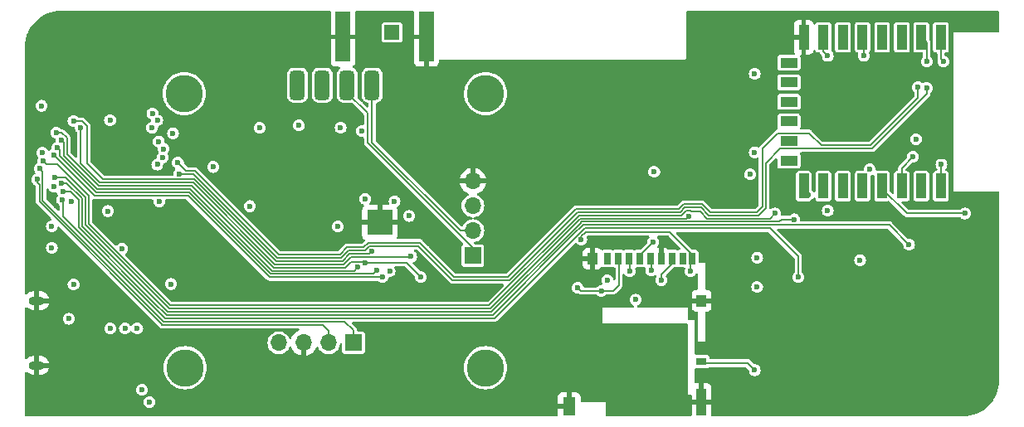
<source format=gbr>
%TF.GenerationSoftware,KiCad,Pcbnew,7.0.10-7.0.10~ubuntu22.04.1*%
%TF.CreationDate,2024-03-26T22:08:59+01:00*%
%TF.ProjectId,hackbat,6861636b-6261-4742-9e6b-696361645f70,rev?*%
%TF.SameCoordinates,Original*%
%TF.FileFunction,Copper,L4,Bot*%
%TF.FilePolarity,Positive*%
%FSLAX46Y46*%
G04 Gerber Fmt 4.6, Leading zero omitted, Abs format (unit mm)*
G04 Created by KiCad (PCBNEW 7.0.10-7.0.10~ubuntu22.04.1) date 2024-03-26 22:08:59*
%MOMM*%
%LPD*%
G01*
G04 APERTURE LIST*
G04 Aperture macros list*
%AMRoundRect*
0 Rectangle with rounded corners*
0 $1 Rounding radius*
0 $2 $3 $4 $5 $6 $7 $8 $9 X,Y pos of 4 corners*
0 Add a 4 corners polygon primitive as box body*
4,1,4,$2,$3,$4,$5,$6,$7,$8,$9,$2,$3,0*
0 Add four circle primitives for the rounded corners*
1,1,$1+$1,$2,$3*
1,1,$1+$1,$4,$5*
1,1,$1+$1,$6,$7*
1,1,$1+$1,$8,$9*
0 Add four rect primitives between the rounded corners*
20,1,$1+$1,$2,$3,$4,$5,0*
20,1,$1+$1,$4,$5,$6,$7,0*
20,1,$1+$1,$6,$7,$8,$9,0*
20,1,$1+$1,$8,$9,$2,$3,0*%
G04 Aperture macros list end*
%TA.AperFunction,ComponentPad*%
%ADD10C,0.600000*%
%TD*%
%TA.AperFunction,SMDPad,CuDef*%
%ADD11R,2.600000X2.600000*%
%TD*%
%TA.AperFunction,ComponentPad*%
%ADD12R,1.700000X1.700000*%
%TD*%
%TA.AperFunction,ComponentPad*%
%ADD13O,1.700000X1.700000*%
%TD*%
%TA.AperFunction,ComponentPad*%
%ADD14R,1.500000X1.500000*%
%TD*%
%TA.AperFunction,SMDPad,CuDef*%
%ADD15R,1.500000X5.080000*%
%TD*%
%TA.AperFunction,ComponentPad*%
%ADD16C,3.800000*%
%TD*%
%TA.AperFunction,ComponentPad*%
%ADD17RoundRect,0.375000X0.375000X-1.125000X0.375000X1.125000X-0.375000X1.125000X-0.375000X-1.125000X0*%
%TD*%
%TA.AperFunction,ComponentPad*%
%ADD18O,1.600000X0.900000*%
%TD*%
%TA.AperFunction,SMDPad,CuDef*%
%ADD19R,0.700000X1.200000*%
%TD*%
%TA.AperFunction,SMDPad,CuDef*%
%ADD20R,1.000000X0.800000*%
%TD*%
%TA.AperFunction,SMDPad,CuDef*%
%ADD21R,1.000000X2.800000*%
%TD*%
%TA.AperFunction,SMDPad,CuDef*%
%ADD22R,1.000000X1.200000*%
%TD*%
%TA.AperFunction,SMDPad,CuDef*%
%ADD23R,1.300000X1.900000*%
%TD*%
%TA.AperFunction,SMDPad,CuDef*%
%ADD24R,1.000000X2.500000*%
%TD*%
%TA.AperFunction,SMDPad,CuDef*%
%ADD25R,1.800000X1.000000*%
%TD*%
%TA.AperFunction,ViaPad*%
%ADD26C,0.600000*%
%TD*%
%TA.AperFunction,Conductor*%
%ADD27C,0.127000*%
%TD*%
%TA.AperFunction,Conductor*%
%ADD28C,0.200000*%
%TD*%
G04 APERTURE END LIST*
D10*
%TO.P,U6,21,GND*%
%TO.N,GND*%
X127400000Y-81025000D03*
X125600000Y-81025000D03*
D11*
X126500000Y-81925000D03*
D10*
X127400000Y-82825000D03*
X125600000Y-82825000D03*
%TD*%
D12*
%TO.P,J5,1,Pin_1*%
%TO.N,uart_tx*%
X123820000Y-94200000D03*
D13*
%TO.P,J5,2,Pin_2*%
%TO.N,uart_rx*%
X121280000Y-94200000D03*
%TO.P,J5,3,Pin_3*%
%TO.N,GND*%
X118740000Y-94200000D03*
%TO.P,J5,4,Pin_4*%
%TO.N,+3V3*%
X116200000Y-94200000D03*
%TD*%
D14*
%TO.P,AE1,1,A*%
%TO.N,Net-(AE1-A)*%
X127750000Y-62500000D03*
%TD*%
D15*
%TO.P,J1,2,Ext*%
%TO.N,GND*%
X122750000Y-62962500D03*
X131250000Y-62962500D03*
%TD*%
D16*
%TO.P,U5,*%
%TO.N,*%
X106550000Y-68750000D03*
X106650000Y-96750000D03*
X137300000Y-68750000D03*
X137300000Y-96750000D03*
D17*
%TO.P,U5,1,VCC_IN*%
%TO.N,Net-(U5-VCC_IN)*%
X118100000Y-67900000D03*
%TO.P,U5,2,GND*%
%TO.N,Net-(U5-GND)*%
X120640000Y-67900000D03*
%TO.P,U5,3,SCL*%
%TO.N,i2c_scl*%
X123180000Y-67900000D03*
%TO.P,U5,4,SDA*%
%TO.N,i2c_sda*%
X125720000Y-67900000D03*
%TD*%
D18*
%TO.P,J2,6,Shield*%
%TO.N,GND*%
X91500000Y-89900000D03*
X91500000Y-96500000D03*
%TD*%
D19*
%TO.P,J4,1,DAT2*%
%TO.N,unconnected-(J4-DAT2-Pad1)*%
X149725000Y-85600000D03*
%TO.P,J4,2,DAT3/CD*%
%TO.N,sdcard_cs*%
X150825000Y-85600000D03*
%TO.P,J4,3,CMD*%
%TO.N,Net-(J4-CMD)*%
X151925000Y-85600000D03*
%TO.P,J4,4,VDD*%
%TO.N,+3V3*%
X153025000Y-85600000D03*
%TO.P,J4,5,CLK*%
%TO.N,sdcard_sclk*%
X154125000Y-85600000D03*
%TO.P,J4,6,VSS*%
%TO.N,GND*%
X155225000Y-85600000D03*
%TO.P,J4,7,DAT0*%
%TO.N,Net-(J4-DAT0)*%
X156325000Y-85600000D03*
%TO.P,J4,8,DAT1*%
%TO.N,unconnected-(J4-DAT1-Pad8)*%
X157425000Y-85600000D03*
%TO.P,J4,9,DET_B*%
%TO.N,sdcard_detection*%
X158375000Y-85600000D03*
D20*
%TO.P,J4,10,DET_A*%
%TO.N,+3V3*%
X159325000Y-96100000D03*
D21*
%TO.P,J4,11,SHIELD*%
%TO.N,GND*%
X159325000Y-100250000D03*
D22*
X159325000Y-89900000D03*
X148175000Y-85600000D03*
D23*
X145825000Y-100700000D03*
%TD*%
D12*
%TO.P,J3,1,Pin_1*%
%TO.N,i2c_scl*%
X136000000Y-85300000D03*
D13*
%TO.P,J3,2,Pin_2*%
%TO.N,i2c_sda*%
X136000000Y-82760000D03*
%TO.P,J3,3,Pin_3*%
%TO.N,+3V3*%
X136000000Y-80220000D03*
%TO.P,J3,4,Pin_4*%
%TO.N,GND*%
X136000000Y-77680000D03*
%TD*%
D24*
%TO.P,U4,1,~{RST}*%
%TO.N,Net-(U4-~{RST})*%
X183750000Y-78200000D03*
%TO.P,U4,2,ADC*%
%TO.N,unconnected-(U4-ADC-Pad2)*%
X181750000Y-78200000D03*
%TO.P,U4,3,EN*%
%TO.N,Net-(U4-EN)*%
X179750000Y-78200000D03*
%TO.P,U4,4,GPIO16*%
%TO.N,Net-(D3-A)*%
X177750000Y-78200000D03*
%TO.P,U4,5,GPIO14*%
%TO.N,unconnected-(U4-GPIO14-Pad5)*%
X175750000Y-78200000D03*
%TO.P,U4,6,GPIO12*%
%TO.N,unconnected-(U4-GPIO12-Pad6)*%
X173750000Y-78200000D03*
%TO.P,U4,7,GPIO13*%
%TO.N,unconnected-(U4-GPIO13-Pad7)*%
X171750000Y-78200000D03*
%TO.P,U4,8,VCC*%
%TO.N,+3V3*%
X169750000Y-78200000D03*
D25*
%TO.P,U4,9,CS0*%
%TO.N,unconnected-(U4-CS0-Pad9)*%
X168250000Y-75600000D03*
%TO.P,U4,10,MISO*%
%TO.N,unconnected-(U4-MISO-Pad10)*%
X168250000Y-73600000D03*
%TO.P,U4,11,GPIO9*%
%TO.N,unconnected-(U4-GPIO9-Pad11)*%
X168250000Y-71600000D03*
%TO.P,U4,12,GPIO10*%
%TO.N,unconnected-(U4-GPIO10-Pad12)*%
X168250000Y-69600000D03*
%TO.P,U4,13,MOSI*%
%TO.N,unconnected-(U4-MOSI-Pad13)*%
X168250000Y-67600000D03*
%TO.P,U4,14,SCLK*%
%TO.N,unconnected-(U4-SCLK-Pad14)*%
X168250000Y-65600000D03*
D24*
%TO.P,U4,15,GND*%
%TO.N,GND*%
X169750000Y-63000000D03*
%TO.P,U4,16,GPIO15*%
%TO.N,Net-(U4-GPIO15)*%
X171750000Y-63000000D03*
%TO.P,U4,17,GPIO2*%
%TO.N,unconnected-(U4-GPIO2-Pad17)*%
X173750000Y-63000000D03*
%TO.P,U4,18,GPIO0*%
%TO.N,Net-(U4-GPIO0)*%
X175750000Y-63000000D03*
%TO.P,U4,19,GPIO4*%
%TO.N,unconnected-(U4-GPIO4-Pad19)*%
X177750000Y-63000000D03*
%TO.P,U4,20,GPIO5*%
%TO.N,unconnected-(U4-GPIO5-Pad20)*%
X179750000Y-63000000D03*
%TO.P,U4,21,GPIO3/RXD*%
%TO.N,Net-(U4-GPIO3{slash}RXD)*%
X181750000Y-63000000D03*
%TO.P,U4,22,GPIO1/TXD*%
%TO.N,Net-(U4-GPIO1{slash}TXD)*%
X183750000Y-63000000D03*
%TD*%
D26*
%TO.N,GND*%
X100300000Y-89700000D03*
X104000000Y-87700000D03*
X106800000Y-88000000D03*
%TO.N,+3V3*%
X105200000Y-88200000D03*
X100200000Y-84600000D03*
%TO.N,GND*%
X155300000Y-85900000D03*
%TO.N,led_0*%
X93037500Y-84500000D03*
X103800000Y-71500000D03*
%TO.N,led_1*%
X93037500Y-82290000D03*
X103300000Y-70800000D03*
%TO.N,GND*%
X93300000Y-85800000D03*
X93500000Y-80200000D03*
X90600000Y-79000000D03*
X128436500Y-86700000D03*
%TO.N,spi_clk*%
X130700000Y-87500000D03*
%TO.N,sdcard_cs*%
X146700000Y-88600000D03*
%TO.N,uart_rx*%
X91536500Y-77525000D03*
%TO.N,uart_tx*%
X91800000Y-76400000D03*
%TO.N,GND*%
X120000000Y-72250000D03*
X116250000Y-72250000D03*
X99100000Y-76600000D03*
X100250000Y-75500000D03*
X102500000Y-82250000D03*
X103500000Y-84500000D03*
X102728219Y-70064612D03*
X105000000Y-84500000D03*
X103750000Y-82250000D03*
X98000000Y-75500000D03*
X115500000Y-82500000D03*
%TO.N,+5V*%
X102250000Y-99000000D03*
X94750000Y-91750000D03*
X103000000Y-100250000D03*
X95250000Y-88250000D03*
%TO.N,+3V3*%
X93250000Y-78250000D03*
X118250000Y-72000000D03*
X101750000Y-92750000D03*
X125000000Y-79500000D03*
X154500000Y-76750000D03*
X95000000Y-79750000D03*
X164750000Y-97000000D03*
X127500000Y-86900000D03*
X165000000Y-88500000D03*
X129500000Y-81250000D03*
X99000000Y-92750000D03*
X176500000Y-76500000D03*
X175500000Y-85750000D03*
X109500000Y-76250000D03*
X124686500Y-72575000D03*
X98750000Y-80750000D03*
X128000000Y-79750000D03*
X92000000Y-70000000D03*
X170200000Y-79100000D03*
X113250000Y-80250000D03*
X164750000Y-66750000D03*
X154400000Y-83900000D03*
X114250000Y-72250000D03*
X165000000Y-85500000D03*
X98976545Y-71476545D03*
X100500000Y-92750000D03*
X164300000Y-77000000D03*
X92100000Y-74800000D03*
X164750000Y-74750000D03*
X172200000Y-80700000D03*
X122233183Y-82320000D03*
X104000000Y-79750000D03*
X103800000Y-76000000D03*
X181200000Y-73400000D03*
X122500000Y-72250000D03*
%TO.N,sdcard_cs*%
X104436500Y-74398455D03*
X149100000Y-88900000D03*
%TO.N,Net-(J4-CMD)*%
X152000000Y-86900000D03*
%TO.N,sdcard_sclk*%
X154200000Y-86800000D03*
X103948455Y-73648455D03*
%TO.N,Net-(J4-DAT0)*%
X155225000Y-87800000D03*
%TO.N,button_up*%
X166800000Y-81000000D03*
X92151545Y-75648455D03*
%TO.N,button_right*%
X180500000Y-84200000D03*
X94151545Y-78751545D03*
%TO.N,button_left*%
X93300000Y-77300000D03*
X158000000Y-81282500D03*
%TO.N,button_down*%
X169200000Y-87500000D03*
X94100000Y-79600000D03*
%TO.N,button_enter*%
X168800000Y-81600000D03*
X94000000Y-77900000D03*
%TO.N,Net-(D3-A)*%
X186200000Y-81000000D03*
%TO.N,spi_rx*%
X95250000Y-71563500D03*
X125700000Y-84873000D03*
%TO.N,spi_rf_cs*%
X129700000Y-85400000D03*
X96000000Y-72250000D03*
%TO.N,spi_clk*%
X93500000Y-72750000D03*
X125000000Y-86000000D03*
%TO.N,spi_tx*%
X124250000Y-86500000D03*
X94000000Y-73500000D03*
%TO.N,rf_gd2*%
X126200000Y-86800000D03*
X93620424Y-74290924D03*
%TO.N,rf_gd0*%
X93250000Y-75000000D03*
X126750000Y-87500000D03*
%TO.N,sdcard_detection*%
X103263500Y-72236500D03*
X147048455Y-83648455D03*
X158200000Y-86900000D03*
%TO.N,sdcard_mosi*%
X105400000Y-72800000D03*
X149700000Y-87800000D03*
%TO.N,sdcard_miso*%
X104346209Y-75269738D03*
X152600000Y-89800000D03*
%TO.N,wifi_txd*%
X181400000Y-68100000D03*
X105900000Y-75800000D03*
%TO.N,Net-(U4-GPIO1{slash}TXD)*%
X184000000Y-65475000D03*
%TO.N,wifi_rxd*%
X106040294Y-76955500D03*
X182300000Y-68200000D03*
%TO.N,Net-(U4-GPIO3{slash}RXD)*%
X182300000Y-65475000D03*
%TO.N,Net-(U4-~{RST})*%
X183800000Y-76000000D03*
%TO.N,Net-(U4-EN)*%
X180900000Y-75200000D03*
%TO.N,Net-(U4-GPIO15)*%
X172200000Y-64900000D03*
%TO.N,Net-(U4-GPIO0)*%
X175900000Y-64900000D03*
%TD*%
D27*
%TO.N,uart_rx*%
X91536500Y-77525000D02*
X91536500Y-77836500D01*
X120654000Y-92354000D02*
X121280000Y-92980000D01*
X91536500Y-77836500D02*
X91773000Y-78073000D01*
X91773000Y-78073000D02*
X91773000Y-79797896D01*
X91773000Y-79797896D02*
X104254000Y-92278896D01*
X104254000Y-92278896D02*
X104254000Y-92354000D01*
X104254000Y-92354000D02*
X120654000Y-92354000D01*
X121280000Y-92980000D02*
X121280000Y-94200000D01*
%TO.N,spi_clk*%
X125000000Y-86000000D02*
X129200000Y-86000000D01*
X129200000Y-86000000D02*
X130700000Y-87500000D01*
%TO.N,sdcard_cs*%
X147000000Y-88900000D02*
X146700000Y-88600000D01*
X149100000Y-88900000D02*
X147000000Y-88900000D01*
%TO.N,uart_tx*%
X122927000Y-92027000D02*
X123820000Y-92920000D01*
X91800000Y-76400000D02*
X92100000Y-76700000D01*
X92100000Y-76700000D02*
X92100000Y-79662448D01*
X123820000Y-92920000D02*
X123820000Y-94200000D01*
X92100000Y-79662448D02*
X104464552Y-92027000D01*
X104464552Y-92027000D02*
X122927000Y-92027000D01*
%TO.N,button_up*%
X159200000Y-80800000D02*
X159919000Y-81519000D01*
X158233410Y-80719000D02*
X158314410Y-80800000D01*
X137608000Y-90392000D02*
X146808000Y-81192000D01*
X146808000Y-81192000D02*
X157293590Y-81192000D01*
X157766590Y-80719000D02*
X158233410Y-80719000D01*
X105141792Y-90392000D02*
X137608000Y-90392000D01*
X166281000Y-81519000D02*
X166800000Y-81000000D01*
X96781000Y-79181000D02*
X96781000Y-82031208D01*
X158314410Y-80800000D02*
X159200000Y-80800000D01*
X157293590Y-81192000D02*
X157766590Y-80719000D01*
X93600000Y-76000000D02*
X96781000Y-79181000D01*
X92503090Y-76000000D02*
X93600000Y-76000000D01*
X96781000Y-82031208D02*
X105141792Y-90392000D01*
X92151545Y-75648455D02*
X92503090Y-76000000D01*
X159919000Y-81519000D02*
X166281000Y-81519000D01*
D28*
%TO.N,+3V3*%
X153025000Y-85275000D02*
X154400000Y-83900000D01*
X164025000Y-96275000D02*
X164750000Y-97000000D01*
X153025000Y-85775000D02*
X153025000Y-85275000D01*
X159325000Y-96275000D02*
X164025000Y-96275000D01*
D27*
%TO.N,sdcard_cs*%
X149400000Y-88900000D02*
X149100000Y-88900000D01*
X150900000Y-85850000D02*
X150900000Y-88300000D01*
X150900000Y-88300000D02*
X150300000Y-88900000D01*
X150825000Y-85775000D02*
X150900000Y-85850000D01*
X150300000Y-88900000D02*
X149400000Y-88900000D01*
%TO.N,Net-(J4-CMD)*%
X152000000Y-86900000D02*
X152000000Y-85850000D01*
X152000000Y-85850000D02*
X151925000Y-85775000D01*
%TO.N,sdcard_sclk*%
X154200000Y-86800000D02*
X154200000Y-85850000D01*
X154200000Y-85850000D02*
X154125000Y-85775000D01*
%TO.N,Net-(J4-DAT0)*%
X156325000Y-85775000D02*
X156325000Y-86152000D01*
X156325000Y-86152000D02*
X155225000Y-87252000D01*
X155225000Y-87252000D02*
X155225000Y-87800000D01*
%TO.N,button_right*%
X103431224Y-90068776D02*
X95800000Y-82437552D01*
X95800000Y-79600000D02*
X94951545Y-78751545D01*
X126000000Y-91373000D02*
X107419910Y-91373000D01*
X147227000Y-82173000D02*
X146200000Y-83200000D01*
X95800000Y-82437552D02*
X95800000Y-79600000D01*
X178473000Y-82173000D02*
X175323910Y-82173000D01*
X94951545Y-78751545D02*
X94151545Y-78751545D01*
X146200000Y-83200000D02*
X138027000Y-91373000D01*
X180500000Y-84200000D02*
X178473000Y-82173000D01*
X175323910Y-82173000D02*
X147227000Y-82173000D01*
X107419910Y-91373000D02*
X104735448Y-91373000D01*
X138027000Y-91373000D02*
X126000000Y-91373000D01*
X104735448Y-91373000D02*
X103431224Y-90068776D01*
%TO.N,button_left*%
X96454000Y-82166656D02*
X96454000Y-79329104D01*
X105006344Y-90719000D02*
X96454000Y-82166656D01*
X137756104Y-90719000D02*
X105006344Y-90719000D01*
X146956104Y-81519000D02*
X137756104Y-90719000D01*
X157763500Y-81519000D02*
X146956104Y-81519000D01*
X94424896Y-77300000D02*
X93300000Y-77300000D01*
X158000000Y-81282500D02*
X157763500Y-81519000D01*
X96454000Y-79329104D02*
X94424896Y-77300000D01*
%TO.N,button_down*%
X151400000Y-82500000D02*
X147400000Y-82500000D01*
X147400000Y-82500000D02*
X138200000Y-91700000D01*
X169200000Y-85600000D02*
X169200000Y-85400000D01*
X169200000Y-87500000D02*
X169200000Y-85600000D01*
X104600000Y-91700000D02*
X94200000Y-81300000D01*
X94200000Y-79700000D02*
X94100000Y-79600000D01*
X138200000Y-91700000D02*
X104600000Y-91700000D01*
X94200000Y-81300000D02*
X94200000Y-79700000D01*
X166300000Y-82500000D02*
X151400000Y-82500000D01*
X169200000Y-85400000D02*
X166300000Y-82500000D01*
%TO.N,button_enter*%
X153100000Y-81846000D02*
X147091552Y-81846000D01*
X167162000Y-81846000D02*
X153100000Y-81846000D01*
X147091552Y-81846000D02*
X146900000Y-82037552D01*
X94562448Y-77900000D02*
X94000000Y-77900000D01*
X168800000Y-81600000D02*
X167500000Y-81600000D01*
X96127000Y-80100000D02*
X96127000Y-79464552D01*
X96127000Y-79464552D02*
X94562448Y-77900000D01*
X167500000Y-81600000D02*
X167254000Y-81846000D01*
X137891552Y-91046000D02*
X136700000Y-91046000D01*
X167208000Y-81800000D02*
X167162000Y-81846000D01*
X146900000Y-82037552D02*
X137891552Y-91046000D01*
X99412448Y-85587552D02*
X96127000Y-82302104D01*
X136700000Y-91046000D02*
X104870896Y-91046000D01*
X167254000Y-81846000D02*
X167208000Y-81800000D01*
X96127000Y-82302104D02*
X96127000Y-80100000D01*
X104870896Y-91046000D02*
X99412448Y-85587552D01*
%TO.N,Net-(D3-A)*%
X177750000Y-78200000D02*
X177750000Y-78477000D01*
X177750000Y-78477000D02*
X180273000Y-81000000D01*
X180273000Y-81000000D02*
X186200000Y-81000000D01*
%TO.N,i2c_scl*%
X125250000Y-73750000D02*
X125250000Y-70750000D01*
X136000000Y-85300000D02*
X136000000Y-84462448D01*
X135981224Y-84481224D02*
X125250000Y-73750000D01*
X125250000Y-70750000D02*
X123180000Y-68680000D01*
X123180000Y-68680000D02*
X123180000Y-67900000D01*
X136000000Y-84462448D02*
X135981224Y-84481224D01*
%TO.N,i2c_sda*%
X136000000Y-82760000D02*
X134760000Y-82760000D01*
X125720000Y-73720000D02*
X125720000Y-67900000D01*
X134760000Y-82760000D02*
X125720000Y-73720000D01*
%TO.N,spi_rx*%
X115908240Y-85846000D02*
X122691552Y-85846000D01*
X107581240Y-77519000D02*
X115908240Y-85846000D01*
X122691552Y-85846000D02*
X123428052Y-85109500D01*
X123428052Y-85109500D02*
X125463500Y-85109500D01*
X96600000Y-75900000D02*
X98219000Y-77519000D01*
X96600000Y-72053090D02*
X96600000Y-75900000D01*
X98219000Y-77519000D02*
X107581240Y-77519000D01*
X95250000Y-71563500D02*
X96110410Y-71563500D01*
X96110410Y-71563500D02*
X96600000Y-72053090D01*
X125463500Y-85109500D02*
X125700000Y-84873000D01*
%TO.N,spi_rf_cs*%
X122827000Y-86173000D02*
X115772792Y-86173000D01*
X97945792Y-77846000D02*
X96000000Y-75900208D01*
X115772792Y-86173000D02*
X107445792Y-77846000D01*
X107445792Y-77846000D02*
X97945792Y-77846000D01*
X129663500Y-85436500D02*
X123563500Y-85436500D01*
X96000000Y-75900208D02*
X96000000Y-72250000D01*
X129700000Y-85400000D02*
X129663500Y-85436500D01*
X123563500Y-85436500D02*
X122827000Y-86173000D01*
%TO.N,spi_clk*%
X94046910Y-72750000D02*
X93500000Y-72750000D01*
X94577000Y-73280090D02*
X94046910Y-72750000D01*
X107310344Y-78173000D02*
X97810344Y-78173000D01*
X97810344Y-78173000D02*
X94577000Y-74939656D01*
X123563500Y-85936500D02*
X122981000Y-86519000D01*
X115656344Y-86519000D02*
X107310344Y-78173000D01*
X125000000Y-86000000D02*
X124936500Y-85936500D01*
X122981000Y-86519000D02*
X115656344Y-86519000D01*
X94577000Y-74939656D02*
X94577000Y-73280090D01*
X124936500Y-85936500D02*
X123563500Y-85936500D01*
%TO.N,spi_tx*%
X94250000Y-73750000D02*
X94000000Y-73500000D01*
X124250000Y-86500000D02*
X123904000Y-86846000D01*
X97674896Y-78500000D02*
X94250000Y-75075104D01*
X123904000Y-86846000D02*
X115520896Y-86846000D01*
X107174896Y-78500000D02*
X97674896Y-78500000D01*
X94250000Y-75075104D02*
X94250000Y-73750000D01*
X115520896Y-86846000D02*
X107174896Y-78500000D01*
%TO.N,rf_gd2*%
X115385448Y-87173000D02*
X107071948Y-78859500D01*
X126200000Y-86800000D02*
X125827000Y-87173000D01*
X93813500Y-75101052D02*
X93813500Y-74484000D01*
X125827000Y-87173000D02*
X115385448Y-87173000D01*
X93813500Y-74484000D02*
X93620424Y-74290924D01*
X107071948Y-78859500D02*
X97571948Y-78859500D01*
X97571948Y-78859500D02*
X93813500Y-75101052D01*
%TO.N,rf_gd0*%
X93250000Y-75000000D02*
X97436500Y-79186500D01*
X106936500Y-79186500D02*
X115250000Y-87500000D01*
X115250000Y-87500000D02*
X126750000Y-87500000D01*
X97436500Y-79186500D02*
X106936500Y-79186500D01*
%TO.N,sdcard_detection*%
X158375000Y-85775000D02*
X158375000Y-85175000D01*
X147500000Y-82900000D02*
X147048455Y-83351545D01*
X158375000Y-85175000D02*
X156100000Y-82900000D01*
X158200000Y-86900000D02*
X158200000Y-85950000D01*
X148400000Y-82900000D02*
X147500000Y-82900000D01*
X147048455Y-83351545D02*
X147048455Y-83648455D01*
X156100000Y-82900000D02*
X148400000Y-82900000D01*
X158200000Y-85950000D02*
X158375000Y-85775000D01*
%TO.N,wifi_txd*%
X157495694Y-80065000D02*
X157022694Y-80538000D01*
X122420656Y-85192000D02*
X116179136Y-85192000D01*
X131200000Y-84600000D02*
X130582500Y-83982500D01*
X124844500Y-84455500D02*
X123157156Y-84455500D01*
X181400000Y-68100000D02*
X181400000Y-69200000D01*
X157022694Y-80538000D02*
X146537104Y-80538000D01*
X106728500Y-76628500D02*
X105900000Y-75800000D01*
X130582500Y-83982500D02*
X125317500Y-83982500D01*
X176563500Y-74036500D02*
X171536500Y-74036500D01*
X123157156Y-84455500D02*
X122420656Y-85192000D01*
X164964552Y-80865000D02*
X160189896Y-80865000D01*
X146537104Y-80538000D02*
X139602104Y-87473000D01*
X160189896Y-80865000D02*
X159389896Y-80065000D01*
X170300000Y-72800000D02*
X167123000Y-72800000D01*
X165528500Y-74394500D02*
X165528500Y-80301052D01*
X125317500Y-83982500D02*
X124844500Y-84455500D01*
X134045858Y-87473000D02*
X131200000Y-84627142D01*
X139602104Y-87473000D02*
X134045858Y-87473000D01*
X107615636Y-76628500D02*
X106728500Y-76628500D01*
X181400000Y-69200000D02*
X176563500Y-74036500D01*
X167123000Y-72800000D02*
X165528500Y-74394500D01*
X165528500Y-80301052D02*
X164964552Y-80865000D01*
X116179136Y-85192000D02*
X107615636Y-76628500D01*
X159389896Y-80065000D02*
X157495694Y-80065000D01*
X131200000Y-84627142D02*
X131200000Y-84600000D01*
X171536500Y-74036500D02*
X170300000Y-72800000D01*
%TO.N,Net-(U4-GPIO1{slash}TXD)*%
X183750000Y-63000000D02*
X183750000Y-65225000D01*
X183750000Y-65225000D02*
X184000000Y-65475000D01*
%TO.N,wifi_rxd*%
X106040294Y-76955500D02*
X107480188Y-76955500D01*
X124993590Y-84782500D02*
X125466590Y-84309500D01*
X157631142Y-80392000D02*
X159254448Y-80392000D01*
X157158142Y-80865000D02*
X157631142Y-80392000D01*
X133910410Y-87800000D02*
X139737552Y-87800000D01*
X139737552Y-87800000D02*
X146672552Y-80865000D01*
X107480188Y-76955500D02*
X116043688Y-85519000D01*
X176736500Y-74363500D02*
X182300000Y-68800000D01*
X165855500Y-75844500D02*
X167336500Y-74363500D01*
X160054448Y-81192000D02*
X165100000Y-81192000D01*
X116043688Y-85519000D02*
X122556104Y-85519000D01*
X125466590Y-84309500D02*
X130419910Y-84309500D01*
X165855500Y-80436500D02*
X165855500Y-75844500D01*
X165100000Y-81192000D02*
X165855500Y-80436500D01*
X182300000Y-68800000D02*
X182300000Y-68200000D01*
X146672552Y-80865000D02*
X157158142Y-80865000D01*
X123292604Y-84782500D02*
X124993590Y-84782500D01*
X159254448Y-80392000D02*
X160054448Y-81192000D01*
X122556104Y-85519000D02*
X123292604Y-84782500D01*
X167336500Y-74363500D02*
X176736500Y-74363500D01*
X130419910Y-84309500D02*
X133910410Y-87800000D01*
%TO.N,Net-(U4-GPIO3{slash}RXD)*%
X182300000Y-63550000D02*
X182300000Y-65475000D01*
X181750000Y-63000000D02*
X182300000Y-63550000D01*
%TO.N,Net-(U4-~{RST})*%
X183750000Y-78200000D02*
X183750000Y-76050000D01*
X183750000Y-76050000D02*
X183800000Y-76000000D01*
%TO.N,Net-(U4-EN)*%
X179750000Y-78200000D02*
X179750000Y-76350000D01*
X179750000Y-76350000D02*
X180900000Y-75200000D01*
%TO.N,Net-(U4-GPIO15)*%
X171750000Y-63000000D02*
X171750000Y-64450000D01*
X171750000Y-64450000D02*
X172200000Y-64900000D01*
%TO.N,Net-(U4-GPIO0)*%
X175900000Y-63150000D02*
X175750000Y-63000000D01*
X175900000Y-64900000D02*
X175900000Y-63150000D01*
%TD*%
%TA.AperFunction,Conductor*%
%TO.N,GND*%
G36*
X97304378Y-79526954D02*
G01*
X97322986Y-79532494D01*
X97327802Y-79534036D01*
X97375759Y-79550500D01*
X97375764Y-79550500D01*
X97383298Y-79551757D01*
X97390852Y-79552698D01*
X97390853Y-79552699D01*
X97390853Y-79552698D01*
X97390854Y-79552699D01*
X97415467Y-79551680D01*
X97441460Y-79550605D01*
X97446583Y-79550500D01*
X103279188Y-79550500D01*
X103346227Y-79570185D01*
X103391982Y-79622989D01*
X103402126Y-79690685D01*
X103398799Y-79715962D01*
X103394318Y-79750000D01*
X103394318Y-79750001D01*
X103414955Y-79906760D01*
X103414956Y-79906762D01*
X103458684Y-80012332D01*
X103475464Y-80052841D01*
X103571718Y-80178282D01*
X103697159Y-80274536D01*
X103843238Y-80335044D01*
X103921619Y-80345363D01*
X103999999Y-80355682D01*
X104000000Y-80355682D01*
X104000001Y-80355682D01*
X104052254Y-80348802D01*
X104156762Y-80335044D01*
X104302841Y-80274536D01*
X104428282Y-80178282D01*
X104524536Y-80052841D01*
X104585044Y-79906762D01*
X104598802Y-79802254D01*
X104605682Y-79750001D01*
X104605682Y-79750000D01*
X104601201Y-79715962D01*
X104597873Y-79690685D01*
X104608638Y-79621650D01*
X104655018Y-79569394D01*
X104720812Y-79550500D01*
X106734365Y-79550500D01*
X106801404Y-79570185D01*
X106822046Y-79586819D01*
X114956824Y-87721597D01*
X114972949Y-87741453D01*
X114978491Y-87749935D01*
X114978494Y-87749939D01*
X115002527Y-87768644D01*
X115013639Y-87778459D01*
X115013945Y-87778717D01*
X115030283Y-87790384D01*
X115034384Y-87793442D01*
X115074358Y-87824554D01*
X115081066Y-87828184D01*
X115087922Y-87831536D01*
X115136486Y-87845994D01*
X115141302Y-87847536D01*
X115189259Y-87864000D01*
X115189264Y-87864000D01*
X115196798Y-87865257D01*
X115204352Y-87866198D01*
X115204353Y-87866199D01*
X115204353Y-87866198D01*
X115204354Y-87866199D01*
X115228967Y-87865180D01*
X115254960Y-87864105D01*
X115260083Y-87864000D01*
X126211243Y-87864000D01*
X126278282Y-87883685D01*
X126309615Y-87912510D01*
X126321718Y-87928282D01*
X126447159Y-88024536D01*
X126593238Y-88085044D01*
X126671619Y-88095363D01*
X126749999Y-88105682D01*
X126750000Y-88105682D01*
X126750001Y-88105682D01*
X126809384Y-88097864D01*
X126906762Y-88085044D01*
X127052841Y-88024536D01*
X127178282Y-87928282D01*
X127274536Y-87802841D01*
X127335044Y-87656762D01*
X127341220Y-87609846D01*
X127369486Y-87545952D01*
X127427810Y-87507480D01*
X127480343Y-87503094D01*
X127500000Y-87505682D01*
X127656762Y-87485044D01*
X127802841Y-87424536D01*
X127928282Y-87328282D01*
X128024536Y-87202841D01*
X128085044Y-87056762D01*
X128105682Y-86900000D01*
X128105275Y-86896912D01*
X128085044Y-86743239D01*
X128085044Y-86743238D01*
X128024536Y-86597159D01*
X127998697Y-86563485D01*
X127973504Y-86498317D01*
X127987542Y-86429873D01*
X128036356Y-86379883D01*
X128097074Y-86364000D01*
X128997865Y-86364000D01*
X129064904Y-86383685D01*
X129085546Y-86400319D01*
X130061654Y-87376427D01*
X130095139Y-87437750D01*
X130096912Y-87480291D01*
X130094318Y-87499996D01*
X130094318Y-87500001D01*
X130114955Y-87656760D01*
X130114956Y-87656762D01*
X130174287Y-87800001D01*
X130175464Y-87802841D01*
X130271718Y-87928282D01*
X130397159Y-88024536D01*
X130543238Y-88085044D01*
X130621619Y-88095363D01*
X130699999Y-88105682D01*
X130700000Y-88105682D01*
X130700001Y-88105682D01*
X130759384Y-88097864D01*
X130856762Y-88085044D01*
X131002841Y-88024536D01*
X131128282Y-87928282D01*
X131224536Y-87802841D01*
X131285044Y-87656762D01*
X131305682Y-87500000D01*
X131305681Y-87499996D01*
X131285044Y-87343239D01*
X131285044Y-87343238D01*
X131224536Y-87197159D01*
X131128282Y-87071718D01*
X131002841Y-86975464D01*
X130957690Y-86956762D01*
X130856762Y-86914956D01*
X130856760Y-86914955D01*
X130700002Y-86894318D01*
X130699998Y-86894318D01*
X130680293Y-86896912D01*
X130611258Y-86886146D01*
X130576428Y-86861654D01*
X129877009Y-86162235D01*
X129843524Y-86100912D01*
X129848508Y-86031220D01*
X129890380Y-85975287D01*
X129917228Y-85959997D01*
X130002841Y-85924536D01*
X130128282Y-85828282D01*
X130224536Y-85702841D01*
X130285044Y-85556762D01*
X130303674Y-85415250D01*
X130305682Y-85400001D01*
X130305682Y-85399998D01*
X130285044Y-85243239D01*
X130285044Y-85243238D01*
X130224536Y-85097159D01*
X130128282Y-84971718D01*
X130029441Y-84895875D01*
X129988240Y-84839448D01*
X129984085Y-84769702D01*
X130018298Y-84708781D01*
X130080015Y-84676029D01*
X130104929Y-84673500D01*
X130217775Y-84673500D01*
X130284814Y-84693185D01*
X130305456Y-84709819D01*
X133617234Y-88021597D01*
X133633359Y-88041453D01*
X133638901Y-88049935D01*
X133638904Y-88049939D01*
X133662937Y-88068644D01*
X133674049Y-88078459D01*
X133674355Y-88078717D01*
X133690693Y-88090384D01*
X133694794Y-88093442D01*
X133734768Y-88124554D01*
X133741476Y-88128184D01*
X133748332Y-88131536D01*
X133796896Y-88145994D01*
X133801712Y-88147536D01*
X133849669Y-88164000D01*
X133849674Y-88164000D01*
X133857208Y-88165257D01*
X133864762Y-88166198D01*
X133864763Y-88166199D01*
X133864763Y-88166198D01*
X133864764Y-88166199D01*
X133889377Y-88165180D01*
X133915370Y-88164105D01*
X133920493Y-88164000D01*
X139021864Y-88164000D01*
X139088903Y-88183685D01*
X139134658Y-88236489D01*
X139144602Y-88305647D01*
X139115577Y-88369203D01*
X139109545Y-88375681D01*
X137493545Y-89991681D01*
X137432222Y-90025166D01*
X137405864Y-90028000D01*
X105343928Y-90028000D01*
X105276889Y-90008315D01*
X105256247Y-89991681D01*
X103464567Y-88200001D01*
X104594318Y-88200001D01*
X104614955Y-88356760D01*
X104614956Y-88356762D01*
X104674287Y-88500001D01*
X104675464Y-88502841D01*
X104771718Y-88628282D01*
X104897159Y-88724536D01*
X105043238Y-88785044D01*
X105121619Y-88795363D01*
X105199999Y-88805682D01*
X105200000Y-88805682D01*
X105200001Y-88805682D01*
X105252254Y-88798802D01*
X105356762Y-88785044D01*
X105502841Y-88724536D01*
X105628282Y-88628282D01*
X105724536Y-88502841D01*
X105785044Y-88356762D01*
X105805682Y-88200000D01*
X105801061Y-88164903D01*
X105785044Y-88043239D01*
X105785044Y-88043238D01*
X105724536Y-87897159D01*
X105628282Y-87771718D01*
X105502841Y-87675464D01*
X105498705Y-87673751D01*
X105356762Y-87614956D01*
X105356760Y-87614955D01*
X105200001Y-87594318D01*
X105199999Y-87594318D01*
X105043239Y-87614955D01*
X105043237Y-87614956D01*
X104897160Y-87675463D01*
X104771718Y-87771718D01*
X104675463Y-87897160D01*
X104614956Y-88043237D01*
X104614955Y-88043239D01*
X104594318Y-88199998D01*
X104594318Y-88200001D01*
X103464567Y-88200001D01*
X100538465Y-85273899D01*
X100504980Y-85212576D01*
X100509964Y-85142884D01*
X100550657Y-85087844D01*
X100628282Y-85028282D01*
X100724536Y-84902841D01*
X100785044Y-84756762D01*
X100801959Y-84628281D01*
X100805682Y-84600001D01*
X100805682Y-84599998D01*
X100785044Y-84443239D01*
X100785044Y-84443238D01*
X100724536Y-84297159D01*
X100628282Y-84171718D01*
X100502841Y-84075464D01*
X100493797Y-84071718D01*
X100356762Y-84014956D01*
X100356760Y-84014955D01*
X100200001Y-83994318D01*
X100199999Y-83994318D01*
X100043239Y-84014955D01*
X100043237Y-84014956D01*
X99897160Y-84075463D01*
X99856481Y-84106677D01*
X99771718Y-84171718D01*
X99771717Y-84171719D01*
X99771716Y-84171720D01*
X99712156Y-84249340D01*
X99655728Y-84290542D01*
X99585982Y-84294697D01*
X99526100Y-84261534D01*
X97181319Y-81916753D01*
X97147834Y-81855430D01*
X97145000Y-81829072D01*
X97145000Y-80750001D01*
X98144318Y-80750001D01*
X98164955Y-80906760D01*
X98164956Y-80906762D01*
X98209107Y-81013353D01*
X98225464Y-81052841D01*
X98321718Y-81178282D01*
X98447159Y-81274536D01*
X98593238Y-81335044D01*
X98644662Y-81341814D01*
X98749999Y-81355682D01*
X98750000Y-81355682D01*
X98750001Y-81355682D01*
X98823626Y-81345989D01*
X98906762Y-81335044D01*
X99052841Y-81274536D01*
X99178282Y-81178282D01*
X99274536Y-81052841D01*
X99335044Y-80906762D01*
X99355682Y-80750000D01*
X99350153Y-80708006D01*
X99335044Y-80593239D01*
X99335044Y-80593238D01*
X99274536Y-80447159D01*
X99178282Y-80321718D01*
X99052841Y-80225464D01*
X99039647Y-80219999D01*
X98906762Y-80164956D01*
X98906760Y-80164955D01*
X98750001Y-80144318D01*
X98749999Y-80144318D01*
X98593239Y-80164955D01*
X98593237Y-80164956D01*
X98447160Y-80225463D01*
X98321718Y-80321718D01*
X98225463Y-80447160D01*
X98164956Y-80593237D01*
X98164955Y-80593239D01*
X98144318Y-80749998D01*
X98144318Y-80750001D01*
X97145000Y-80750001D01*
X97145000Y-79645800D01*
X97164685Y-79578761D01*
X97217489Y-79533006D01*
X97286647Y-79523062D01*
X97304378Y-79526954D01*
G37*
%TD.AperFunction*%
%TA.AperFunction,Conductor*%
G36*
X155964904Y-83283685D02*
G01*
X155985546Y-83300319D01*
X157173045Y-84487819D01*
X157206530Y-84549142D01*
X157201546Y-84618834D01*
X157159674Y-84674767D01*
X157094210Y-84699184D01*
X157085366Y-84699500D01*
X157030144Y-84699500D01*
X157030117Y-84699502D01*
X157005013Y-84702413D01*
X156990591Y-84708781D01*
X156925083Y-84737705D01*
X156855808Y-84746776D01*
X156824913Y-84737704D01*
X156744992Y-84702415D01*
X156719868Y-84699500D01*
X156036696Y-84699500D01*
X155969657Y-84679815D01*
X155937428Y-84649810D01*
X155932189Y-84642811D01*
X155932185Y-84642808D01*
X155817093Y-84556649D01*
X155817086Y-84556645D01*
X155682379Y-84506403D01*
X155682372Y-84506401D01*
X155622844Y-84500000D01*
X155475000Y-84500000D01*
X155475000Y-85726000D01*
X155455315Y-85793039D01*
X155402511Y-85838794D01*
X155351000Y-85850000D01*
X155099000Y-85850000D01*
X155031961Y-85830315D01*
X154986206Y-85777511D01*
X154975000Y-85726000D01*
X154975000Y-84500000D01*
X154947965Y-84500000D01*
X154880926Y-84480315D01*
X154835171Y-84427511D01*
X154825227Y-84358353D01*
X154849587Y-84300515D01*
X154924536Y-84202841D01*
X154985044Y-84056762D01*
X155001111Y-83934718D01*
X155005682Y-83900001D01*
X155005682Y-83899998D01*
X154985044Y-83743239D01*
X154985044Y-83743238D01*
X154924536Y-83597159D01*
X154828282Y-83471718D01*
X154828279Y-83471716D01*
X154823334Y-83465271D01*
X154825607Y-83463526D01*
X154798760Y-83414358D01*
X154803744Y-83344666D01*
X154845616Y-83288733D01*
X154911080Y-83264316D01*
X154919926Y-83264000D01*
X155897865Y-83264000D01*
X155964904Y-83283685D01*
G37*
%TD.AperFunction*%
%TA.AperFunction,Conductor*%
G36*
X92669203Y-78451287D02*
G01*
X92702561Y-78497548D01*
X92725462Y-78552838D01*
X92725463Y-78552840D01*
X92725464Y-78552841D01*
X92821718Y-78678282D01*
X92947159Y-78774536D01*
X93093238Y-78835044D01*
X93161266Y-78844000D01*
X93249999Y-78855682D01*
X93250000Y-78855682D01*
X93250001Y-78855682D01*
X93302254Y-78848802D01*
X93406762Y-78835044D01*
X93406765Y-78835042D01*
X93414613Y-78832940D01*
X93415270Y-78835393D01*
X93472101Y-78829278D01*
X93534584Y-78860547D01*
X93564658Y-78903857D01*
X93566500Y-78908306D01*
X93566501Y-78908307D01*
X93586288Y-78956077D01*
X93627009Y-79054387D01*
X93636456Y-79066698D01*
X93661650Y-79131867D01*
X93647612Y-79200312D01*
X93636457Y-79217669D01*
X93575464Y-79297158D01*
X93514956Y-79443237D01*
X93514955Y-79443239D01*
X93494318Y-79599998D01*
X93494318Y-79600001D01*
X93514955Y-79756760D01*
X93514956Y-79756762D01*
X93539105Y-79815064D01*
X93575464Y-79902841D01*
X93671718Y-80028282D01*
X93787487Y-80117114D01*
X93828689Y-80173541D01*
X93836000Y-80215489D01*
X93836000Y-80584312D01*
X93816315Y-80651351D01*
X93763511Y-80697106D01*
X93694353Y-80707050D01*
X93630797Y-80678025D01*
X93624319Y-80671993D01*
X92500319Y-79547993D01*
X92466834Y-79486670D01*
X92464000Y-79460312D01*
X92464000Y-78545000D01*
X92483685Y-78477961D01*
X92536489Y-78432206D01*
X92605647Y-78422262D01*
X92669203Y-78451287D01*
G37*
%TD.AperFunction*%
%TA.AperFunction,Conductor*%
G36*
X121443039Y-60320185D02*
G01*
X121488794Y-60372989D01*
X121500000Y-60424500D01*
X121500000Y-62712500D01*
X124000000Y-62712500D01*
X124000000Y-60424500D01*
X124019685Y-60357461D01*
X124072489Y-60311706D01*
X124124000Y-60300500D01*
X129876000Y-60300500D01*
X129943039Y-60320185D01*
X129988794Y-60372989D01*
X130000000Y-60424500D01*
X130000000Y-62712500D01*
X131376000Y-62712500D01*
X131443039Y-62732185D01*
X131488794Y-62784989D01*
X131500000Y-62836500D01*
X131500000Y-66002500D01*
X132047828Y-66002500D01*
X132047844Y-66002499D01*
X132107372Y-65996098D01*
X132107379Y-65996096D01*
X132242086Y-65945854D01*
X132242093Y-65945850D01*
X132357187Y-65859690D01*
X132357190Y-65859687D01*
X132443350Y-65744593D01*
X132443354Y-65744586D01*
X132493596Y-65609879D01*
X132493598Y-65609872D01*
X132499999Y-65550344D01*
X132500000Y-65550327D01*
X132500000Y-65424500D01*
X132519685Y-65357461D01*
X132572489Y-65311706D01*
X132624000Y-65300500D01*
X157440785Y-65300500D01*
X157462742Y-65303562D01*
X157471788Y-65304399D01*
X157471793Y-65304401D01*
X157508183Y-65301028D01*
X157519624Y-65300500D01*
X157527845Y-65300500D01*
X157530407Y-65300020D01*
X157535921Y-65298989D01*
X157547259Y-65297407D01*
X157583660Y-65294035D01*
X157583666Y-65294031D01*
X157592421Y-65291541D01*
X157601940Y-65288350D01*
X157610431Y-65285061D01*
X157610433Y-65285061D01*
X157641521Y-65265811D01*
X157651498Y-65260254D01*
X157684228Y-65243958D01*
X157684230Y-65243954D01*
X157691523Y-65238448D01*
X157699197Y-65232076D01*
X157705949Y-65225921D01*
X157705949Y-65225920D01*
X157705952Y-65225919D01*
X157727990Y-65196734D01*
X157735275Y-65187961D01*
X157759916Y-65160933D01*
X157759918Y-65160927D01*
X157764721Y-65153170D01*
X157769579Y-65144448D01*
X157773651Y-65136269D01*
X157773656Y-65136264D01*
X157783663Y-65101089D01*
X157787289Y-65090270D01*
X157800500Y-65056173D01*
X157800500Y-65056171D01*
X157800501Y-65056169D01*
X157802172Y-65047229D01*
X157803561Y-65037276D01*
X157804401Y-65028207D01*
X157801029Y-64991817D01*
X157800500Y-64980376D01*
X157800500Y-62750000D01*
X168750000Y-62750000D01*
X169500000Y-62750000D01*
X169500000Y-61250000D01*
X170000000Y-61250000D01*
X170000000Y-64750000D01*
X170297828Y-64750000D01*
X170297844Y-64749999D01*
X170357372Y-64743598D01*
X170357379Y-64743596D01*
X170492086Y-64693354D01*
X170492093Y-64693350D01*
X170607187Y-64607190D01*
X170607190Y-64607187D01*
X170693350Y-64492093D01*
X170693354Y-64492086D01*
X170740267Y-64366306D01*
X170782138Y-64310372D01*
X170847602Y-64285955D01*
X170915875Y-64300806D01*
X170965281Y-64350211D01*
X170969883Y-64359553D01*
X170997793Y-64422764D01*
X170997794Y-64422765D01*
X171077235Y-64502206D01*
X171180009Y-64547585D01*
X171205135Y-64550500D01*
X171316558Y-64550499D01*
X171383597Y-64570183D01*
X171427958Y-64620038D01*
X171429400Y-64622987D01*
X171449662Y-64664435D01*
X171454116Y-64670672D01*
X171458778Y-64676662D01*
X171496053Y-64710976D01*
X171499752Y-64714525D01*
X171561654Y-64776428D01*
X171595138Y-64837752D01*
X171596912Y-64880288D01*
X171594318Y-64899998D01*
X171594318Y-64900001D01*
X171614955Y-65056760D01*
X171614956Y-65056762D01*
X171672945Y-65196761D01*
X171675464Y-65202841D01*
X171771718Y-65328282D01*
X171897159Y-65424536D01*
X172043238Y-65485044D01*
X172121619Y-65495363D01*
X172199999Y-65505682D01*
X172200000Y-65505682D01*
X172200001Y-65505682D01*
X172252254Y-65498802D01*
X172356762Y-65485044D01*
X172502841Y-65424536D01*
X172628282Y-65328282D01*
X172724536Y-65202841D01*
X172785044Y-65056762D01*
X172800911Y-64936242D01*
X172805682Y-64900001D01*
X172805682Y-64899998D01*
X172790454Y-64784332D01*
X172785044Y-64743238D01*
X172724536Y-64597159D01*
X172628282Y-64471718D01*
X172628280Y-64471717D01*
X172628280Y-64471716D01*
X172609683Y-64457446D01*
X172593376Y-64444934D01*
X172552174Y-64388507D01*
X172548659Y-64329504D01*
X172546510Y-64329255D01*
X172547585Y-64319987D01*
X172550500Y-64294865D01*
X172550500Y-64294856D01*
X172949500Y-64294856D01*
X172949502Y-64294882D01*
X172952413Y-64319987D01*
X172952415Y-64319991D01*
X172997793Y-64422764D01*
X172997794Y-64422765D01*
X173077235Y-64502206D01*
X173180009Y-64547585D01*
X173205135Y-64550500D01*
X174294864Y-64550499D01*
X174294879Y-64550497D01*
X174294882Y-64550497D01*
X174319987Y-64547586D01*
X174319988Y-64547585D01*
X174319991Y-64547585D01*
X174422765Y-64502206D01*
X174502206Y-64422765D01*
X174547585Y-64319991D01*
X174550500Y-64294865D01*
X174550500Y-64294856D01*
X174949500Y-64294856D01*
X174949502Y-64294882D01*
X174952413Y-64319987D01*
X174952415Y-64319991D01*
X174997793Y-64422764D01*
X174997794Y-64422765D01*
X175077235Y-64502206D01*
X175180009Y-64547585D01*
X175205135Y-64550500D01*
X175209198Y-64550499D01*
X175276237Y-64570175D01*
X175321999Y-64622973D01*
X175331951Y-64692130D01*
X175323774Y-64721947D01*
X175314957Y-64743234D01*
X175314955Y-64743239D01*
X175294318Y-64899998D01*
X175294318Y-64900001D01*
X175314955Y-65056760D01*
X175314956Y-65056762D01*
X175372945Y-65196761D01*
X175375464Y-65202841D01*
X175471718Y-65328282D01*
X175597159Y-65424536D01*
X175743238Y-65485044D01*
X175821619Y-65495363D01*
X175899999Y-65505682D01*
X175900000Y-65505682D01*
X175900001Y-65505682D01*
X175952254Y-65498802D01*
X176056762Y-65485044D01*
X176202841Y-65424536D01*
X176328282Y-65328282D01*
X176424536Y-65202841D01*
X176485044Y-65056762D01*
X176500911Y-64936242D01*
X176505682Y-64900001D01*
X176505682Y-64899998D01*
X176490454Y-64784332D01*
X176485044Y-64743238D01*
X176457467Y-64676662D01*
X176427913Y-64605310D01*
X176420444Y-64535841D01*
X176451719Y-64473362D01*
X176454766Y-64470204D01*
X176502206Y-64422765D01*
X176547585Y-64319991D01*
X176550500Y-64294865D01*
X176550500Y-64294856D01*
X176949500Y-64294856D01*
X176949502Y-64294882D01*
X176952413Y-64319987D01*
X176952415Y-64319991D01*
X176997793Y-64422764D01*
X176997794Y-64422765D01*
X177077235Y-64502206D01*
X177180009Y-64547585D01*
X177205135Y-64550500D01*
X178294864Y-64550499D01*
X178294879Y-64550497D01*
X178294882Y-64550497D01*
X178319987Y-64547586D01*
X178319988Y-64547585D01*
X178319991Y-64547585D01*
X178422765Y-64502206D01*
X178502206Y-64422765D01*
X178547585Y-64319991D01*
X178550500Y-64294865D01*
X178550500Y-64294856D01*
X178949500Y-64294856D01*
X178949502Y-64294882D01*
X178952413Y-64319987D01*
X178952415Y-64319991D01*
X178997793Y-64422764D01*
X178997794Y-64422765D01*
X179077235Y-64502206D01*
X179180009Y-64547585D01*
X179205135Y-64550500D01*
X180294864Y-64550499D01*
X180294879Y-64550497D01*
X180294882Y-64550497D01*
X180319987Y-64547586D01*
X180319988Y-64547585D01*
X180319991Y-64547585D01*
X180422765Y-64502206D01*
X180502206Y-64422765D01*
X180547585Y-64319991D01*
X180550500Y-64294865D01*
X180550500Y-64294856D01*
X180949500Y-64294856D01*
X180949502Y-64294882D01*
X180952413Y-64319987D01*
X180952415Y-64319991D01*
X180997793Y-64422764D01*
X180997794Y-64422765D01*
X181077235Y-64502206D01*
X181180009Y-64547585D01*
X181205135Y-64550500D01*
X181812000Y-64550499D01*
X181879039Y-64570183D01*
X181924794Y-64622987D01*
X181936000Y-64674499D01*
X181936000Y-64936242D01*
X181916315Y-65003281D01*
X181887487Y-65034617D01*
X181871722Y-65046714D01*
X181871720Y-65046716D01*
X181871718Y-65046718D01*
X181834210Y-65095600D01*
X181775463Y-65172160D01*
X181714956Y-65318237D01*
X181714955Y-65318239D01*
X181694318Y-65474998D01*
X181694318Y-65475001D01*
X181714955Y-65631760D01*
X181714956Y-65631762D01*
X181775464Y-65777841D01*
X181871718Y-65903282D01*
X181997159Y-65999536D01*
X182143238Y-66060044D01*
X182221619Y-66070363D01*
X182299999Y-66080682D01*
X182300000Y-66080682D01*
X182300001Y-66080682D01*
X182352254Y-66073802D01*
X182456762Y-66060044D01*
X182602841Y-65999536D01*
X182728282Y-65903282D01*
X182824536Y-65777841D01*
X182885044Y-65631762D01*
X182905682Y-65475000D01*
X182885044Y-65318238D01*
X182824536Y-65172159D01*
X182728282Y-65046718D01*
X182728277Y-65046714D01*
X182712513Y-65034617D01*
X182671310Y-64978189D01*
X182664000Y-64936242D01*
X182664000Y-64294856D01*
X182949500Y-64294856D01*
X182949502Y-64294882D01*
X182952413Y-64319987D01*
X182952415Y-64319991D01*
X182997793Y-64422764D01*
X182997794Y-64422765D01*
X183077235Y-64502206D01*
X183180009Y-64547585D01*
X183205135Y-64550500D01*
X183262000Y-64550499D01*
X183329038Y-64570182D01*
X183374794Y-64622986D01*
X183386000Y-64674499D01*
X183386000Y-65174392D01*
X183383361Y-65199838D01*
X183381282Y-65209749D01*
X183385048Y-65239954D01*
X183385968Y-65254788D01*
X183385999Y-65255157D01*
X183389304Y-65274968D01*
X183390041Y-65280031D01*
X183396307Y-65330297D01*
X183398481Y-65337599D01*
X183399082Y-65339348D01*
X183399122Y-65339752D01*
X183399184Y-65339959D01*
X183402080Y-65351777D01*
X183402086Y-65351808D01*
X183400364Y-65352141D01*
X183404743Y-65395806D01*
X183394318Y-65474997D01*
X183394318Y-65475001D01*
X183414955Y-65631760D01*
X183414956Y-65631762D01*
X183475464Y-65777841D01*
X183571718Y-65903282D01*
X183697159Y-65999536D01*
X183843238Y-66060044D01*
X183921619Y-66070363D01*
X183999999Y-66080682D01*
X184000000Y-66080682D01*
X184000001Y-66080682D01*
X184052254Y-66073802D01*
X184156762Y-66060044D01*
X184302841Y-65999536D01*
X184428282Y-65903282D01*
X184524536Y-65777841D01*
X184585044Y-65631762D01*
X184605682Y-65475000D01*
X184585044Y-65318238D01*
X184524536Y-65172159D01*
X184428282Y-65046718D01*
X184302841Y-64950464D01*
X184302839Y-64950463D01*
X184190547Y-64903950D01*
X184136144Y-64860109D01*
X184114079Y-64793815D01*
X184114000Y-64789389D01*
X184114000Y-64674499D01*
X184133685Y-64607460D01*
X184186489Y-64561705D01*
X184238000Y-64550499D01*
X184294856Y-64550499D01*
X184294864Y-64550499D01*
X184294879Y-64550497D01*
X184294882Y-64550497D01*
X184319987Y-64547586D01*
X184319988Y-64547585D01*
X184319991Y-64547585D01*
X184422765Y-64502206D01*
X184502206Y-64422765D01*
X184547585Y-64319991D01*
X184550500Y-64294865D01*
X184550499Y-61705136D01*
X184550497Y-61705117D01*
X184547586Y-61680012D01*
X184547585Y-61680010D01*
X184547585Y-61680009D01*
X184502206Y-61577235D01*
X184422765Y-61497794D01*
X184422763Y-61497793D01*
X184319992Y-61452415D01*
X184294865Y-61449500D01*
X183205143Y-61449500D01*
X183205117Y-61449502D01*
X183180012Y-61452413D01*
X183180008Y-61452415D01*
X183077235Y-61497793D01*
X182997794Y-61577234D01*
X182952415Y-61680006D01*
X182952415Y-61680008D01*
X182949500Y-61705131D01*
X182949500Y-64294856D01*
X182664000Y-64294856D01*
X182664000Y-63600605D01*
X182666639Y-63575160D01*
X182668717Y-63565250D01*
X182664952Y-63535043D01*
X182664033Y-63520250D01*
X182664000Y-63519846D01*
X182664000Y-63519838D01*
X182660692Y-63500015D01*
X182659953Y-63494941D01*
X182653691Y-63444702D01*
X182651512Y-63437387D01*
X182649039Y-63430182D01*
X182649038Y-63430175D01*
X182624935Y-63385637D01*
X182622588Y-63381079D01*
X182622479Y-63380857D01*
X182600337Y-63335563D01*
X182600335Y-63335561D01*
X182600333Y-63335556D01*
X182595922Y-63329378D01*
X182591217Y-63323332D01*
X182590514Y-63322685D01*
X182589838Y-63321560D01*
X182584906Y-63315223D01*
X182585671Y-63314627D01*
X182554525Y-63262797D01*
X182550499Y-63231457D01*
X182550499Y-61705143D01*
X182550499Y-61705136D01*
X182550497Y-61705117D01*
X182547586Y-61680012D01*
X182547585Y-61680010D01*
X182547585Y-61680009D01*
X182502206Y-61577235D01*
X182422765Y-61497794D01*
X182422763Y-61497793D01*
X182319992Y-61452415D01*
X182294865Y-61449500D01*
X181205143Y-61449500D01*
X181205117Y-61449502D01*
X181180012Y-61452413D01*
X181180008Y-61452415D01*
X181077235Y-61497793D01*
X180997794Y-61577234D01*
X180952415Y-61680006D01*
X180952415Y-61680008D01*
X180949500Y-61705131D01*
X180949500Y-64294856D01*
X180550500Y-64294856D01*
X180550499Y-61705136D01*
X180550497Y-61705117D01*
X180547586Y-61680012D01*
X180547585Y-61680010D01*
X180547585Y-61680009D01*
X180502206Y-61577235D01*
X180422765Y-61497794D01*
X180422763Y-61497793D01*
X180319992Y-61452415D01*
X180294865Y-61449500D01*
X179205143Y-61449500D01*
X179205117Y-61449502D01*
X179180012Y-61452413D01*
X179180008Y-61452415D01*
X179077235Y-61497793D01*
X178997794Y-61577234D01*
X178952415Y-61680006D01*
X178952415Y-61680008D01*
X178949500Y-61705131D01*
X178949500Y-64294856D01*
X178550500Y-64294856D01*
X178550499Y-61705136D01*
X178550497Y-61705117D01*
X178547586Y-61680012D01*
X178547585Y-61680010D01*
X178547585Y-61680009D01*
X178502206Y-61577235D01*
X178422765Y-61497794D01*
X178422763Y-61497793D01*
X178319992Y-61452415D01*
X178294865Y-61449500D01*
X177205143Y-61449500D01*
X177205117Y-61449502D01*
X177180012Y-61452413D01*
X177180008Y-61452415D01*
X177077235Y-61497793D01*
X176997794Y-61577234D01*
X176952415Y-61680006D01*
X176952415Y-61680008D01*
X176949500Y-61705131D01*
X176949500Y-64294856D01*
X176550500Y-64294856D01*
X176550499Y-61705136D01*
X176550497Y-61705117D01*
X176547586Y-61680012D01*
X176547585Y-61680010D01*
X176547585Y-61680009D01*
X176502206Y-61577235D01*
X176422765Y-61497794D01*
X176422763Y-61497793D01*
X176319992Y-61452415D01*
X176294865Y-61449500D01*
X175205143Y-61449500D01*
X175205117Y-61449502D01*
X175180012Y-61452413D01*
X175180008Y-61452415D01*
X175077235Y-61497793D01*
X174997794Y-61577234D01*
X174952415Y-61680006D01*
X174952415Y-61680008D01*
X174949500Y-61705131D01*
X174949500Y-64294856D01*
X174550500Y-64294856D01*
X174550499Y-61705136D01*
X174550497Y-61705117D01*
X174547586Y-61680012D01*
X174547585Y-61680010D01*
X174547585Y-61680009D01*
X174502206Y-61577235D01*
X174422765Y-61497794D01*
X174422763Y-61497793D01*
X174319992Y-61452415D01*
X174294865Y-61449500D01*
X173205143Y-61449500D01*
X173205117Y-61449502D01*
X173180012Y-61452413D01*
X173180008Y-61452415D01*
X173077235Y-61497793D01*
X172997794Y-61577234D01*
X172952415Y-61680006D01*
X172952415Y-61680008D01*
X172949500Y-61705131D01*
X172949500Y-64294856D01*
X172550500Y-64294856D01*
X172550499Y-61705136D01*
X172550497Y-61705117D01*
X172547586Y-61680012D01*
X172547585Y-61680010D01*
X172547585Y-61680009D01*
X172502206Y-61577235D01*
X172422765Y-61497794D01*
X172422763Y-61497793D01*
X172319992Y-61452415D01*
X172294865Y-61449500D01*
X171205143Y-61449500D01*
X171205117Y-61449502D01*
X171180012Y-61452413D01*
X171180008Y-61452415D01*
X171077235Y-61497793D01*
X170997794Y-61577234D01*
X170969883Y-61640447D01*
X170924797Y-61693823D01*
X170858011Y-61714350D01*
X170790729Y-61695511D01*
X170744312Y-61643288D01*
X170740267Y-61633693D01*
X170693354Y-61507913D01*
X170693350Y-61507906D01*
X170607190Y-61392812D01*
X170607187Y-61392809D01*
X170492093Y-61306649D01*
X170492086Y-61306645D01*
X170357379Y-61256403D01*
X170357372Y-61256401D01*
X170297844Y-61250000D01*
X170000000Y-61250000D01*
X169500000Y-61250000D01*
X169202155Y-61250000D01*
X169142627Y-61256401D01*
X169142620Y-61256403D01*
X169007913Y-61306645D01*
X169007906Y-61306649D01*
X168892812Y-61392809D01*
X168892809Y-61392812D01*
X168806649Y-61507906D01*
X168806645Y-61507913D01*
X168756403Y-61642620D01*
X168756401Y-61642627D01*
X168750000Y-61702155D01*
X168750000Y-62750000D01*
X157800500Y-62750000D01*
X157800500Y-60424500D01*
X157820185Y-60357461D01*
X157872989Y-60311706D01*
X157924500Y-60300500D01*
X189575500Y-60300500D01*
X189642539Y-60320185D01*
X189688294Y-60372989D01*
X189699500Y-60424500D01*
X189699500Y-62356000D01*
X189679815Y-62423039D01*
X189627011Y-62468794D01*
X189575500Y-62480000D01*
X185050000Y-62480000D01*
X185050000Y-78720000D01*
X189575500Y-78720000D01*
X189642539Y-78739685D01*
X189688294Y-78792489D01*
X189699500Y-78844000D01*
X189699500Y-97996948D01*
X189699351Y-98003033D01*
X189681984Y-98356531D01*
X189680791Y-98368640D01*
X189629308Y-98715712D01*
X189626934Y-98727648D01*
X189541680Y-99068001D01*
X189538147Y-99079646D01*
X189419945Y-99409996D01*
X189415289Y-99421237D01*
X189265270Y-99738429D01*
X189259533Y-99749162D01*
X189079156Y-100050102D01*
X189072396Y-100060220D01*
X188863377Y-100342049D01*
X188855657Y-100351455D01*
X188620033Y-100611428D01*
X188611428Y-100620033D01*
X188351455Y-100855657D01*
X188342049Y-100863377D01*
X188060220Y-101072396D01*
X188050102Y-101079156D01*
X187749162Y-101259533D01*
X187738429Y-101265270D01*
X187421237Y-101415289D01*
X187409996Y-101419945D01*
X187079646Y-101538147D01*
X187068001Y-101541680D01*
X186727648Y-101626934D01*
X186715712Y-101629308D01*
X186368640Y-101680791D01*
X186356531Y-101681984D01*
X186023016Y-101698369D01*
X186003031Y-101699351D01*
X185996949Y-101699500D01*
X160449000Y-101699500D01*
X160381961Y-101679815D01*
X160336206Y-101627011D01*
X160325000Y-101575500D01*
X160325000Y-100500000D01*
X158325000Y-100500000D01*
X158325000Y-101575500D01*
X158305315Y-101642539D01*
X158252511Y-101688294D01*
X158201000Y-101699500D01*
X149699000Y-101699500D01*
X149631961Y-101679815D01*
X149586206Y-101627011D01*
X149575000Y-101575500D01*
X149575000Y-100300000D01*
X147099000Y-100300000D01*
X147031961Y-100280315D01*
X146986206Y-100227511D01*
X146975000Y-100176000D01*
X146975000Y-99702172D01*
X146974999Y-99702155D01*
X146968598Y-99642627D01*
X146968596Y-99642620D01*
X146918354Y-99507913D01*
X146918350Y-99507906D01*
X146832190Y-99392812D01*
X146832187Y-99392809D01*
X146717093Y-99306649D01*
X146717086Y-99306645D01*
X146582379Y-99256403D01*
X146582372Y-99256401D01*
X146522844Y-99250000D01*
X146075000Y-99250000D01*
X146075000Y-100826000D01*
X146055315Y-100893039D01*
X146002511Y-100938794D01*
X145951000Y-100950000D01*
X144675000Y-100950000D01*
X144675000Y-101575500D01*
X144655315Y-101642539D01*
X144602511Y-101688294D01*
X144551000Y-101699500D01*
X90424500Y-101699500D01*
X90357461Y-101679815D01*
X90311706Y-101627011D01*
X90300500Y-101575500D01*
X90300500Y-100250001D01*
X102394318Y-100250001D01*
X102414955Y-100406760D01*
X102414956Y-100406762D01*
X102453576Y-100500000D01*
X102475464Y-100552841D01*
X102571718Y-100678282D01*
X102697159Y-100774536D01*
X102843238Y-100835044D01*
X102921619Y-100845363D01*
X102999999Y-100855682D01*
X103000000Y-100855682D01*
X103000001Y-100855682D01*
X103052254Y-100848802D01*
X103156762Y-100835044D01*
X103302841Y-100774536D01*
X103428282Y-100678282D01*
X103524536Y-100552841D01*
X103567134Y-100450000D01*
X144675000Y-100450000D01*
X145575000Y-100450000D01*
X145575000Y-99250000D01*
X145127155Y-99250000D01*
X145067627Y-99256401D01*
X145067620Y-99256403D01*
X144932913Y-99306645D01*
X144932906Y-99306649D01*
X144817812Y-99392809D01*
X144817809Y-99392812D01*
X144731649Y-99507906D01*
X144731645Y-99507913D01*
X144681403Y-99642620D01*
X144681401Y-99642627D01*
X144675000Y-99702155D01*
X144675000Y-100450000D01*
X103567134Y-100450000D01*
X103585044Y-100406762D01*
X103605682Y-100250000D01*
X103585044Y-100093238D01*
X103524536Y-99947159D01*
X103428282Y-99821718D01*
X103302841Y-99725464D01*
X103156762Y-99664956D01*
X103156760Y-99664955D01*
X103000001Y-99644318D01*
X102999999Y-99644318D01*
X102843239Y-99664955D01*
X102843237Y-99664956D01*
X102697152Y-99725466D01*
X102695242Y-99726569D01*
X102692469Y-99729061D01*
X102571720Y-99821715D01*
X102475463Y-99947160D01*
X102414956Y-100093237D01*
X102414955Y-100093239D01*
X102394318Y-100249998D01*
X102394318Y-100250001D01*
X90300500Y-100250001D01*
X90300500Y-99000001D01*
X101644318Y-99000001D01*
X101664955Y-99156760D01*
X101664956Y-99156762D01*
X101703576Y-99250000D01*
X101725464Y-99302841D01*
X101821718Y-99428282D01*
X101947159Y-99524536D01*
X102093238Y-99585044D01*
X102171619Y-99595363D01*
X102249999Y-99605682D01*
X102250000Y-99605682D01*
X102250001Y-99605682D01*
X102302254Y-99598802D01*
X102406762Y-99585044D01*
X102552841Y-99524536D01*
X102552847Y-99524531D01*
X102554754Y-99523430D01*
X102557531Y-99520937D01*
X102559163Y-99519685D01*
X102678282Y-99428282D01*
X102774536Y-99302841D01*
X102835044Y-99156762D01*
X102855682Y-99000000D01*
X102853793Y-98985654D01*
X102835044Y-98843239D01*
X102835044Y-98843238D01*
X102774536Y-98697159D01*
X102678282Y-98571718D01*
X102552841Y-98475464D01*
X102406762Y-98414956D01*
X102406760Y-98414955D01*
X102250001Y-98394318D01*
X102249999Y-98394318D01*
X102093239Y-98414955D01*
X102093237Y-98414956D01*
X101947160Y-98475463D01*
X101821718Y-98571718D01*
X101725463Y-98697160D01*
X101664956Y-98843237D01*
X101664955Y-98843239D01*
X101644318Y-98999998D01*
X101644318Y-99000001D01*
X90300500Y-99000001D01*
X90300500Y-97295629D01*
X90320185Y-97228590D01*
X90372989Y-97182835D01*
X90442147Y-97172891D01*
X90505703Y-97201916D01*
X90514376Y-97210199D01*
X90528003Y-97224535D01*
X90686586Y-97334913D01*
X90864137Y-97411106D01*
X91053394Y-97450000D01*
X91250000Y-97450000D01*
X91250000Y-96750000D01*
X91750000Y-96750000D01*
X91750000Y-97450000D01*
X91898176Y-97450000D01*
X92042221Y-97435352D01*
X92226561Y-97377515D01*
X92226571Y-97377510D01*
X92395498Y-97283748D01*
X92395505Y-97283743D01*
X92542105Y-97157892D01*
X92660368Y-97005109D01*
X92660370Y-97005105D01*
X92745457Y-96831643D01*
X92766596Y-96750000D01*
X104444778Y-96750000D01*
X104461498Y-97005105D01*
X104463644Y-97037837D01*
X104463646Y-97037849D01*
X104519917Y-97320745D01*
X104519921Y-97320760D01*
X104612642Y-97593905D01*
X104740219Y-97852606D01*
X104740223Y-97852613D01*
X104900478Y-98092452D01*
X105090672Y-98309327D01*
X105307547Y-98499521D01*
X105547386Y-98659776D01*
X105547389Y-98659778D01*
X105806098Y-98787359D01*
X106079247Y-98880081D01*
X106362161Y-98936356D01*
X106650000Y-98955222D01*
X106937839Y-98936356D01*
X107220753Y-98880081D01*
X107493902Y-98787359D01*
X107752611Y-98659778D01*
X107992454Y-98499520D01*
X108209327Y-98309327D01*
X108399520Y-98092454D01*
X108559778Y-97852611D01*
X108687359Y-97593902D01*
X108780081Y-97320753D01*
X108836356Y-97037839D01*
X108855222Y-96750000D01*
X135094778Y-96750000D01*
X135111498Y-97005105D01*
X135113644Y-97037837D01*
X135113646Y-97037849D01*
X135169917Y-97320745D01*
X135169921Y-97320760D01*
X135262642Y-97593905D01*
X135390219Y-97852606D01*
X135390223Y-97852613D01*
X135550478Y-98092452D01*
X135740672Y-98309327D01*
X135957547Y-98499521D01*
X136197386Y-98659776D01*
X136197389Y-98659778D01*
X136456098Y-98787359D01*
X136729247Y-98880081D01*
X137012161Y-98936356D01*
X137300000Y-98955222D01*
X137587839Y-98936356D01*
X137870753Y-98880081D01*
X138143902Y-98787359D01*
X138402611Y-98659778D01*
X138642454Y-98499520D01*
X138859327Y-98309327D01*
X139049520Y-98092454D01*
X139209778Y-97852611D01*
X139337359Y-97593902D01*
X139430081Y-97320753D01*
X139486356Y-97037839D01*
X139505222Y-96750000D01*
X139486356Y-96462161D01*
X139430081Y-96179247D01*
X139337359Y-95906098D01*
X139209778Y-95647389D01*
X139094611Y-95475029D01*
X139049521Y-95407547D01*
X138859327Y-95190672D01*
X138642452Y-95000478D01*
X138402613Y-94840223D01*
X138402606Y-94840219D01*
X138143905Y-94712642D01*
X137870760Y-94619921D01*
X137870754Y-94619919D01*
X137870753Y-94619919D01*
X137870751Y-94619918D01*
X137870745Y-94619917D01*
X137587849Y-94563646D01*
X137587839Y-94563644D01*
X137300000Y-94544778D01*
X137012161Y-94563644D01*
X137012155Y-94563645D01*
X137012150Y-94563646D01*
X136729254Y-94619917D01*
X136729239Y-94619921D01*
X136456094Y-94712642D01*
X136197393Y-94840219D01*
X136197386Y-94840223D01*
X135957547Y-95000478D01*
X135740672Y-95190672D01*
X135550478Y-95407547D01*
X135390223Y-95647386D01*
X135390219Y-95647393D01*
X135262642Y-95906094D01*
X135169921Y-96179239D01*
X135169917Y-96179254D01*
X135113646Y-96462150D01*
X135113644Y-96462161D01*
X135094778Y-96750000D01*
X108855222Y-96750000D01*
X108836356Y-96462161D01*
X108780081Y-96179247D01*
X108687359Y-95906098D01*
X108559778Y-95647389D01*
X108444611Y-95475029D01*
X108399521Y-95407547D01*
X108209327Y-95190672D01*
X107992452Y-95000478D01*
X107752613Y-94840223D01*
X107752606Y-94840219D01*
X107493905Y-94712642D01*
X107220760Y-94619921D01*
X107220754Y-94619919D01*
X107220753Y-94619919D01*
X107220751Y-94619918D01*
X107220745Y-94619917D01*
X106937849Y-94563646D01*
X106937839Y-94563644D01*
X106650000Y-94544778D01*
X106362161Y-94563644D01*
X106362155Y-94563645D01*
X106362150Y-94563646D01*
X106079254Y-94619917D01*
X106079239Y-94619921D01*
X105806094Y-94712642D01*
X105547393Y-94840219D01*
X105547386Y-94840223D01*
X105307547Y-95000478D01*
X105090672Y-95190672D01*
X104900478Y-95407547D01*
X104740223Y-95647386D01*
X104740219Y-95647393D01*
X104612642Y-95906094D01*
X104519921Y-96179239D01*
X104519917Y-96179254D01*
X104463646Y-96462150D01*
X104463644Y-96462161D01*
X104444778Y-96750000D01*
X92766596Y-96750000D01*
X91874624Y-96750000D01*
X91947545Y-96735495D01*
X92030240Y-96680240D01*
X92085495Y-96597545D01*
X92104898Y-96500000D01*
X92085495Y-96402455D01*
X92030240Y-96319760D01*
X91947545Y-96264505D01*
X91874624Y-96250000D01*
X92770471Y-96250000D01*
X92707314Y-96079472D01*
X92707312Y-96079468D01*
X92605107Y-95915496D01*
X92471997Y-95775465D01*
X92471996Y-95775464D01*
X92313413Y-95665086D01*
X92135862Y-95588893D01*
X91946606Y-95550000D01*
X91750000Y-95550000D01*
X91750000Y-96250000D01*
X91250000Y-96250000D01*
X91250000Y-95550000D01*
X91101824Y-95550000D01*
X90957778Y-95564647D01*
X90773438Y-95622484D01*
X90773428Y-95622489D01*
X90604501Y-95716251D01*
X90604500Y-95716252D01*
X90505270Y-95801438D01*
X90441581Y-95830169D01*
X90372469Y-95819907D01*
X90319876Y-95773909D01*
X90300500Y-95707351D01*
X90300500Y-92750001D01*
X98394318Y-92750001D01*
X98414955Y-92906760D01*
X98414956Y-92906762D01*
X98475287Y-93052415D01*
X98475464Y-93052841D01*
X98571718Y-93178282D01*
X98697159Y-93274536D01*
X98843238Y-93335044D01*
X98921619Y-93345363D01*
X98999999Y-93355682D01*
X99000000Y-93355682D01*
X99000001Y-93355682D01*
X99052254Y-93348802D01*
X99156762Y-93335044D01*
X99302841Y-93274536D01*
X99428282Y-93178282D01*
X99524536Y-93052841D01*
X99585044Y-92906762D01*
X99604350Y-92760115D01*
X99605682Y-92750001D01*
X99894318Y-92750001D01*
X99914955Y-92906760D01*
X99914956Y-92906762D01*
X99975287Y-93052415D01*
X99975464Y-93052841D01*
X100071718Y-93178282D01*
X100197159Y-93274536D01*
X100343238Y-93335044D01*
X100421619Y-93345363D01*
X100499999Y-93355682D01*
X100500000Y-93355682D01*
X100500001Y-93355682D01*
X100552254Y-93348802D01*
X100656762Y-93335044D01*
X100802841Y-93274536D01*
X100928282Y-93178282D01*
X101024536Y-93052841D01*
X101024535Y-93052841D01*
X101026624Y-93050120D01*
X101083052Y-93008917D01*
X101152798Y-93004762D01*
X101213718Y-93038974D01*
X101223376Y-93050120D01*
X101320914Y-93177235D01*
X101321718Y-93178282D01*
X101447159Y-93274536D01*
X101593238Y-93335044D01*
X101671619Y-93345363D01*
X101749999Y-93355682D01*
X101750000Y-93355682D01*
X101750001Y-93355682D01*
X101802254Y-93348802D01*
X101906762Y-93335044D01*
X102052841Y-93274536D01*
X102178282Y-93178282D01*
X102274536Y-93052841D01*
X102335044Y-92906762D01*
X102354350Y-92760115D01*
X102355682Y-92750001D01*
X102355682Y-92749998D01*
X102340147Y-92631996D01*
X102335044Y-92593238D01*
X102274536Y-92447159D01*
X102178282Y-92321718D01*
X102052841Y-92225464D01*
X102038889Y-92219685D01*
X101906762Y-92164956D01*
X101906760Y-92164955D01*
X101750001Y-92144318D01*
X101749999Y-92144318D01*
X101593239Y-92164955D01*
X101593237Y-92164956D01*
X101447160Y-92225463D01*
X101321718Y-92321718D01*
X101223376Y-92449880D01*
X101166947Y-92491082D01*
X101097201Y-92495237D01*
X101036281Y-92461024D01*
X101026624Y-92449880D01*
X100996555Y-92410694D01*
X100928282Y-92321718D01*
X100802841Y-92225464D01*
X100788889Y-92219685D01*
X100656762Y-92164956D01*
X100656760Y-92164955D01*
X100500001Y-92144318D01*
X100499999Y-92144318D01*
X100343239Y-92164955D01*
X100343237Y-92164956D01*
X100197160Y-92225463D01*
X100071718Y-92321718D01*
X99975463Y-92447160D01*
X99914956Y-92593237D01*
X99914955Y-92593239D01*
X99894318Y-92749998D01*
X99894318Y-92750001D01*
X99605682Y-92750001D01*
X99605682Y-92749998D01*
X99590147Y-92631996D01*
X99585044Y-92593238D01*
X99524536Y-92447159D01*
X99428282Y-92321718D01*
X99302841Y-92225464D01*
X99288889Y-92219685D01*
X99156762Y-92164956D01*
X99156760Y-92164955D01*
X99000001Y-92144318D01*
X98999999Y-92144318D01*
X98843239Y-92164955D01*
X98843237Y-92164956D01*
X98697160Y-92225463D01*
X98571718Y-92321718D01*
X98475463Y-92447160D01*
X98414956Y-92593237D01*
X98414955Y-92593239D01*
X98394318Y-92749998D01*
X98394318Y-92750001D01*
X90300500Y-92750001D01*
X90300500Y-91750001D01*
X94144318Y-91750001D01*
X94164955Y-91906760D01*
X94164956Y-91906762D01*
X94225464Y-92052841D01*
X94321718Y-92178282D01*
X94447159Y-92274536D01*
X94593238Y-92335044D01*
X94671619Y-92345363D01*
X94749999Y-92355682D01*
X94750000Y-92355682D01*
X94750001Y-92355682D01*
X94802254Y-92348802D01*
X94906762Y-92335044D01*
X95052841Y-92274536D01*
X95178282Y-92178282D01*
X95274536Y-92052841D01*
X95335044Y-91906762D01*
X95355682Y-91750000D01*
X95335044Y-91593238D01*
X95274536Y-91447159D01*
X95178282Y-91321718D01*
X95052841Y-91225464D01*
X94906762Y-91164956D01*
X94906760Y-91164955D01*
X94750001Y-91144318D01*
X94749999Y-91144318D01*
X94593239Y-91164955D01*
X94593237Y-91164956D01*
X94447160Y-91225463D01*
X94321718Y-91321718D01*
X94225463Y-91447160D01*
X94164956Y-91593237D01*
X94164955Y-91593239D01*
X94144318Y-91749998D01*
X94144318Y-91750001D01*
X90300500Y-91750001D01*
X90300500Y-90695629D01*
X90320185Y-90628590D01*
X90372989Y-90582835D01*
X90442147Y-90572891D01*
X90505703Y-90601916D01*
X90514376Y-90610199D01*
X90528003Y-90624535D01*
X90686586Y-90734913D01*
X90864137Y-90811106D01*
X91053394Y-90850000D01*
X91250000Y-90850000D01*
X91250000Y-90150000D01*
X91750000Y-90150000D01*
X91750000Y-90850000D01*
X91898176Y-90850000D01*
X92042221Y-90835352D01*
X92226561Y-90777515D01*
X92226571Y-90777510D01*
X92395498Y-90683748D01*
X92395505Y-90683743D01*
X92542105Y-90557892D01*
X92660368Y-90405109D01*
X92660370Y-90405105D01*
X92745457Y-90231643D01*
X92766596Y-90150000D01*
X91874624Y-90150000D01*
X91947545Y-90135495D01*
X92030240Y-90080240D01*
X92085495Y-89997545D01*
X92104898Y-89900000D01*
X92085495Y-89802455D01*
X92030240Y-89719760D01*
X91947545Y-89664505D01*
X91874624Y-89650000D01*
X92770471Y-89650000D01*
X92707314Y-89479472D01*
X92707312Y-89479468D01*
X92605107Y-89315496D01*
X92471997Y-89175465D01*
X92471996Y-89175464D01*
X92313413Y-89065086D01*
X92135862Y-88988893D01*
X91946606Y-88950000D01*
X91750000Y-88950000D01*
X91750000Y-89650000D01*
X91250000Y-89650000D01*
X91250000Y-88950000D01*
X91101824Y-88950000D01*
X90957778Y-88964647D01*
X90773438Y-89022484D01*
X90773428Y-89022489D01*
X90604501Y-89116251D01*
X90604500Y-89116252D01*
X90505270Y-89201438D01*
X90441581Y-89230169D01*
X90372469Y-89219907D01*
X90319876Y-89173909D01*
X90300500Y-89107351D01*
X90300500Y-88250001D01*
X94644318Y-88250001D01*
X94664955Y-88406760D01*
X94664956Y-88406762D01*
X94703576Y-88500000D01*
X94725464Y-88552841D01*
X94821718Y-88678282D01*
X94947159Y-88774536D01*
X95093238Y-88835044D01*
X95171619Y-88845363D01*
X95249999Y-88855682D01*
X95250000Y-88855682D01*
X95250001Y-88855682D01*
X95302254Y-88848802D01*
X95406762Y-88835044D01*
X95552841Y-88774536D01*
X95678282Y-88678282D01*
X95774536Y-88552841D01*
X95835044Y-88406762D01*
X95855682Y-88250000D01*
X95853174Y-88230952D01*
X95836682Y-88105682D01*
X95835044Y-88093238D01*
X95774536Y-87947159D01*
X95678282Y-87821718D01*
X95552841Y-87725464D01*
X95543505Y-87721597D01*
X95406762Y-87664956D01*
X95406760Y-87664955D01*
X95250001Y-87644318D01*
X95249999Y-87644318D01*
X95093239Y-87664955D01*
X95093237Y-87664956D01*
X94947160Y-87725463D01*
X94821718Y-87821718D01*
X94725463Y-87947160D01*
X94664956Y-88093237D01*
X94664955Y-88093239D01*
X94644318Y-88249998D01*
X94644318Y-88250001D01*
X90300500Y-88250001D01*
X90300500Y-84500000D01*
X92431818Y-84500000D01*
X92452455Y-84656760D01*
X92452456Y-84656762D01*
X92509433Y-84794318D01*
X92512964Y-84802841D01*
X92609218Y-84928282D01*
X92734659Y-85024536D01*
X92880738Y-85085044D01*
X92959119Y-85095363D01*
X93037499Y-85105682D01*
X93037500Y-85105682D01*
X93037501Y-85105682D01*
X93102239Y-85097159D01*
X93194262Y-85085044D01*
X93340341Y-85024536D01*
X93465782Y-84928282D01*
X93562036Y-84802841D01*
X93622544Y-84656762D01*
X93643182Y-84500000D01*
X93641578Y-84487819D01*
X93622544Y-84343239D01*
X93622544Y-84343238D01*
X93562036Y-84197159D01*
X93465782Y-84071718D01*
X93340341Y-83975464D01*
X93339240Y-83975008D01*
X93194262Y-83914956D01*
X93194260Y-83914955D01*
X93037501Y-83894318D01*
X93037499Y-83894318D01*
X92880739Y-83914955D01*
X92880737Y-83914956D01*
X92734660Y-83975463D01*
X92609218Y-84071718D01*
X92512963Y-84197160D01*
X92452456Y-84343237D01*
X92452455Y-84343239D01*
X92431818Y-84499998D01*
X92431818Y-84500000D01*
X90300500Y-84500000D01*
X90300500Y-77525001D01*
X90930818Y-77525001D01*
X90951455Y-77681760D01*
X90951456Y-77681762D01*
X90972307Y-77732102D01*
X91011964Y-77827841D01*
X91108218Y-77953282D01*
X91223572Y-78041796D01*
X91242662Y-78060753D01*
X91245279Y-78063163D01*
X91245281Y-78063165D01*
X91262396Y-78078920D01*
X91282565Y-78097487D01*
X91286263Y-78101036D01*
X91372681Y-78187454D01*
X91406166Y-78248777D01*
X91409000Y-78275135D01*
X91409000Y-79747288D01*
X91406361Y-79772734D01*
X91404282Y-79782645D01*
X91408048Y-79812850D01*
X91408968Y-79827684D01*
X91408999Y-79828053D01*
X91412304Y-79847864D01*
X91413041Y-79852927D01*
X91419307Y-79903193D01*
X91421483Y-79910501D01*
X91423962Y-79917723D01*
X91448086Y-79962300D01*
X91450432Y-79966857D01*
X91472662Y-80012331D01*
X91477116Y-80018568D01*
X91481778Y-80024558D01*
X91519067Y-80058885D01*
X91522765Y-80062434D01*
X92954384Y-81494053D01*
X92987869Y-81555376D01*
X92982885Y-81625068D01*
X92941013Y-81681001D01*
X92888466Y-81702401D01*
X92888588Y-81702853D01*
X92884991Y-81703816D01*
X92882889Y-81704672D01*
X92880738Y-81704956D01*
X92880737Y-81704956D01*
X92734660Y-81765463D01*
X92609218Y-81861718D01*
X92512963Y-81987160D01*
X92452456Y-82133237D01*
X92452455Y-82133239D01*
X92431818Y-82289998D01*
X92431818Y-82290001D01*
X92452455Y-82446760D01*
X92452456Y-82446762D01*
X92500078Y-82561733D01*
X92512964Y-82592841D01*
X92609218Y-82718282D01*
X92734659Y-82814536D01*
X92880738Y-82875044D01*
X92946373Y-82883685D01*
X93037499Y-82895682D01*
X93037500Y-82895682D01*
X93037501Y-82895682D01*
X93090283Y-82888733D01*
X93194262Y-82875044D01*
X93340341Y-82814536D01*
X93465782Y-82718282D01*
X93562036Y-82592841D01*
X93622544Y-82446762D01*
X93622826Y-82444617D01*
X93623566Y-82442943D01*
X93624647Y-82438912D01*
X93625275Y-82439080D01*
X93651084Y-82380724D01*
X93709405Y-82342247D01*
X93779270Y-82341408D01*
X93833446Y-82373115D01*
X103871025Y-92410694D01*
X103900418Y-92464524D01*
X103901627Y-92464110D01*
X103904055Y-92471185D01*
X103904510Y-92472017D01*
X103904724Y-92473132D01*
X103905052Y-92474087D01*
X103915949Y-92502013D01*
X103916047Y-92502237D01*
X103938225Y-92536180D01*
X103943473Y-92544986D01*
X103962781Y-92580665D01*
X103962782Y-92580666D01*
X103962939Y-92580868D01*
X103982327Y-92603758D01*
X103982495Y-92603941D01*
X104014500Y-92628851D01*
X104022311Y-92635466D01*
X104052158Y-92662942D01*
X104052161Y-92662943D01*
X104052394Y-92663096D01*
X104078126Y-92678428D01*
X104078364Y-92678557D01*
X104116718Y-92691724D01*
X104126252Y-92695443D01*
X104163408Y-92711741D01*
X104163413Y-92711741D01*
X104163660Y-92711804D01*
X104192997Y-92717956D01*
X104193259Y-92718000D01*
X104233818Y-92718000D01*
X104244058Y-92718423D01*
X104284475Y-92721773D01*
X104284475Y-92721772D01*
X104284476Y-92721773D01*
X104284723Y-92721752D01*
X104314832Y-92718000D01*
X118164459Y-92718000D01*
X118231498Y-92737685D01*
X118277253Y-92790489D01*
X118287197Y-92859647D01*
X118258172Y-92923203D01*
X118216864Y-92954382D01*
X118062422Y-93026399D01*
X118062420Y-93026400D01*
X117868926Y-93161886D01*
X117868920Y-93161891D01*
X117701891Y-93328920D01*
X117701886Y-93328926D01*
X117566400Y-93522420D01*
X117566399Y-93522422D01*
X117472705Y-93723348D01*
X117426532Y-93775787D01*
X117359339Y-93794939D01*
X117292457Y-93774723D01*
X117249323Y-93726215D01*
X117182366Y-93591745D01*
X117053872Y-93421593D01*
X116896302Y-93277948D01*
X116715019Y-93165702D01*
X116715017Y-93165701D01*
X116563999Y-93107197D01*
X116516198Y-93088679D01*
X116306610Y-93049500D01*
X116093390Y-93049500D01*
X115883802Y-93088679D01*
X115883799Y-93088679D01*
X115883799Y-93088680D01*
X115684982Y-93165701D01*
X115684980Y-93165702D01*
X115503699Y-93277947D01*
X115346127Y-93421593D01*
X115217632Y-93591746D01*
X115122596Y-93782605D01*
X115122596Y-93782607D01*
X115064244Y-93987689D01*
X115044571Y-94199999D01*
X115044571Y-94200000D01*
X115064244Y-94412310D01*
X115122596Y-94617392D01*
X115122596Y-94617394D01*
X115217632Y-94808253D01*
X115346127Y-94978406D01*
X115346128Y-94978407D01*
X115503698Y-95122052D01*
X115684981Y-95234298D01*
X115883802Y-95311321D01*
X116093390Y-95350500D01*
X116093392Y-95350500D01*
X116306608Y-95350500D01*
X116306610Y-95350500D01*
X116516198Y-95311321D01*
X116715019Y-95234298D01*
X116896302Y-95122052D01*
X117053872Y-94978407D01*
X117182366Y-94808255D01*
X117249325Y-94673781D01*
X117296825Y-94622548D01*
X117364488Y-94605126D01*
X117430828Y-94627051D01*
X117472705Y-94676651D01*
X117566399Y-94877578D01*
X117701894Y-95071082D01*
X117868917Y-95238105D01*
X118062421Y-95373600D01*
X118276507Y-95473429D01*
X118276516Y-95473433D01*
X118490000Y-95530634D01*
X118490000Y-94635501D01*
X118597685Y-94684680D01*
X118704237Y-94700000D01*
X118775763Y-94700000D01*
X118882315Y-94684680D01*
X118990000Y-94635501D01*
X118990000Y-95530633D01*
X119203483Y-95473433D01*
X119203492Y-95473429D01*
X119417578Y-95373600D01*
X119611082Y-95238105D01*
X119778105Y-95071082D01*
X119913600Y-94877578D01*
X120007294Y-94676651D01*
X120053466Y-94624212D01*
X120120660Y-94605060D01*
X120187541Y-94625276D01*
X120230676Y-94673785D01*
X120297632Y-94808253D01*
X120426127Y-94978406D01*
X120426128Y-94978407D01*
X120583698Y-95122052D01*
X120764981Y-95234298D01*
X120963802Y-95311321D01*
X121173390Y-95350500D01*
X121173392Y-95350500D01*
X121386608Y-95350500D01*
X121386610Y-95350500D01*
X121596198Y-95311321D01*
X121795019Y-95234298D01*
X121976302Y-95122052D01*
X122133872Y-94978407D01*
X122262366Y-94808255D01*
X122316270Y-94700000D01*
X122357403Y-94617394D01*
X122357403Y-94617393D01*
X122357405Y-94617389D01*
X122415756Y-94412310D01*
X122422029Y-94344605D01*
X122447814Y-94279669D01*
X122504614Y-94238981D01*
X122574395Y-94235461D01*
X122635002Y-94270225D01*
X122667193Y-94332238D01*
X122669500Y-94356047D01*
X122669500Y-95094856D01*
X122669502Y-95094882D01*
X122672413Y-95119987D01*
X122672415Y-95119991D01*
X122717793Y-95222764D01*
X122717794Y-95222765D01*
X122797235Y-95302206D01*
X122900009Y-95347585D01*
X122925135Y-95350500D01*
X124714864Y-95350499D01*
X124714879Y-95350497D01*
X124714882Y-95350497D01*
X124739987Y-95347586D01*
X124739988Y-95347585D01*
X124739991Y-95347585D01*
X124842765Y-95302206D01*
X124922206Y-95222765D01*
X124967585Y-95119991D01*
X124970500Y-95094865D01*
X124970499Y-93305136D01*
X124970497Y-93305117D01*
X124967586Y-93280012D01*
X124967585Y-93280010D01*
X124967585Y-93280009D01*
X124922206Y-93177235D01*
X124842765Y-93097794D01*
X124822124Y-93088680D01*
X124739992Y-93052415D01*
X124714868Y-93049500D01*
X124714865Y-93049500D01*
X124312462Y-93049500D01*
X124245423Y-93029815D01*
X124199668Y-92977011D01*
X124189414Y-92940839D01*
X124184952Y-92905045D01*
X124184033Y-92890250D01*
X124184000Y-92889846D01*
X124184000Y-92889838D01*
X124180692Y-92870015D01*
X124179953Y-92864941D01*
X124173691Y-92814699D01*
X124171519Y-92807405D01*
X124169039Y-92800182D01*
X124169038Y-92800175D01*
X124147358Y-92760115D01*
X124144922Y-92755613D01*
X124142575Y-92751054D01*
X124120337Y-92705564D01*
X124115898Y-92699347D01*
X124111215Y-92693330D01*
X124073933Y-92659010D01*
X124070234Y-92655461D01*
X123690455Y-92275681D01*
X123656970Y-92214358D01*
X123657997Y-92200000D01*
X149225000Y-92200000D01*
X157801000Y-92200000D01*
X157868039Y-92219685D01*
X157913794Y-92272489D01*
X157925000Y-92324000D01*
X157925000Y-99500000D01*
X158201000Y-99500000D01*
X158268039Y-99519685D01*
X158313794Y-99572489D01*
X158325000Y-99624000D01*
X158325000Y-100000000D01*
X159075000Y-100000000D01*
X159075000Y-98350000D01*
X159575000Y-98350000D01*
X159575000Y-100000000D01*
X160325000Y-100000000D01*
X160325000Y-98802172D01*
X160324999Y-98802155D01*
X160318598Y-98742627D01*
X160318596Y-98742620D01*
X160268354Y-98607913D01*
X160268350Y-98607906D01*
X160182190Y-98492812D01*
X160182187Y-98492809D01*
X160067093Y-98406649D01*
X160067086Y-98406645D01*
X159932379Y-98356403D01*
X159932372Y-98356401D01*
X159872844Y-98350000D01*
X159575000Y-98350000D01*
X159075000Y-98350000D01*
X158777159Y-98350000D01*
X158762250Y-98351603D01*
X158693491Y-98339195D01*
X158642356Y-98291582D01*
X158625000Y-98228313D01*
X158625000Y-96921719D01*
X158644685Y-96854680D01*
X158697489Y-96808925D01*
X158763294Y-96798546D01*
X158780135Y-96800500D01*
X159869864Y-96800499D01*
X159869879Y-96800497D01*
X159869882Y-96800497D01*
X159894987Y-96797586D01*
X159894988Y-96797585D01*
X159894991Y-96797585D01*
X159997765Y-96752206D01*
X160038152Y-96711819D01*
X160099475Y-96678334D01*
X160125833Y-96675500D01*
X163807745Y-96675500D01*
X163874784Y-96695185D01*
X163895426Y-96711819D01*
X164108597Y-96924990D01*
X164142082Y-96986313D01*
X164143855Y-96996485D01*
X164164956Y-97156761D01*
X164164956Y-97156762D01*
X164193028Y-97224535D01*
X164225464Y-97302841D01*
X164321718Y-97428282D01*
X164447159Y-97524536D01*
X164593238Y-97585044D01*
X164660522Y-97593902D01*
X164749999Y-97605682D01*
X164750000Y-97605682D01*
X164750001Y-97605682D01*
X164802254Y-97598802D01*
X164906762Y-97585044D01*
X165052841Y-97524536D01*
X165178282Y-97428282D01*
X165274536Y-97302841D01*
X165335044Y-97156762D01*
X165350701Y-97037837D01*
X165355682Y-97000001D01*
X165355682Y-96999998D01*
X165335044Y-96843239D01*
X165335044Y-96843238D01*
X165274536Y-96697159D01*
X165178282Y-96571718D01*
X165052841Y-96475464D01*
X164906762Y-96414956D01*
X164850577Y-96407559D01*
X164746485Y-96393855D01*
X164682589Y-96365588D01*
X164674990Y-96358597D01*
X164282813Y-95966419D01*
X164282782Y-95966390D01*
X164263342Y-95946950D01*
X164263340Y-95946949D01*
X164243600Y-95936890D01*
X164227014Y-95926726D01*
X164209090Y-95913704D01*
X164209091Y-95913704D01*
X164188018Y-95906857D01*
X164170045Y-95899412D01*
X164150307Y-95889355D01*
X164150304Y-95889354D01*
X164128418Y-95885887D01*
X164109507Y-95881346D01*
X164088439Y-95874501D01*
X164088434Y-95874500D01*
X164088433Y-95874500D01*
X164088429Y-95874500D01*
X160249499Y-95874500D01*
X160182460Y-95854815D01*
X160136705Y-95802011D01*
X160125499Y-95750500D01*
X160125499Y-95655143D01*
X160125499Y-95655136D01*
X160124601Y-95647389D01*
X160122586Y-95630012D01*
X160122585Y-95630010D01*
X160122585Y-95630009D01*
X160077206Y-95527235D01*
X159997765Y-95447794D01*
X159894992Y-95402415D01*
X159869865Y-95399500D01*
X158780143Y-95399500D01*
X158780124Y-95399502D01*
X158763280Y-95401455D01*
X158694420Y-95389622D01*
X158642888Y-95342439D01*
X158625000Y-95278280D01*
X158625000Y-91900000D01*
X158049000Y-91900000D01*
X157981961Y-91880315D01*
X157936206Y-91827511D01*
X157925000Y-91776000D01*
X157925000Y-90600000D01*
X152861202Y-90600000D01*
X152794163Y-90580315D01*
X152748408Y-90527511D01*
X152738464Y-90458353D01*
X152767489Y-90394797D01*
X152813749Y-90361439D01*
X152902841Y-90324536D01*
X153028282Y-90228282D01*
X153088350Y-90150000D01*
X158325000Y-90150000D01*
X158325000Y-90547844D01*
X158331401Y-90607372D01*
X158331403Y-90607379D01*
X158381645Y-90742086D01*
X158381649Y-90742093D01*
X158467809Y-90857187D01*
X158467812Y-90857190D01*
X158582906Y-90943350D01*
X158582913Y-90943354D01*
X158717620Y-90993596D01*
X158717627Y-90993598D01*
X158777155Y-90999999D01*
X158777172Y-91000000D01*
X158851000Y-91000000D01*
X158918039Y-91019685D01*
X158963794Y-91072489D01*
X158975000Y-91124000D01*
X158975000Y-94100000D01*
X159725000Y-94100000D01*
X159725000Y-91124000D01*
X159744685Y-91056961D01*
X159797489Y-91011206D01*
X159849000Y-91000000D01*
X159872828Y-91000000D01*
X159872844Y-90999999D01*
X159932372Y-90993598D01*
X159932379Y-90993596D01*
X160067086Y-90943354D01*
X160067093Y-90943350D01*
X160182187Y-90857190D01*
X160182190Y-90857187D01*
X160268350Y-90742093D01*
X160268354Y-90742086D01*
X160318596Y-90607379D01*
X160318598Y-90607372D01*
X160324999Y-90547844D01*
X160325000Y-90547827D01*
X160325000Y-90150000D01*
X158325000Y-90150000D01*
X153088350Y-90150000D01*
X153124536Y-90102841D01*
X153185044Y-89956762D01*
X153205682Y-89800000D01*
X153185044Y-89643238D01*
X153124536Y-89497159D01*
X153028282Y-89371718D01*
X152902841Y-89275464D01*
X152886552Y-89268717D01*
X152756762Y-89214956D01*
X152756760Y-89214955D01*
X152600001Y-89194318D01*
X152599999Y-89194318D01*
X152443239Y-89214955D01*
X152443237Y-89214956D01*
X152297160Y-89275463D01*
X152171718Y-89371718D01*
X152075463Y-89497160D01*
X152014956Y-89643237D01*
X152014955Y-89643239D01*
X151994318Y-89799998D01*
X151994318Y-89800001D01*
X152014955Y-89956760D01*
X152014956Y-89956762D01*
X152075464Y-90102841D01*
X152171718Y-90228282D01*
X152297159Y-90324536D01*
X152386251Y-90361439D01*
X152440654Y-90405280D01*
X152462719Y-90471574D01*
X152445440Y-90539273D01*
X152394303Y-90586884D01*
X152338798Y-90600000D01*
X149225000Y-90600000D01*
X149225000Y-92200000D01*
X123657997Y-92200000D01*
X123661954Y-92144666D01*
X123703826Y-92088733D01*
X123769290Y-92064316D01*
X123778136Y-92064000D01*
X138149394Y-92064000D01*
X138174838Y-92066639D01*
X138178005Y-92067302D01*
X138184750Y-92068717D01*
X138214955Y-92064951D01*
X138229758Y-92064033D01*
X138230153Y-92064000D01*
X138230162Y-92064000D01*
X138250016Y-92060686D01*
X138255012Y-92059958D01*
X138287196Y-92055947D01*
X138305294Y-92053692D01*
X138305296Y-92053691D01*
X138305299Y-92053691D01*
X138305301Y-92053689D01*
X138312623Y-92051509D01*
X138319819Y-92049038D01*
X138319825Y-92049038D01*
X138364407Y-92024909D01*
X138368922Y-92022586D01*
X138414436Y-92000337D01*
X138414440Y-92000332D01*
X138420651Y-91995897D01*
X138426654Y-91991224D01*
X138426665Y-91991219D01*
X138460990Y-91953930D01*
X138464515Y-91950256D01*
X144564772Y-85850000D01*
X147175000Y-85850000D01*
X147175000Y-86247844D01*
X147181401Y-86307372D01*
X147181403Y-86307379D01*
X147231645Y-86442086D01*
X147231649Y-86442093D01*
X147317809Y-86557187D01*
X147317812Y-86557190D01*
X147432906Y-86643350D01*
X147432913Y-86643354D01*
X147567620Y-86693596D01*
X147567627Y-86693598D01*
X147627155Y-86699999D01*
X147627172Y-86700000D01*
X147925000Y-86700000D01*
X147925000Y-85850000D01*
X147175000Y-85850000D01*
X144564772Y-85850000D01*
X145064772Y-85350000D01*
X147175000Y-85350000D01*
X147925000Y-85350000D01*
X147925000Y-84500000D01*
X147627155Y-84500000D01*
X147567627Y-84506401D01*
X147567620Y-84506403D01*
X147432913Y-84556645D01*
X147432906Y-84556649D01*
X147317812Y-84642809D01*
X147317809Y-84642812D01*
X147231649Y-84757906D01*
X147231645Y-84757913D01*
X147181403Y-84892620D01*
X147181401Y-84892627D01*
X147175000Y-84952155D01*
X147175000Y-85350000D01*
X145064772Y-85350000D01*
X146397697Y-84017075D01*
X146459018Y-83983592D01*
X146528710Y-83988576D01*
X146583750Y-84029269D01*
X146620173Y-84076737D01*
X146745614Y-84172991D01*
X146891693Y-84233499D01*
X146970074Y-84243818D01*
X147048454Y-84254137D01*
X147048455Y-84254137D01*
X147048456Y-84254137D01*
X147100709Y-84247257D01*
X147205217Y-84233499D01*
X147351296Y-84172991D01*
X147476737Y-84076737D01*
X147572991Y-83951296D01*
X147633499Y-83805217D01*
X147653217Y-83655442D01*
X147654137Y-83648456D01*
X147654137Y-83648453D01*
X147633499Y-83491694D01*
X147633499Y-83491693D01*
X147610202Y-83435451D01*
X147602734Y-83365984D01*
X147634009Y-83303505D01*
X147694098Y-83267852D01*
X147724764Y-83264000D01*
X148339259Y-83264000D01*
X153880074Y-83264000D01*
X153947113Y-83283685D01*
X153992868Y-83336489D01*
X154002812Y-83405647D01*
X153975863Y-83464655D01*
X153976666Y-83465271D01*
X153973990Y-83468758D01*
X153973787Y-83469203D01*
X153973001Y-83470046D01*
X153875463Y-83597160D01*
X153814956Y-83743237D01*
X153814956Y-83743238D01*
X153793855Y-83903513D01*
X153765588Y-83967409D01*
X153758597Y-83975008D01*
X153070424Y-84663181D01*
X153009101Y-84696666D01*
X152982743Y-84699500D01*
X152630143Y-84699500D01*
X152630117Y-84699502D01*
X152605013Y-84702413D01*
X152590591Y-84708781D01*
X152525083Y-84737705D01*
X152455808Y-84746776D01*
X152424913Y-84737704D01*
X152344992Y-84702415D01*
X152319865Y-84699500D01*
X151530143Y-84699500D01*
X151530117Y-84699502D01*
X151505013Y-84702413D01*
X151490591Y-84708781D01*
X151425083Y-84737705D01*
X151355808Y-84746776D01*
X151324913Y-84737704D01*
X151244992Y-84702415D01*
X151219865Y-84699500D01*
X150430143Y-84699500D01*
X150430117Y-84699502D01*
X150405013Y-84702413D01*
X150390591Y-84708781D01*
X150325083Y-84737705D01*
X150255808Y-84746776D01*
X150224913Y-84737704D01*
X150144992Y-84702415D01*
X150119865Y-84699500D01*
X149330143Y-84699500D01*
X149330117Y-84699502D01*
X149305012Y-84702413D01*
X149305011Y-84702414D01*
X149223736Y-84738300D01*
X149154458Y-84747371D01*
X149091273Y-84717547D01*
X149074385Y-84699177D01*
X149032187Y-84642809D01*
X148917093Y-84556649D01*
X148917086Y-84556645D01*
X148782379Y-84506403D01*
X148782372Y-84506401D01*
X148722844Y-84500000D01*
X148425000Y-84500000D01*
X148425000Y-86700000D01*
X148722828Y-86700000D01*
X148722844Y-86699999D01*
X148782372Y-86693598D01*
X148782379Y-86693596D01*
X148917086Y-86643354D01*
X148917093Y-86643350D01*
X149032186Y-86557190D01*
X149074384Y-86500823D01*
X149130318Y-86458952D01*
X149200010Y-86453968D01*
X149223733Y-86461698D01*
X149305009Y-86497585D01*
X149330135Y-86500500D01*
X150119864Y-86500499D01*
X150119879Y-86500497D01*
X150119882Y-86500497D01*
X150144986Y-86497586D01*
X150144987Y-86497585D01*
X150144991Y-86497585D01*
X150224917Y-86462294D01*
X150294190Y-86453223D01*
X150325081Y-86462293D01*
X150405009Y-86497585D01*
X150426291Y-86500054D01*
X150490615Y-86527334D01*
X150529979Y-86585059D01*
X150536000Y-86623228D01*
X150536000Y-87657565D01*
X150516315Y-87724604D01*
X150463511Y-87770359D01*
X150394353Y-87780303D01*
X150330797Y-87751278D01*
X150293023Y-87692500D01*
X150289061Y-87673751D01*
X150286824Y-87656760D01*
X150285044Y-87643238D01*
X150224536Y-87497159D01*
X150128282Y-87371718D01*
X150002841Y-87275464D01*
X149856762Y-87214956D01*
X149856760Y-87214955D01*
X149700001Y-87194318D01*
X149699999Y-87194318D01*
X149543239Y-87214955D01*
X149543237Y-87214956D01*
X149397160Y-87275463D01*
X149271718Y-87371718D01*
X149175463Y-87497160D01*
X149114956Y-87643237D01*
X149114955Y-87643239D01*
X149094318Y-87799998D01*
X149094318Y-87800001D01*
X149114955Y-87956760D01*
X149114956Y-87956762D01*
X149173402Y-88097864D01*
X149175465Y-88102843D01*
X149179528Y-88109881D01*
X149176717Y-88111503D01*
X149196432Y-88162507D01*
X149182392Y-88230952D01*
X149133576Y-88280940D01*
X149089048Y-88295759D01*
X148962782Y-88312382D01*
X148943238Y-88314956D01*
X148943237Y-88314956D01*
X148797160Y-88375463D01*
X148753915Y-88408646D01*
X148671718Y-88471718D01*
X148659616Y-88487488D01*
X148603191Y-88528689D01*
X148561243Y-88536000D01*
X147405048Y-88536000D01*
X147338009Y-88516315D01*
X147292254Y-88463511D01*
X147285274Y-88444097D01*
X147285044Y-88443238D01*
X147271722Y-88411075D01*
X147224536Y-88297159D01*
X147128282Y-88171718D01*
X147002841Y-88075464D01*
X146993797Y-88071718D01*
X146856762Y-88014956D01*
X146856760Y-88014955D01*
X146700001Y-87994318D01*
X146699999Y-87994318D01*
X146543239Y-88014955D01*
X146543237Y-88014956D01*
X146397160Y-88075463D01*
X146271718Y-88171718D01*
X146175463Y-88297160D01*
X146114956Y-88443237D01*
X146114955Y-88443239D01*
X146094318Y-88599998D01*
X146094318Y-88600001D01*
X146114955Y-88756760D01*
X146114956Y-88756762D01*
X146156330Y-88856649D01*
X146175464Y-88902841D01*
X146271718Y-89028282D01*
X146397159Y-89124536D01*
X146543238Y-89185044D01*
X146700000Y-89205682D01*
X146734206Y-89201178D01*
X146803240Y-89211943D01*
X146819433Y-89221889D01*
X146831063Y-89228182D01*
X146837922Y-89231536D01*
X146886486Y-89245994D01*
X146891302Y-89247536D01*
X146939259Y-89264000D01*
X146939264Y-89264000D01*
X146946798Y-89265257D01*
X146954352Y-89266198D01*
X146954353Y-89266199D01*
X146954353Y-89266198D01*
X146954354Y-89266199D01*
X146984504Y-89264952D01*
X147004960Y-89264105D01*
X147010083Y-89264000D01*
X148561243Y-89264000D01*
X148628282Y-89283685D01*
X148659615Y-89312510D01*
X148671718Y-89328282D01*
X148797159Y-89424536D01*
X148943238Y-89485044D01*
X149021619Y-89495363D01*
X149099999Y-89505682D01*
X149100000Y-89505682D01*
X149100001Y-89505682D01*
X149164739Y-89497159D01*
X149256762Y-89485044D01*
X149402841Y-89424536D01*
X149528282Y-89328282D01*
X149540383Y-89312511D01*
X149596809Y-89271311D01*
X149638757Y-89264000D01*
X150249394Y-89264000D01*
X150274838Y-89266639D01*
X150278005Y-89267302D01*
X150284750Y-89268717D01*
X150314955Y-89264951D01*
X150329758Y-89264033D01*
X150330153Y-89264000D01*
X150330162Y-89264000D01*
X150350016Y-89260686D01*
X150355012Y-89259958D01*
X150387196Y-89255947D01*
X150405294Y-89253692D01*
X150405296Y-89253691D01*
X150405299Y-89253691D01*
X150405301Y-89253689D01*
X150412623Y-89251509D01*
X150419819Y-89249038D01*
X150419825Y-89249038D01*
X150464407Y-89224909D01*
X150468922Y-89222586D01*
X150514436Y-89200337D01*
X150514440Y-89200332D01*
X150520651Y-89195897D01*
X150526655Y-89191224D01*
X150526665Y-89191219D01*
X150561001Y-89153918D01*
X150564503Y-89150268D01*
X151121602Y-88593169D01*
X151141458Y-88577046D01*
X151149939Y-88571506D01*
X151168639Y-88547478D01*
X151178415Y-88536411D01*
X151178702Y-88536071D01*
X151178715Y-88536059D01*
X151190408Y-88519680D01*
X151193451Y-88515601D01*
X151203383Y-88502841D01*
X151224555Y-88475640D01*
X151224556Y-88475634D01*
X151228185Y-88468929D01*
X151231537Y-88462075D01*
X151236889Y-88444097D01*
X151246004Y-88413478D01*
X151247525Y-88408728D01*
X151264000Y-88360741D01*
X151264000Y-88360732D01*
X151265257Y-88353203D01*
X151266199Y-88345645D01*
X151264106Y-88295040D01*
X151264000Y-88289915D01*
X151264000Y-87292548D01*
X151283685Y-87225509D01*
X151336489Y-87179754D01*
X151405647Y-87169810D01*
X151469203Y-87198835D01*
X151486372Y-87217057D01*
X151571718Y-87328282D01*
X151697159Y-87424536D01*
X151843238Y-87485044D01*
X151921619Y-87495363D01*
X151999999Y-87505682D01*
X152000000Y-87505682D01*
X152000001Y-87505682D01*
X152064754Y-87497157D01*
X152156762Y-87485044D01*
X152302841Y-87424536D01*
X152428282Y-87328282D01*
X152524536Y-87202841D01*
X152585044Y-87056762D01*
X152605682Y-86900000D01*
X152605275Y-86896912D01*
X152585044Y-86743239D01*
X152585044Y-86743238D01*
X152555515Y-86671950D01*
X152548047Y-86602482D01*
X152579322Y-86540003D01*
X152639411Y-86504351D01*
X152670069Y-86500499D01*
X153419864Y-86500499D01*
X153419879Y-86500497D01*
X153419882Y-86500497D01*
X153444987Y-86497586D01*
X153444987Y-86497585D01*
X153444991Y-86497585D01*
X153445143Y-86497517D01*
X153445326Y-86497493D01*
X153453989Y-86495137D01*
X153454310Y-86496317D01*
X153514420Y-86488443D01*
X153577606Y-86518264D01*
X153614639Y-86577512D01*
X153614964Y-86635041D01*
X153616017Y-86635180D01*
X153615008Y-86642837D01*
X153615010Y-86643035D01*
X153614956Y-86643234D01*
X153594318Y-86799998D01*
X153594318Y-86800001D01*
X153614955Y-86956760D01*
X153614956Y-86956762D01*
X153656376Y-87056760D01*
X153675464Y-87102841D01*
X153771718Y-87228282D01*
X153897159Y-87324536D01*
X154043238Y-87385044D01*
X154121619Y-87395363D01*
X154199999Y-87405682D01*
X154200000Y-87405682D01*
X154200001Y-87405682D01*
X154252254Y-87398802D01*
X154356762Y-87385044D01*
X154502841Y-87324536D01*
X154558310Y-87281972D01*
X154623479Y-87256778D01*
X154691924Y-87270816D01*
X154741914Y-87319630D01*
X154757578Y-87387721D01*
X154733942Y-87453471D01*
X154732173Y-87455834D01*
X154700464Y-87497157D01*
X154639956Y-87643237D01*
X154639955Y-87643239D01*
X154619318Y-87799998D01*
X154619318Y-87800001D01*
X154639955Y-87956760D01*
X154639956Y-87956762D01*
X154690364Y-88078459D01*
X154700464Y-88102841D01*
X154796718Y-88228282D01*
X154922159Y-88324536D01*
X155068238Y-88385044D01*
X155146619Y-88395363D01*
X155224999Y-88405682D01*
X155225000Y-88405682D01*
X155225001Y-88405682D01*
X155277254Y-88398802D01*
X155381762Y-88385044D01*
X155527841Y-88324536D01*
X155653282Y-88228282D01*
X155749536Y-88102841D01*
X155810044Y-87956762D01*
X155830682Y-87800000D01*
X155829611Y-87791867D01*
X155810044Y-87643239D01*
X155810044Y-87643238D01*
X155749536Y-87497159D01*
X155705053Y-87439187D01*
X155679860Y-87374021D01*
X155693898Y-87305576D01*
X155715745Y-87276026D01*
X156454955Y-86536818D01*
X156516278Y-86503333D01*
X156542636Y-86500499D01*
X156719856Y-86500499D01*
X156719864Y-86500499D01*
X156719879Y-86500497D01*
X156719882Y-86500497D01*
X156744986Y-86497586D01*
X156744987Y-86497585D01*
X156744991Y-86497585D01*
X156824917Y-86462294D01*
X156894190Y-86453223D01*
X156925081Y-86462293D01*
X157005009Y-86497585D01*
X157030135Y-86500500D01*
X157529923Y-86500499D01*
X157596961Y-86520183D01*
X157642716Y-86572987D01*
X157652660Y-86642146D01*
X157644484Y-86671951D01*
X157614955Y-86743240D01*
X157594318Y-86899998D01*
X157594318Y-86900001D01*
X157614955Y-87056760D01*
X157614956Y-87056762D01*
X157673804Y-87198835D01*
X157675464Y-87202841D01*
X157771718Y-87328282D01*
X157897159Y-87424536D01*
X158043238Y-87485044D01*
X158121619Y-87495363D01*
X158199999Y-87505682D01*
X158200000Y-87505682D01*
X158200001Y-87505682D01*
X158264754Y-87497157D01*
X158356762Y-87485044D01*
X158502841Y-87424536D01*
X158628282Y-87328282D01*
X158724536Y-87202841D01*
X158736439Y-87174105D01*
X158780280Y-87119701D01*
X158846574Y-87097636D01*
X158914273Y-87114915D01*
X158961884Y-87166052D01*
X158975000Y-87221557D01*
X158975000Y-88676000D01*
X158955315Y-88743039D01*
X158902511Y-88788794D01*
X158851000Y-88800000D01*
X158777155Y-88800000D01*
X158717627Y-88806401D01*
X158717620Y-88806403D01*
X158582913Y-88856645D01*
X158582906Y-88856649D01*
X158467812Y-88942809D01*
X158467809Y-88942812D01*
X158381649Y-89057906D01*
X158381645Y-89057913D01*
X158331403Y-89192620D01*
X158331401Y-89192627D01*
X158325000Y-89252155D01*
X158325000Y-89650000D01*
X160325000Y-89650000D01*
X160325000Y-89252172D01*
X160324999Y-89252155D01*
X160318598Y-89192627D01*
X160318596Y-89192620D01*
X160268354Y-89057913D01*
X160268350Y-89057906D01*
X160182190Y-88942812D01*
X160182187Y-88942809D01*
X160067093Y-88856649D01*
X160067086Y-88856645D01*
X159932379Y-88806403D01*
X159932372Y-88806401D01*
X159872844Y-88800000D01*
X159849000Y-88800000D01*
X159781961Y-88780315D01*
X159736206Y-88727511D01*
X159725000Y-88676000D01*
X159725000Y-88500001D01*
X164394318Y-88500001D01*
X164414955Y-88656760D01*
X164414956Y-88656762D01*
X164469645Y-88788794D01*
X164475464Y-88802841D01*
X164571718Y-88928282D01*
X164697159Y-89024536D01*
X164843238Y-89085044D01*
X164921619Y-89095363D01*
X164999999Y-89105682D01*
X165000000Y-89105682D01*
X165000001Y-89105682D01*
X165052254Y-89098802D01*
X165156762Y-89085044D01*
X165302841Y-89024536D01*
X165428282Y-88928282D01*
X165524536Y-88802841D01*
X165585044Y-88656762D01*
X165605682Y-88500000D01*
X165601591Y-88468929D01*
X165586356Y-88353203D01*
X165585044Y-88343238D01*
X165524536Y-88197159D01*
X165428282Y-88071718D01*
X165302841Y-87975464D01*
X165257690Y-87956762D01*
X165156762Y-87914956D01*
X165156760Y-87914955D01*
X165000001Y-87894318D01*
X164999999Y-87894318D01*
X164843239Y-87914955D01*
X164843237Y-87914956D01*
X164697160Y-87975463D01*
X164571718Y-88071718D01*
X164475463Y-88197160D01*
X164414956Y-88343237D01*
X164414955Y-88343239D01*
X164394318Y-88499998D01*
X164394318Y-88500001D01*
X159725000Y-88500001D01*
X159725000Y-86050000D01*
X159149500Y-86050000D01*
X159082461Y-86030315D01*
X159036706Y-85977511D01*
X159025500Y-85926000D01*
X159025500Y-85500001D01*
X164394318Y-85500001D01*
X164414955Y-85656760D01*
X164414956Y-85656762D01*
X164453576Y-85750000D01*
X164475464Y-85802841D01*
X164571718Y-85928282D01*
X164697159Y-86024536D01*
X164843238Y-86085044D01*
X164921619Y-86095363D01*
X164999999Y-86105682D01*
X165000000Y-86105682D01*
X165000001Y-86105682D01*
X165052254Y-86098802D01*
X165156762Y-86085044D01*
X165302841Y-86024536D01*
X165428282Y-85928282D01*
X165524536Y-85802841D01*
X165585044Y-85656762D01*
X165605682Y-85500000D01*
X165598725Y-85447159D01*
X165585044Y-85343239D01*
X165585044Y-85343238D01*
X165524536Y-85197159D01*
X165428282Y-85071718D01*
X165302841Y-84975464D01*
X165293802Y-84971720D01*
X165156762Y-84914956D01*
X165156760Y-84914955D01*
X165000001Y-84894318D01*
X164999999Y-84894318D01*
X164843239Y-84914955D01*
X164843237Y-84914956D01*
X164697160Y-84975463D01*
X164571718Y-85071718D01*
X164475463Y-85197160D01*
X164414956Y-85343237D01*
X164414955Y-85343239D01*
X164394318Y-85499998D01*
X164394318Y-85500001D01*
X159025500Y-85500001D01*
X159025499Y-84955143D01*
X159025499Y-84955136D01*
X159025497Y-84955117D01*
X159022586Y-84930012D01*
X159022585Y-84930010D01*
X159022585Y-84930009D01*
X158977206Y-84827235D01*
X158897765Y-84747794D01*
X158893677Y-84745989D01*
X158794992Y-84702415D01*
X158769868Y-84699500D01*
X158769865Y-84699500D01*
X158465635Y-84699500D01*
X158398596Y-84679815D01*
X158377954Y-84663181D01*
X156790455Y-83075681D01*
X156756970Y-83014358D01*
X156761954Y-82944666D01*
X156803826Y-82888733D01*
X156869290Y-82864316D01*
X156878136Y-82864000D01*
X166097865Y-82864000D01*
X166164904Y-82883685D01*
X166185546Y-82900319D01*
X168799681Y-85514454D01*
X168833166Y-85575777D01*
X168836000Y-85602135D01*
X168836000Y-86961242D01*
X168816315Y-87028281D01*
X168787487Y-87059617D01*
X168771722Y-87071714D01*
X168771720Y-87071716D01*
X168771718Y-87071718D01*
X168718615Y-87140924D01*
X168675463Y-87197160D01*
X168614956Y-87343237D01*
X168614955Y-87343239D01*
X168594318Y-87499998D01*
X168594318Y-87500001D01*
X168614955Y-87656760D01*
X168614956Y-87656762D01*
X168674287Y-87800001D01*
X168675464Y-87802841D01*
X168771718Y-87928282D01*
X168897159Y-88024536D01*
X169043238Y-88085044D01*
X169121619Y-88095363D01*
X169199999Y-88105682D01*
X169200000Y-88105682D01*
X169200001Y-88105682D01*
X169259384Y-88097864D01*
X169356762Y-88085044D01*
X169502841Y-88024536D01*
X169628282Y-87928282D01*
X169724536Y-87802841D01*
X169785044Y-87656762D01*
X169805682Y-87500000D01*
X169805681Y-87499996D01*
X169785044Y-87343239D01*
X169785044Y-87343238D01*
X169724536Y-87197159D01*
X169628282Y-87071718D01*
X169628277Y-87071714D01*
X169612513Y-87059617D01*
X169571310Y-87003189D01*
X169564000Y-86961242D01*
X169564000Y-85750001D01*
X174894318Y-85750001D01*
X174914955Y-85906760D01*
X174914956Y-85906762D01*
X174947381Y-85985044D01*
X174975464Y-86052841D01*
X175071718Y-86178282D01*
X175197159Y-86274536D01*
X175343238Y-86335044D01*
X175421619Y-86345363D01*
X175499999Y-86355682D01*
X175500000Y-86355682D01*
X175500001Y-86355682D01*
X175552254Y-86348802D01*
X175656762Y-86335044D01*
X175802841Y-86274536D01*
X175928282Y-86178282D01*
X176024536Y-86052841D01*
X176085044Y-85906762D01*
X176105682Y-85750000D01*
X176102522Y-85726000D01*
X176085044Y-85593239D01*
X176085044Y-85593238D01*
X176024536Y-85447159D01*
X175928282Y-85321718D01*
X175802841Y-85225464D01*
X175656762Y-85164956D01*
X175656760Y-85164955D01*
X175500001Y-85144318D01*
X175499999Y-85144318D01*
X175343239Y-85164955D01*
X175343237Y-85164956D01*
X175197160Y-85225463D01*
X175071718Y-85321718D01*
X174975463Y-85447160D01*
X174914956Y-85593237D01*
X174914955Y-85593239D01*
X174894318Y-85749998D01*
X174894318Y-85750001D01*
X169564000Y-85750001D01*
X169564000Y-85450605D01*
X169566639Y-85425160D01*
X169568717Y-85415250D01*
X169564952Y-85385043D01*
X169564033Y-85370250D01*
X169564000Y-85369846D01*
X169564000Y-85369838D01*
X169560692Y-85350015D01*
X169559953Y-85344941D01*
X169553691Y-85294702D01*
X169551512Y-85287387D01*
X169549039Y-85280182D01*
X169549038Y-85280175D01*
X169524935Y-85235637D01*
X169522588Y-85231079D01*
X169519843Y-85225464D01*
X169500337Y-85185563D01*
X169500335Y-85185561D01*
X169500333Y-85185556D01*
X169495922Y-85179378D01*
X169491216Y-85173331D01*
X169453945Y-85139021D01*
X169450246Y-85135472D01*
X167063455Y-82748681D01*
X167029970Y-82687358D01*
X167034954Y-82617666D01*
X167076826Y-82561733D01*
X167142290Y-82537316D01*
X167151136Y-82537000D01*
X175263169Y-82537000D01*
X178270865Y-82537000D01*
X178337904Y-82556685D01*
X178358546Y-82573319D01*
X179861654Y-84076428D01*
X179895139Y-84137751D01*
X179896912Y-84180293D01*
X179894318Y-84199998D01*
X179894318Y-84200001D01*
X179914955Y-84356760D01*
X179914956Y-84356762D01*
X179950775Y-84443238D01*
X179975464Y-84502841D01*
X180071718Y-84628282D01*
X180197159Y-84724536D01*
X180343238Y-84785044D01*
X180413681Y-84794318D01*
X180499999Y-84805682D01*
X180500000Y-84805682D01*
X180500001Y-84805682D01*
X180552254Y-84798802D01*
X180656762Y-84785044D01*
X180802841Y-84724536D01*
X180928282Y-84628282D01*
X181024536Y-84502841D01*
X181085044Y-84356762D01*
X181104991Y-84205250D01*
X181105682Y-84200001D01*
X181105682Y-84199998D01*
X181089454Y-84076736D01*
X181085044Y-84043238D01*
X181024536Y-83897159D01*
X180928282Y-83771718D01*
X180802841Y-83675464D01*
X180762591Y-83658792D01*
X180656762Y-83614956D01*
X180656760Y-83614955D01*
X180500002Y-83594318D01*
X180499998Y-83594318D01*
X180480293Y-83596912D01*
X180411258Y-83586146D01*
X180376428Y-83561654D01*
X178766172Y-81951398D01*
X178750044Y-81931537D01*
X178744508Y-81923064D01*
X178744504Y-81923059D01*
X178720481Y-81904361D01*
X178709372Y-81894550D01*
X178709060Y-81894286D01*
X178692715Y-81882615D01*
X178688611Y-81879555D01*
X178648641Y-81848445D01*
X178641904Y-81844800D01*
X178635080Y-81841464D01*
X178586522Y-81827007D01*
X178581666Y-81825452D01*
X178535329Y-81809545D01*
X178533739Y-81808999D01*
X178526218Y-81807744D01*
X178518645Y-81806800D01*
X178470003Y-81808812D01*
X178468039Y-81808894D01*
X178462917Y-81809000D01*
X169519561Y-81809000D01*
X169452522Y-81789315D01*
X169406767Y-81736511D01*
X169396622Y-81668815D01*
X169405682Y-81600000D01*
X169399473Y-81552841D01*
X169390105Y-81481684D01*
X169385044Y-81443238D01*
X169324536Y-81297159D01*
X169228282Y-81171718D01*
X169102841Y-81075464D01*
X169048224Y-81052841D01*
X168956762Y-81014956D01*
X168956760Y-81014955D01*
X168800001Y-80994318D01*
X168799999Y-80994318D01*
X168643239Y-81014955D01*
X168643237Y-81014956D01*
X168497160Y-81075463D01*
X168401030Y-81149226D01*
X168371718Y-81171718D01*
X168359616Y-81187488D01*
X168303191Y-81228689D01*
X168261243Y-81236000D01*
X167550613Y-81236000D01*
X167525166Y-81233361D01*
X167515246Y-81231281D01*
X167511503Y-81231126D01*
X167506638Y-81229476D01*
X167505193Y-81229173D01*
X167505229Y-81228998D01*
X167445336Y-81208684D01*
X167401805Y-81154032D01*
X167393695Y-81091048D01*
X167405682Y-81000000D01*
X167405472Y-80998407D01*
X167390367Y-80883674D01*
X167385044Y-80843238D01*
X167325713Y-80700001D01*
X171594318Y-80700001D01*
X171614955Y-80856760D01*
X171614956Y-80856762D01*
X171674287Y-81000001D01*
X171675464Y-81002841D01*
X171771718Y-81128282D01*
X171897159Y-81224536D01*
X172043238Y-81285044D01*
X172107157Y-81293459D01*
X172199999Y-81305682D01*
X172200000Y-81305682D01*
X172200001Y-81305682D01*
X172292843Y-81293459D01*
X172356762Y-81285044D01*
X172502841Y-81224536D01*
X172628282Y-81128282D01*
X172724536Y-81002841D01*
X172785044Y-80856762D01*
X172805682Y-80700000D01*
X172802069Y-80672559D01*
X172785044Y-80543239D01*
X172785044Y-80543238D01*
X172724536Y-80397159D01*
X172628282Y-80271718D01*
X172502841Y-80175464D01*
X172499304Y-80173999D01*
X172356762Y-80114956D01*
X172356760Y-80114955D01*
X172200001Y-80094318D01*
X172199999Y-80094318D01*
X172043239Y-80114955D01*
X172043237Y-80114956D01*
X171897160Y-80175463D01*
X171771718Y-80271718D01*
X171675463Y-80397160D01*
X171614956Y-80543237D01*
X171614955Y-80543239D01*
X171594318Y-80699998D01*
X171594318Y-80700001D01*
X167325713Y-80700001D01*
X167324536Y-80697159D01*
X167228282Y-80571718D01*
X167102841Y-80475464D01*
X167021728Y-80441866D01*
X166956762Y-80414956D01*
X166956760Y-80414955D01*
X166800001Y-80394318D01*
X166799999Y-80394318D01*
X166643239Y-80414955D01*
X166643237Y-80414956D01*
X166497157Y-80475464D01*
X166419413Y-80535120D01*
X166354244Y-80560314D01*
X166285799Y-80546276D01*
X166235810Y-80497461D01*
X166220033Y-80441866D01*
X166219606Y-80431537D01*
X166219500Y-80426415D01*
X166219500Y-79494856D01*
X168949500Y-79494856D01*
X168949502Y-79494882D01*
X168952413Y-79519987D01*
X168952415Y-79519991D01*
X168997793Y-79622764D01*
X168997794Y-79622765D01*
X169077235Y-79702206D01*
X169180009Y-79747585D01*
X169205135Y-79750500D01*
X170294864Y-79750499D01*
X170294879Y-79750497D01*
X170294882Y-79750497D01*
X170319986Y-79747586D01*
X170319987Y-79747585D01*
X170319991Y-79747585D01*
X170422765Y-79702206D01*
X170486752Y-79638217D01*
X170498947Y-79627523D01*
X170502838Y-79624537D01*
X170502841Y-79624536D01*
X170628282Y-79528282D01*
X170724536Y-79402841D01*
X170724537Y-79402838D01*
X170727124Y-79399467D01*
X170783552Y-79358264D01*
X170853298Y-79354109D01*
X170914218Y-79388321D01*
X170946971Y-79450038D01*
X170949500Y-79474948D01*
X170949500Y-79494853D01*
X170949502Y-79494882D01*
X170952413Y-79519987D01*
X170952415Y-79519991D01*
X170997793Y-79622764D01*
X170997794Y-79622765D01*
X171077235Y-79702206D01*
X171180009Y-79747585D01*
X171205135Y-79750500D01*
X172294864Y-79750499D01*
X172294879Y-79750497D01*
X172294882Y-79750497D01*
X172319987Y-79747586D01*
X172319988Y-79747585D01*
X172319991Y-79747585D01*
X172422765Y-79702206D01*
X172502206Y-79622765D01*
X172547585Y-79519991D01*
X172550500Y-79494865D01*
X172550500Y-79494856D01*
X172949500Y-79494856D01*
X172949502Y-79494882D01*
X172952413Y-79519987D01*
X172952415Y-79519991D01*
X172997793Y-79622764D01*
X172997794Y-79622765D01*
X173077235Y-79702206D01*
X173180009Y-79747585D01*
X173205135Y-79750500D01*
X174294864Y-79750499D01*
X174294879Y-79750497D01*
X174294882Y-79750497D01*
X174319987Y-79747586D01*
X174319988Y-79747585D01*
X174319991Y-79747585D01*
X174422765Y-79702206D01*
X174502206Y-79622765D01*
X174547585Y-79519991D01*
X174550500Y-79494865D01*
X174550500Y-79494856D01*
X174949500Y-79494856D01*
X174949502Y-79494882D01*
X174952413Y-79519987D01*
X174952415Y-79519991D01*
X174997793Y-79622764D01*
X174997794Y-79622765D01*
X175077235Y-79702206D01*
X175180009Y-79747585D01*
X175205135Y-79750500D01*
X176294864Y-79750499D01*
X176294879Y-79750497D01*
X176294882Y-79750497D01*
X176319987Y-79747586D01*
X176319988Y-79747585D01*
X176319991Y-79747585D01*
X176422765Y-79702206D01*
X176502206Y-79622765D01*
X176547585Y-79519991D01*
X176550500Y-79494865D01*
X176550499Y-77207777D01*
X176570184Y-77140739D01*
X176622987Y-77094984D01*
X176649010Y-77087511D01*
X176648913Y-77087147D01*
X176656756Y-77085044D01*
X176656762Y-77085044D01*
X176778050Y-77034804D01*
X176847516Y-77027336D01*
X176909995Y-77058611D01*
X176945648Y-77118699D01*
X176949500Y-77149366D01*
X176949500Y-79494856D01*
X176949502Y-79494882D01*
X176952413Y-79519987D01*
X176952415Y-79519991D01*
X176997793Y-79622764D01*
X176997794Y-79622765D01*
X177077235Y-79702206D01*
X177180009Y-79747585D01*
X177205135Y-79750500D01*
X178294864Y-79750499D01*
X178294879Y-79750497D01*
X178294882Y-79750497D01*
X178319987Y-79747586D01*
X178319987Y-79747585D01*
X178319991Y-79747585D01*
X178371192Y-79724977D01*
X178440467Y-79715906D01*
X178503652Y-79745729D01*
X178508957Y-79750731D01*
X179979826Y-81221600D01*
X179995951Y-81241456D01*
X180001333Y-81249693D01*
X180001494Y-81249939D01*
X180021309Y-81265362D01*
X180025513Y-81268634D01*
X180036644Y-81278464D01*
X180036933Y-81278709D01*
X180036939Y-81278713D01*
X180036941Y-81278715D01*
X180053313Y-81290404D01*
X180057381Y-81293438D01*
X180097360Y-81324555D01*
X180097362Y-81324555D01*
X180104066Y-81328184D01*
X180110922Y-81331536D01*
X180159483Y-81345993D01*
X180164313Y-81347540D01*
X180212259Y-81364000D01*
X180212263Y-81364000D01*
X180219793Y-81365256D01*
X180227353Y-81366198D01*
X180227354Y-81366199D01*
X180227354Y-81366198D01*
X180227355Y-81366199D01*
X180251968Y-81365180D01*
X180277961Y-81364105D01*
X180283084Y-81364000D01*
X185661243Y-81364000D01*
X185728282Y-81383685D01*
X185759615Y-81412510D01*
X185771718Y-81428282D01*
X185897159Y-81524536D01*
X186043238Y-81585044D01*
X186121619Y-81595363D01*
X186199999Y-81605682D01*
X186200000Y-81605682D01*
X186200001Y-81605682D01*
X186252254Y-81598802D01*
X186356762Y-81585044D01*
X186502841Y-81524536D01*
X186628282Y-81428282D01*
X186724536Y-81302841D01*
X186785044Y-81156762D01*
X186805682Y-81000000D01*
X186805472Y-80998407D01*
X186790367Y-80883674D01*
X186785044Y-80843238D01*
X186724536Y-80697159D01*
X186628282Y-80571718D01*
X186502841Y-80475464D01*
X186421728Y-80441866D01*
X186356762Y-80414956D01*
X186356760Y-80414955D01*
X186200001Y-80394318D01*
X186199999Y-80394318D01*
X186043239Y-80414955D01*
X186043237Y-80414956D01*
X185897160Y-80475463D01*
X185808835Y-80543237D01*
X185771718Y-80571718D01*
X185759616Y-80587488D01*
X185703191Y-80628689D01*
X185661243Y-80636000D01*
X180475135Y-80636000D01*
X180408096Y-80616315D01*
X180387454Y-80599681D01*
X179749954Y-79962180D01*
X179716469Y-79900857D01*
X179721453Y-79831165D01*
X179763325Y-79775232D01*
X179828789Y-79750815D01*
X179837635Y-79750499D01*
X180294856Y-79750499D01*
X180294864Y-79750499D01*
X180294879Y-79750497D01*
X180294882Y-79750497D01*
X180319987Y-79747586D01*
X180319988Y-79747585D01*
X180319991Y-79747585D01*
X180422765Y-79702206D01*
X180502206Y-79622765D01*
X180547585Y-79519991D01*
X180550500Y-79494865D01*
X180550500Y-79494856D01*
X180949500Y-79494856D01*
X180949502Y-79494882D01*
X180952413Y-79519987D01*
X180952415Y-79519991D01*
X180997793Y-79622764D01*
X180997794Y-79622765D01*
X181077235Y-79702206D01*
X181180009Y-79747585D01*
X181205135Y-79750500D01*
X182294864Y-79750499D01*
X182294879Y-79750497D01*
X182294882Y-79750497D01*
X182319987Y-79747586D01*
X182319988Y-79747585D01*
X182319991Y-79747585D01*
X182422765Y-79702206D01*
X182502206Y-79622765D01*
X182547585Y-79519991D01*
X182550500Y-79494865D01*
X182550500Y-79494856D01*
X182949500Y-79494856D01*
X182949502Y-79494882D01*
X182952413Y-79519987D01*
X182952415Y-79519991D01*
X182997793Y-79622764D01*
X182997794Y-79622765D01*
X183077235Y-79702206D01*
X183180009Y-79747585D01*
X183205135Y-79750500D01*
X184294864Y-79750499D01*
X184294879Y-79750497D01*
X184294882Y-79750497D01*
X184319987Y-79747586D01*
X184319988Y-79747585D01*
X184319991Y-79747585D01*
X184422765Y-79702206D01*
X184502206Y-79622765D01*
X184547585Y-79519991D01*
X184550500Y-79494865D01*
X184550499Y-76905136D01*
X184550497Y-76905117D01*
X184547586Y-76880012D01*
X184547585Y-76880010D01*
X184547585Y-76880009D01*
X184502206Y-76777235D01*
X184422765Y-76697794D01*
X184393887Y-76685043D01*
X184319992Y-76652415D01*
X184291306Y-76649087D01*
X184291491Y-76647491D01*
X184231749Y-76626065D01*
X184189173Y-76570665D01*
X184183308Y-76501042D01*
X184216015Y-76439300D01*
X184227173Y-76429390D01*
X184228277Y-76428286D01*
X184228277Y-76428285D01*
X184228282Y-76428282D01*
X184324536Y-76302841D01*
X184385044Y-76156762D01*
X184405682Y-76000000D01*
X184404724Y-75992726D01*
X184387547Y-75862248D01*
X184385044Y-75843238D01*
X184324536Y-75697159D01*
X184228282Y-75571718D01*
X184102841Y-75475464D01*
X183956762Y-75414956D01*
X183956760Y-75414955D01*
X183800001Y-75394318D01*
X183799999Y-75394318D01*
X183643239Y-75414955D01*
X183643237Y-75414956D01*
X183497160Y-75475463D01*
X183371718Y-75571718D01*
X183275463Y-75697160D01*
X183214956Y-75843237D01*
X183214955Y-75843239D01*
X183194318Y-75999998D01*
X183194318Y-76000001D01*
X183214955Y-76156760D01*
X183214956Y-76156762D01*
X183274884Y-76301442D01*
X183275464Y-76302841D01*
X183360377Y-76413502D01*
X183385570Y-76478668D01*
X183386000Y-76488986D01*
X183386000Y-76525500D01*
X183366315Y-76592539D01*
X183313511Y-76638294D01*
X183262002Y-76649500D01*
X183205143Y-76649500D01*
X183205118Y-76649502D01*
X183180011Y-76652414D01*
X183180008Y-76652415D01*
X183077235Y-76697793D01*
X182997794Y-76777234D01*
X182952415Y-76880006D01*
X182952415Y-76880008D01*
X182949500Y-76905131D01*
X182949500Y-79494856D01*
X182550500Y-79494856D01*
X182550499Y-76905136D01*
X182550497Y-76905117D01*
X182547586Y-76880012D01*
X182547585Y-76880010D01*
X182547585Y-76880009D01*
X182502206Y-76777235D01*
X182422765Y-76697794D01*
X182393887Y-76685043D01*
X182319992Y-76652415D01*
X182294865Y-76649500D01*
X181205143Y-76649500D01*
X181205117Y-76649502D01*
X181180012Y-76652413D01*
X181180008Y-76652415D01*
X181077235Y-76697793D01*
X180997794Y-76777234D01*
X180952415Y-76880006D01*
X180952415Y-76880008D01*
X180949500Y-76905131D01*
X180949500Y-79494856D01*
X180550500Y-79494856D01*
X180550499Y-76905136D01*
X180550497Y-76905117D01*
X180547586Y-76880012D01*
X180547585Y-76880010D01*
X180547585Y-76880009D01*
X180502206Y-76777235D01*
X180422765Y-76697794D01*
X180393887Y-76685043D01*
X180319992Y-76652415D01*
X180294868Y-76649500D01*
X180294865Y-76649500D01*
X180264635Y-76649500D01*
X180197596Y-76629815D01*
X180151841Y-76577011D01*
X180141897Y-76507853D01*
X180170922Y-76444297D01*
X180176954Y-76437819D01*
X180470455Y-76144318D01*
X180776429Y-75838343D01*
X180837750Y-75804860D01*
X180880290Y-75803087D01*
X180900000Y-75805682D01*
X181056762Y-75785044D01*
X181202841Y-75724536D01*
X181328282Y-75628282D01*
X181424536Y-75502841D01*
X181485044Y-75356762D01*
X181505682Y-75200000D01*
X181503355Y-75182328D01*
X181485044Y-75043239D01*
X181485044Y-75043238D01*
X181424536Y-74897159D01*
X181328282Y-74771718D01*
X181202841Y-74675464D01*
X181056762Y-74614956D01*
X181056760Y-74614955D01*
X180900001Y-74594318D01*
X180899999Y-74594318D01*
X180743239Y-74614955D01*
X180743237Y-74614956D01*
X180597160Y-74675463D01*
X180471718Y-74771718D01*
X180375463Y-74897160D01*
X180314956Y-75043237D01*
X180314955Y-75043239D01*
X180294318Y-75199998D01*
X180294318Y-75200000D01*
X180296912Y-75219710D01*
X180286143Y-75288745D01*
X180261653Y-75323571D01*
X179528396Y-76056828D01*
X179508544Y-76072951D01*
X179500059Y-76078494D01*
X179481354Y-76102525D01*
X179471546Y-76113632D01*
X179471283Y-76113943D01*
X179459622Y-76130274D01*
X179456566Y-76134372D01*
X179425443Y-76174360D01*
X179421822Y-76181051D01*
X179418464Y-76187919D01*
X179404012Y-76236461D01*
X179402450Y-76241335D01*
X179385999Y-76289258D01*
X179384749Y-76296749D01*
X179383800Y-76304356D01*
X179385894Y-76354958D01*
X179386000Y-76360083D01*
X179386000Y-76525500D01*
X179366315Y-76592539D01*
X179313511Y-76638294D01*
X179262002Y-76649500D01*
X179205143Y-76649500D01*
X179205118Y-76649502D01*
X179180011Y-76652414D01*
X179180008Y-76652415D01*
X179077235Y-76697793D01*
X178997794Y-76777234D01*
X178952415Y-76880006D01*
X178952415Y-76880008D01*
X178949500Y-76905131D01*
X178949500Y-78862364D01*
X178929815Y-78929403D01*
X178877011Y-78975158D01*
X178807853Y-78985102D01*
X178744297Y-78956077D01*
X178737819Y-78950045D01*
X178586818Y-78799044D01*
X178553333Y-78737721D01*
X178550499Y-78711363D01*
X178550499Y-76905143D01*
X178550499Y-76905136D01*
X178550497Y-76905117D01*
X178547586Y-76880012D01*
X178547585Y-76880010D01*
X178547585Y-76880009D01*
X178502206Y-76777235D01*
X178422765Y-76697794D01*
X178393887Y-76685043D01*
X178319992Y-76652415D01*
X178294868Y-76649500D01*
X177227394Y-76649500D01*
X177160355Y-76629815D01*
X177114600Y-76577011D01*
X177104456Y-76509309D01*
X177104669Y-76507696D01*
X177105682Y-76500000D01*
X177103781Y-76485563D01*
X177087232Y-76359861D01*
X177085044Y-76343238D01*
X177024536Y-76197159D01*
X176928282Y-76071718D01*
X176802841Y-75975464D01*
X176793797Y-75971718D01*
X176656762Y-75914956D01*
X176656760Y-75914955D01*
X176500001Y-75894318D01*
X176499999Y-75894318D01*
X176343239Y-75914955D01*
X176343237Y-75914956D01*
X176197160Y-75975463D01*
X176071718Y-76071718D01*
X175975463Y-76197160D01*
X175914956Y-76343237D01*
X175914955Y-76343239D01*
X175894318Y-76499998D01*
X175894318Y-76500002D01*
X175895544Y-76509316D01*
X175884778Y-76578351D01*
X175838397Y-76630607D01*
X175772605Y-76649500D01*
X175205143Y-76649500D01*
X175205117Y-76649502D01*
X175180012Y-76652413D01*
X175180008Y-76652415D01*
X175077235Y-76697793D01*
X174997794Y-76777234D01*
X174952415Y-76880006D01*
X174952415Y-76880008D01*
X174949500Y-76905131D01*
X174949500Y-79494856D01*
X174550500Y-79494856D01*
X174550499Y-76905136D01*
X174550497Y-76905117D01*
X174547586Y-76880012D01*
X174547585Y-76880010D01*
X174547585Y-76880009D01*
X174502206Y-76777235D01*
X174422765Y-76697794D01*
X174393887Y-76685043D01*
X174319992Y-76652415D01*
X174294865Y-76649500D01*
X173205143Y-76649500D01*
X173205117Y-76649502D01*
X173180012Y-76652413D01*
X173180008Y-76652415D01*
X173077235Y-76697793D01*
X172997794Y-76777234D01*
X172952415Y-76880006D01*
X172952415Y-76880008D01*
X172949500Y-76905131D01*
X172949500Y-79494856D01*
X172550500Y-79494856D01*
X172550499Y-76905136D01*
X172550497Y-76905117D01*
X172547586Y-76880012D01*
X172547585Y-76880010D01*
X172547585Y-76880009D01*
X172502206Y-76777235D01*
X172422765Y-76697794D01*
X172393887Y-76685043D01*
X172319992Y-76652415D01*
X172294865Y-76649500D01*
X171205143Y-76649500D01*
X171205117Y-76649502D01*
X171180012Y-76652413D01*
X171180008Y-76652415D01*
X171077235Y-76697793D01*
X170997794Y-76777234D01*
X170952415Y-76880006D01*
X170952415Y-76880008D01*
X170949500Y-76905131D01*
X170949500Y-78725046D01*
X170929815Y-78792085D01*
X170877011Y-78837840D01*
X170807853Y-78847784D01*
X170744297Y-78818759D01*
X170727124Y-78800532D01*
X170724536Y-78797159D01*
X170628282Y-78671718D01*
X170599012Y-78649258D01*
X170557810Y-78592830D01*
X170550499Y-78550883D01*
X170550499Y-76905143D01*
X170550499Y-76905136D01*
X170550497Y-76905117D01*
X170547586Y-76880012D01*
X170547585Y-76880010D01*
X170547585Y-76880009D01*
X170502206Y-76777235D01*
X170422765Y-76697794D01*
X170393887Y-76685043D01*
X170319992Y-76652415D01*
X170294865Y-76649500D01*
X169205143Y-76649500D01*
X169205117Y-76649502D01*
X169180012Y-76652413D01*
X169180008Y-76652415D01*
X169077235Y-76697793D01*
X168997794Y-76777234D01*
X168952415Y-76880006D01*
X168952415Y-76880008D01*
X168949500Y-76905131D01*
X168949500Y-79494856D01*
X166219500Y-79494856D01*
X166219500Y-76046634D01*
X166239185Y-75979595D01*
X166255815Y-75958957D01*
X166837821Y-75376950D01*
X166899142Y-75343467D01*
X166968833Y-75348451D01*
X167024767Y-75390322D01*
X167049184Y-75455787D01*
X167049500Y-75464633D01*
X167049500Y-76144856D01*
X167049502Y-76144882D01*
X167052413Y-76169987D01*
X167052415Y-76169991D01*
X167097793Y-76272764D01*
X167097794Y-76272765D01*
X167177235Y-76352206D01*
X167280009Y-76397585D01*
X167305135Y-76400500D01*
X169194864Y-76400499D01*
X169194879Y-76400497D01*
X169194882Y-76400497D01*
X169219987Y-76397586D01*
X169219988Y-76397585D01*
X169219991Y-76397585D01*
X169322765Y-76352206D01*
X169402206Y-76272765D01*
X169447585Y-76169991D01*
X169450500Y-76144865D01*
X169450499Y-75055136D01*
X169450233Y-75052839D01*
X169447586Y-75030012D01*
X169447585Y-75030010D01*
X169447585Y-75030009D01*
X169402206Y-74927235D01*
X169402202Y-74927231D01*
X169398330Y-74921578D01*
X169376683Y-74855146D01*
X169394387Y-74787557D01*
X169445823Y-74740269D01*
X169500629Y-74727500D01*
X176685894Y-74727500D01*
X176711338Y-74730139D01*
X176714505Y-74730802D01*
X176721250Y-74732217D01*
X176751455Y-74728451D01*
X176766258Y-74727533D01*
X176766653Y-74727500D01*
X176766662Y-74727500D01*
X176786516Y-74724186D01*
X176791512Y-74723458D01*
X176823696Y-74719447D01*
X176841794Y-74717192D01*
X176841796Y-74717191D01*
X176841799Y-74717191D01*
X176841801Y-74717189D01*
X176849123Y-74715009D01*
X176856319Y-74712538D01*
X176856325Y-74712538D01*
X176900907Y-74688409D01*
X176905422Y-74686086D01*
X176950936Y-74663837D01*
X176950940Y-74663832D01*
X176957151Y-74659397D01*
X176963154Y-74654724D01*
X176963165Y-74654719D01*
X176997490Y-74617430D01*
X177001015Y-74613756D01*
X178214770Y-73400001D01*
X180594318Y-73400001D01*
X180614955Y-73556760D01*
X180614956Y-73556762D01*
X180654742Y-73652815D01*
X180675464Y-73702841D01*
X180771718Y-73828282D01*
X180897159Y-73924536D01*
X181043238Y-73985044D01*
X181121619Y-73995363D01*
X181199999Y-74005682D01*
X181200000Y-74005682D01*
X181200001Y-74005682D01*
X181252254Y-73998802D01*
X181356762Y-73985044D01*
X181502841Y-73924536D01*
X181628282Y-73828282D01*
X181724536Y-73702841D01*
X181785044Y-73556762D01*
X181805682Y-73400000D01*
X181797130Y-73335044D01*
X181789164Y-73274536D01*
X181785044Y-73243238D01*
X181724536Y-73097159D01*
X181628282Y-72971718D01*
X181502841Y-72875464D01*
X181356762Y-72814956D01*
X181356760Y-72814955D01*
X181200001Y-72794318D01*
X181199999Y-72794318D01*
X181043239Y-72814955D01*
X181043237Y-72814956D01*
X180897160Y-72875463D01*
X180771718Y-72971718D01*
X180675463Y-73097160D01*
X180614956Y-73243237D01*
X180614955Y-73243239D01*
X180594318Y-73399998D01*
X180594318Y-73400001D01*
X178214770Y-73400001D01*
X182521604Y-69093168D01*
X182541458Y-69077046D01*
X182549939Y-69071506D01*
X182568640Y-69047477D01*
X182578415Y-69036411D01*
X182578702Y-69036071D01*
X182578715Y-69036059D01*
X182590408Y-69019680D01*
X182593451Y-69015601D01*
X182624555Y-68975640D01*
X182624556Y-68975634D01*
X182628185Y-68968929D01*
X182631537Y-68962075D01*
X182632688Y-68958205D01*
X182646004Y-68913478D01*
X182647525Y-68908728D01*
X182664000Y-68860741D01*
X182664000Y-68860732D01*
X182665257Y-68853203D01*
X182666199Y-68845645D01*
X182664106Y-68795040D01*
X182664000Y-68789915D01*
X182664000Y-68738756D01*
X182683685Y-68671717D01*
X182712510Y-68640383D01*
X182728282Y-68628282D01*
X182824536Y-68502841D01*
X182885044Y-68356762D01*
X182905682Y-68200000D01*
X182898423Y-68144865D01*
X182885044Y-68043239D01*
X182885044Y-68043238D01*
X182824536Y-67897159D01*
X182728282Y-67771718D01*
X182602841Y-67675464D01*
X182593797Y-67671718D01*
X182456762Y-67614956D01*
X182456760Y-67614955D01*
X182300001Y-67594318D01*
X182299999Y-67594318D01*
X182143239Y-67614955D01*
X182143237Y-67614956D01*
X181997157Y-67675464D01*
X181989996Y-67680960D01*
X181924827Y-67706154D01*
X181856382Y-67692115D01*
X181835003Y-67676308D01*
X181834729Y-67676666D01*
X181828283Y-67671720D01*
X181828282Y-67671718D01*
X181702841Y-67575464D01*
X181556762Y-67514956D01*
X181556760Y-67514955D01*
X181400001Y-67494318D01*
X181399999Y-67494318D01*
X181243239Y-67514955D01*
X181243237Y-67514956D01*
X181097160Y-67575463D01*
X180971718Y-67671718D01*
X180875463Y-67797160D01*
X180814956Y-67943237D01*
X180814955Y-67943239D01*
X180794318Y-68099998D01*
X180794318Y-68100001D01*
X180814955Y-68256760D01*
X180814956Y-68256762D01*
X180856376Y-68356760D01*
X180875464Y-68402841D01*
X180971718Y-68528282D01*
X180987486Y-68540381D01*
X181028688Y-68596805D01*
X181036000Y-68638756D01*
X181036000Y-68997864D01*
X181016315Y-69064903D01*
X180999681Y-69085545D01*
X176449045Y-73636181D01*
X176387722Y-73669666D01*
X176361364Y-73672500D01*
X171738636Y-73672500D01*
X171671597Y-73652815D01*
X171650955Y-73636181D01*
X170593172Y-72578398D01*
X170577044Y-72558537D01*
X170571508Y-72550064D01*
X170571504Y-72550059D01*
X170547481Y-72531361D01*
X170536372Y-72521550D01*
X170536060Y-72521286D01*
X170533284Y-72519304D01*
X170519715Y-72509615D01*
X170515611Y-72506555D01*
X170475641Y-72475445D01*
X170468904Y-72471800D01*
X170462080Y-72468464D01*
X170413522Y-72454007D01*
X170408666Y-72452452D01*
X170371592Y-72439725D01*
X170360739Y-72435999D01*
X170353218Y-72434744D01*
X170345645Y-72433800D01*
X170297003Y-72435812D01*
X170295039Y-72435894D01*
X170289917Y-72436000D01*
X169520431Y-72436000D01*
X169453392Y-72416315D01*
X169407637Y-72363511D01*
X169397693Y-72294353D01*
X169406995Y-72261916D01*
X169447585Y-72169991D01*
X169450500Y-72144865D01*
X169450499Y-71055136D01*
X169448624Y-71038964D01*
X169447586Y-71030012D01*
X169447585Y-71030010D01*
X169447585Y-71030009D01*
X169402206Y-70927235D01*
X169322765Y-70847794D01*
X169249001Y-70815224D01*
X169219992Y-70802415D01*
X169194865Y-70799500D01*
X167305143Y-70799500D01*
X167305117Y-70799502D01*
X167280012Y-70802413D01*
X167280008Y-70802415D01*
X167177235Y-70847793D01*
X167097794Y-70927234D01*
X167052415Y-71030006D01*
X167052415Y-71030008D01*
X167049500Y-71055131D01*
X167049500Y-72144856D01*
X167049502Y-72144882D01*
X167052413Y-72169986D01*
X167052414Y-72169990D01*
X167052415Y-72169991D01*
X167097526Y-72272159D01*
X167099357Y-72276304D01*
X167108428Y-72345583D01*
X167078604Y-72408767D01*
X167021295Y-72445238D01*
X167010392Y-72448482D01*
X167003176Y-72450960D01*
X166958626Y-72475069D01*
X166954073Y-72477413D01*
X166908562Y-72499662D01*
X166902344Y-72504101D01*
X166896338Y-72508777D01*
X166862021Y-72546054D01*
X166858474Y-72549750D01*
X165306896Y-74101328D01*
X165287044Y-74117451D01*
X165278559Y-74122994D01*
X165259854Y-74147025D01*
X165250046Y-74158132D01*
X165249783Y-74158443D01*
X165238122Y-74174774D01*
X165235066Y-74178872D01*
X165219867Y-74198401D01*
X165163158Y-74239216D01*
X165093385Y-74242893D01*
X165061023Y-74227537D01*
X165059875Y-74229526D01*
X165052842Y-74225465D01*
X165052841Y-74225464D01*
X165052839Y-74225463D01*
X165052837Y-74225462D01*
X164906762Y-74164956D01*
X164906760Y-74164955D01*
X164750001Y-74144318D01*
X164749999Y-74144318D01*
X164593239Y-74164955D01*
X164593237Y-74164956D01*
X164447160Y-74225463D01*
X164321718Y-74321718D01*
X164225463Y-74447160D01*
X164164956Y-74593237D01*
X164164955Y-74593239D01*
X164144318Y-74749998D01*
X164144318Y-74750001D01*
X164164955Y-74906760D01*
X164164956Y-74906762D01*
X164204491Y-75002209D01*
X164225464Y-75052841D01*
X164321718Y-75178282D01*
X164447159Y-75274536D01*
X164593238Y-75335044D01*
X164671619Y-75345363D01*
X164749999Y-75355682D01*
X164750000Y-75355682D01*
X164750001Y-75355682D01*
X164826497Y-75345611D01*
X164906762Y-75335044D01*
X164993048Y-75299302D01*
X165062516Y-75291834D01*
X165124996Y-75323109D01*
X165160648Y-75383198D01*
X165164500Y-75413864D01*
X165164500Y-80098916D01*
X165144815Y-80165955D01*
X165128181Y-80186597D01*
X164850097Y-80464681D01*
X164788774Y-80498166D01*
X164762416Y-80501000D01*
X160392031Y-80501000D01*
X160324992Y-80481315D01*
X160304350Y-80464681D01*
X160005624Y-80165955D01*
X159683068Y-79843398D01*
X159666940Y-79823537D01*
X159661404Y-79815064D01*
X159661400Y-79815059D01*
X159637377Y-79796361D01*
X159626268Y-79786550D01*
X159625956Y-79786286D01*
X159609611Y-79774615D01*
X159605507Y-79771555D01*
X159565537Y-79740445D01*
X159558800Y-79736800D01*
X159551976Y-79733464D01*
X159503418Y-79719007D01*
X159498562Y-79717452D01*
X159468430Y-79707108D01*
X159450635Y-79700999D01*
X159443114Y-79699744D01*
X159435541Y-79698800D01*
X159386899Y-79700812D01*
X159384935Y-79700894D01*
X159379813Y-79701000D01*
X157546300Y-79701000D01*
X157520856Y-79698361D01*
X157510945Y-79696283D01*
X157510942Y-79696283D01*
X157485824Y-79699414D01*
X157483178Y-79699744D01*
X157480739Y-79700048D01*
X157465914Y-79700968D01*
X157465539Y-79700999D01*
X157465533Y-79701000D01*
X157465532Y-79701000D01*
X157445724Y-79704304D01*
X157440665Y-79705041D01*
X157390398Y-79711307D01*
X157383053Y-79713494D01*
X157375870Y-79715960D01*
X157331321Y-79740069D01*
X157326767Y-79742414D01*
X157281254Y-79764664D01*
X157275036Y-79769103D01*
X157269032Y-79773777D01*
X157234715Y-79811054D01*
X157231168Y-79814750D01*
X156908237Y-80137682D01*
X156846916Y-80171166D01*
X156820558Y-80174000D01*
X146587710Y-80174000D01*
X146562266Y-80171361D01*
X146552355Y-80169283D01*
X146552352Y-80169283D01*
X146522149Y-80173048D01*
X146507324Y-80173968D01*
X146506949Y-80173999D01*
X146506943Y-80174000D01*
X146506942Y-80174000D01*
X146487134Y-80177304D01*
X146482075Y-80178041D01*
X146431808Y-80184307D01*
X146424463Y-80186494D01*
X146417280Y-80188960D01*
X146372731Y-80213069D01*
X146368177Y-80215414D01*
X146322664Y-80237664D01*
X146316446Y-80242103D01*
X146310442Y-80246777D01*
X146276125Y-80284054D01*
X146272578Y-80287750D01*
X139487649Y-87072681D01*
X139426326Y-87106166D01*
X139399968Y-87109000D01*
X134247993Y-87109000D01*
X134180954Y-87089315D01*
X134160312Y-87072681D01*
X131540927Y-84453295D01*
X131517207Y-84420073D01*
X131509904Y-84405135D01*
X131500337Y-84385564D01*
X131500334Y-84385561D01*
X131495898Y-84379347D01*
X131491215Y-84373330D01*
X131453933Y-84339010D01*
X131450234Y-84335461D01*
X130875672Y-83760899D01*
X130859543Y-83741037D01*
X130854007Y-83732563D01*
X130854006Y-83732561D01*
X130829981Y-83713861D01*
X130818872Y-83704050D01*
X130818560Y-83703786D01*
X130802215Y-83692115D01*
X130798111Y-83689055D01*
X130758141Y-83657945D01*
X130751404Y-83654300D01*
X130744580Y-83650964D01*
X130696022Y-83636507D01*
X130691166Y-83634952D01*
X130654101Y-83622228D01*
X130643239Y-83618499D01*
X130635718Y-83617244D01*
X130628145Y-83616300D01*
X130579503Y-83618312D01*
X130577539Y-83618394D01*
X130572417Y-83618500D01*
X128365474Y-83618500D01*
X128298435Y-83598815D01*
X128252680Y-83546011D01*
X128242736Y-83476853D01*
X128249292Y-83451167D01*
X128293596Y-83332379D01*
X128293598Y-83332372D01*
X128299999Y-83272844D01*
X128300000Y-83272827D01*
X128300000Y-82175000D01*
X124700000Y-82175000D01*
X124700000Y-83272844D01*
X124706401Y-83332372D01*
X124706403Y-83332379D01*
X124756645Y-83467086D01*
X124756649Y-83467093D01*
X124842809Y-83582187D01*
X124842812Y-83582190D01*
X124934259Y-83650648D01*
X124976130Y-83706582D01*
X124981114Y-83776273D01*
X124947629Y-83837595D01*
X124730043Y-84055182D01*
X124668723Y-84088666D01*
X124642364Y-84091500D01*
X123207762Y-84091500D01*
X123182318Y-84088861D01*
X123172407Y-84086783D01*
X123172404Y-84086783D01*
X123142201Y-84090548D01*
X123127376Y-84091468D01*
X123127001Y-84091499D01*
X123126995Y-84091500D01*
X123126994Y-84091500D01*
X123107186Y-84094804D01*
X123102127Y-84095541D01*
X123051860Y-84101807D01*
X123044515Y-84103994D01*
X123037332Y-84106460D01*
X122992783Y-84130569D01*
X122988229Y-84132914D01*
X122942716Y-84155164D01*
X122936498Y-84159603D01*
X122930494Y-84164277D01*
X122896177Y-84201554D01*
X122892630Y-84205250D01*
X122306201Y-84791681D01*
X122244878Y-84825166D01*
X122218520Y-84828000D01*
X116381271Y-84828000D01*
X116314232Y-84808315D01*
X116293590Y-84791681D01*
X113821910Y-82320001D01*
X121627501Y-82320001D01*
X121648138Y-82476760D01*
X121648139Y-82476762D01*
X121696220Y-82592841D01*
X121708647Y-82622841D01*
X121804901Y-82748282D01*
X121930342Y-82844536D01*
X122076421Y-82905044D01*
X122154802Y-82915363D01*
X122233182Y-82925682D01*
X122233183Y-82925682D01*
X122233184Y-82925682D01*
X122285437Y-82918802D01*
X122389945Y-82905044D01*
X122536024Y-82844536D01*
X122661465Y-82748282D01*
X122757719Y-82622841D01*
X122818227Y-82476762D01*
X122838865Y-82320000D01*
X122834915Y-82290000D01*
X122818227Y-82163239D01*
X122818227Y-82163238D01*
X122757719Y-82017159D01*
X122661465Y-81891718D01*
X122536024Y-81795464D01*
X122520184Y-81788903D01*
X122389945Y-81734956D01*
X122389943Y-81734955D01*
X122233184Y-81714318D01*
X122233182Y-81714318D01*
X122076422Y-81734955D01*
X122076420Y-81734956D01*
X121930343Y-81795463D01*
X121804901Y-81891718D01*
X121708646Y-82017160D01*
X121648139Y-82163237D01*
X121648138Y-82163239D01*
X121627501Y-82319998D01*
X121627501Y-82320001D01*
X113821910Y-82320001D01*
X112114049Y-80612140D01*
X111751910Y-80250001D01*
X112644318Y-80250001D01*
X112664955Y-80406760D01*
X112664956Y-80406762D01*
X112696181Y-80482147D01*
X112725464Y-80552841D01*
X112821718Y-80678282D01*
X112947159Y-80774536D01*
X113093238Y-80835044D01*
X113155478Y-80843238D01*
X113249999Y-80855682D01*
X113250000Y-80855682D01*
X113250001Y-80855682D01*
X113344514Y-80843239D01*
X113406762Y-80835044D01*
X113552841Y-80774536D01*
X113678282Y-80678282D01*
X113774536Y-80552841D01*
X113835044Y-80406762D01*
X113855682Y-80250000D01*
X113854642Y-80242103D01*
X113840895Y-80137681D01*
X113835044Y-80093238D01*
X113774536Y-79947159D01*
X113678282Y-79821718D01*
X113552841Y-79725464D01*
X113537252Y-79719007D01*
X113406762Y-79664956D01*
X113406760Y-79664955D01*
X113250001Y-79644318D01*
X113249999Y-79644318D01*
X113093239Y-79664955D01*
X113093237Y-79664956D01*
X112947160Y-79725463D01*
X112821718Y-79821718D01*
X112725463Y-79947160D01*
X112664956Y-80093237D01*
X112664955Y-80093239D01*
X112644318Y-80249998D01*
X112644318Y-80250001D01*
X111751910Y-80250001D01*
X111001910Y-79500001D01*
X124394318Y-79500001D01*
X124414955Y-79656760D01*
X124414956Y-79656762D01*
X124467098Y-79782645D01*
X124475464Y-79802841D01*
X124571718Y-79928282D01*
X124697159Y-80024536D01*
X124780085Y-80058885D01*
X124800719Y-80067432D01*
X124855122Y-80111273D01*
X124877187Y-80177567D01*
X124859908Y-80245267D01*
X124847989Y-80260610D01*
X124848125Y-80260712D01*
X124756649Y-80382906D01*
X124756645Y-80382913D01*
X124706403Y-80517620D01*
X124706401Y-80517627D01*
X124700000Y-80577155D01*
X124700000Y-81675000D01*
X126250000Y-81675000D01*
X126750000Y-81675000D01*
X128300000Y-81675000D01*
X128300000Y-81250001D01*
X128894318Y-81250001D01*
X128914955Y-81406760D01*
X128914956Y-81406762D01*
X128965961Y-81529900D01*
X128975464Y-81552841D01*
X129071718Y-81678282D01*
X129197159Y-81774536D01*
X129343238Y-81835044D01*
X129392003Y-81841464D01*
X129499999Y-81855682D01*
X129500000Y-81855682D01*
X129500001Y-81855682D01*
X129584161Y-81844602D01*
X129656762Y-81835044D01*
X129802841Y-81774536D01*
X129928282Y-81678282D01*
X130024536Y-81552841D01*
X130085044Y-81406762D01*
X130105682Y-81250000D01*
X130105673Y-81249935D01*
X130090688Y-81136107D01*
X130085044Y-81093238D01*
X130024536Y-80947159D01*
X129928282Y-80821718D01*
X129802841Y-80725464D01*
X129656762Y-80664956D01*
X129656760Y-80664955D01*
X129500001Y-80644318D01*
X129499999Y-80644318D01*
X129343239Y-80664955D01*
X129343237Y-80664956D01*
X129197160Y-80725463D01*
X129071718Y-80821718D01*
X128975463Y-80947160D01*
X128914956Y-81093237D01*
X128914955Y-81093239D01*
X128894318Y-81249998D01*
X128894318Y-81250001D01*
X128300000Y-81250001D01*
X128300000Y-80577172D01*
X128299999Y-80577155D01*
X128293598Y-80517627D01*
X128293595Y-80517616D01*
X128257201Y-80420040D01*
X128252216Y-80350349D01*
X128285700Y-80289025D01*
X128297896Y-80278330D01*
X128302839Y-80274536D01*
X128302841Y-80274536D01*
X128428282Y-80178282D01*
X128524536Y-80052841D01*
X128585044Y-79906762D01*
X128598802Y-79802254D01*
X128605682Y-79750001D01*
X128605682Y-79749998D01*
X128585044Y-79593239D01*
X128585044Y-79593238D01*
X128524536Y-79447159D01*
X128428282Y-79321718D01*
X128302841Y-79225464D01*
X128284022Y-79217669D01*
X128156762Y-79164956D01*
X128156760Y-79164955D01*
X128000001Y-79144318D01*
X127999999Y-79144318D01*
X127843239Y-79164955D01*
X127843237Y-79164956D01*
X127697160Y-79225463D01*
X127571718Y-79321718D01*
X127475463Y-79447160D01*
X127414956Y-79593237D01*
X127414955Y-79593239D01*
X127394318Y-79749998D01*
X127394318Y-79750001D01*
X127414955Y-79906760D01*
X127414957Y-79906765D01*
X127434335Y-79953548D01*
X127441804Y-80023017D01*
X127410529Y-80085496D01*
X127350439Y-80121148D01*
X127319774Y-80125000D01*
X126750000Y-80125000D01*
X126750000Y-81675000D01*
X126250000Y-81675000D01*
X126250000Y-80125000D01*
X125528782Y-80125000D01*
X125461743Y-80105315D01*
X125415988Y-80052511D01*
X125406044Y-79983353D01*
X125430406Y-79925514D01*
X125489989Y-79847864D01*
X125524536Y-79802841D01*
X125585044Y-79656762D01*
X125605682Y-79500000D01*
X125605006Y-79494868D01*
X125585044Y-79343239D01*
X125585044Y-79343238D01*
X125524536Y-79197159D01*
X125428282Y-79071718D01*
X125302841Y-78975464D01*
X125302102Y-78975158D01*
X125156762Y-78914956D01*
X125156760Y-78914955D01*
X125000001Y-78894318D01*
X124999999Y-78894318D01*
X124843239Y-78914955D01*
X124843237Y-78914956D01*
X124697160Y-78975463D01*
X124571718Y-79071718D01*
X124475463Y-79197160D01*
X124414956Y-79343237D01*
X124414955Y-79343239D01*
X124394318Y-79499998D01*
X124394318Y-79500001D01*
X111001910Y-79500001D01*
X107908808Y-76406898D01*
X107892680Y-76387037D01*
X107887144Y-76378564D01*
X107887140Y-76378559D01*
X107863117Y-76359861D01*
X107852008Y-76350050D01*
X107851696Y-76349786D01*
X107835351Y-76338115D01*
X107831247Y-76335055D01*
X107791277Y-76303945D01*
X107784540Y-76300300D01*
X107777716Y-76296964D01*
X107729158Y-76282507D01*
X107724302Y-76280952D01*
X107694170Y-76270608D01*
X107676375Y-76264499D01*
X107668854Y-76263244D01*
X107661281Y-76262300D01*
X107612639Y-76264312D01*
X107610675Y-76264394D01*
X107605553Y-76264500D01*
X106930635Y-76264500D01*
X106881257Y-76250001D01*
X108894318Y-76250001D01*
X108914955Y-76406760D01*
X108914956Y-76406762D01*
X108964850Y-76527218D01*
X108975464Y-76552841D01*
X109071718Y-76678282D01*
X109197159Y-76774536D01*
X109343238Y-76835044D01*
X109405478Y-76843238D01*
X109499999Y-76855682D01*
X109500000Y-76855682D01*
X109500001Y-76855682D01*
X109594514Y-76843239D01*
X109656762Y-76835044D01*
X109802841Y-76774536D01*
X109928282Y-76678282D01*
X110024536Y-76552841D01*
X110085044Y-76406762D01*
X110099527Y-76296749D01*
X110105682Y-76250001D01*
X110105682Y-76249998D01*
X110085044Y-76093239D01*
X110085044Y-76093238D01*
X110024536Y-75947159D01*
X109928282Y-75821718D01*
X109802841Y-75725464D01*
X109736585Y-75698020D01*
X109656762Y-75664956D01*
X109656760Y-75664955D01*
X109500001Y-75644318D01*
X109499999Y-75644318D01*
X109343239Y-75664955D01*
X109343237Y-75664956D01*
X109197160Y-75725463D01*
X109071718Y-75821718D01*
X108975463Y-75947160D01*
X108914956Y-76093237D01*
X108914955Y-76093239D01*
X108894318Y-76249998D01*
X108894318Y-76250001D01*
X106881257Y-76250001D01*
X106863596Y-76244815D01*
X106842954Y-76228181D01*
X106538345Y-75923571D01*
X106504860Y-75862248D01*
X106503087Y-75819708D01*
X106505682Y-75800000D01*
X106485044Y-75643238D01*
X106424536Y-75497159D01*
X106328282Y-75371718D01*
X106202841Y-75275464D01*
X106194963Y-75272201D01*
X106056762Y-75214956D01*
X106056760Y-75214955D01*
X105900001Y-75194318D01*
X105899999Y-75194318D01*
X105743239Y-75214955D01*
X105743237Y-75214956D01*
X105597160Y-75275463D01*
X105471718Y-75371718D01*
X105375463Y-75497160D01*
X105314956Y-75643237D01*
X105314955Y-75643239D01*
X105294318Y-75799998D01*
X105294318Y-75800001D01*
X105314955Y-75956760D01*
X105314956Y-75956762D01*
X105375464Y-76102841D01*
X105471718Y-76228282D01*
X105597159Y-76324536D01*
X105597160Y-76324536D01*
X105603608Y-76329484D01*
X105602532Y-76330885D01*
X105643859Y-76374223D01*
X105657086Y-76442830D01*
X105631122Y-76507696D01*
X105617474Y-76521186D01*
X105617759Y-76521471D01*
X105612016Y-76527213D01*
X105515757Y-76652660D01*
X105455250Y-76798737D01*
X105455249Y-76798739D01*
X105438693Y-76924502D01*
X105434612Y-76955500D01*
X105440789Y-77002422D01*
X105442421Y-77014814D01*
X105431656Y-77083850D01*
X105385276Y-77136106D01*
X105319482Y-77155000D01*
X98421135Y-77155000D01*
X98354096Y-77135315D01*
X98333454Y-77118681D01*
X97214775Y-76000001D01*
X103194318Y-76000001D01*
X103214955Y-76156760D01*
X103214956Y-76156762D01*
X103274884Y-76301442D01*
X103275464Y-76302841D01*
X103371718Y-76428282D01*
X103497159Y-76524536D01*
X103643238Y-76585044D01*
X103705478Y-76593238D01*
X103799999Y-76605682D01*
X103800000Y-76605682D01*
X103800001Y-76605682D01*
X103852254Y-76598802D01*
X103956762Y-76585044D01*
X104102841Y-76524536D01*
X104228282Y-76428282D01*
X104324536Y-76302841D01*
X104385044Y-76156762D01*
X104405682Y-76000000D01*
X104404724Y-75992724D01*
X104415489Y-75923691D01*
X104461868Y-75871434D01*
X104495575Y-75856763D01*
X104502963Y-75854782D01*
X104502971Y-75854782D01*
X104649050Y-75794274D01*
X104774491Y-75698020D01*
X104870745Y-75572579D01*
X104931253Y-75426500D01*
X104951891Y-75269738D01*
X104931253Y-75112976D01*
X104870745Y-74966897D01*
X104870743Y-74966894D01*
X104866681Y-74959857D01*
X104868252Y-74958949D01*
X104846718Y-74903258D01*
X104860751Y-74834812D01*
X104871908Y-74817450D01*
X104961036Y-74701296D01*
X105021544Y-74555217D01*
X105042182Y-74398455D01*
X105032079Y-74321718D01*
X105025990Y-74275463D01*
X105021544Y-74241693D01*
X104961036Y-74095614D01*
X104864782Y-73970173D01*
X104739341Y-73873919D01*
X104729457Y-73869825D01*
X104623471Y-73825924D01*
X104569068Y-73782083D01*
X104547003Y-73715789D01*
X104547984Y-73695189D01*
X104554137Y-73648455D01*
X104533499Y-73491693D01*
X104472991Y-73345614D01*
X104376737Y-73220173D01*
X104251296Y-73123919D01*
X104200409Y-73102841D01*
X104105217Y-73063411D01*
X104105215Y-73063410D01*
X103948456Y-73042773D01*
X103948454Y-73042773D01*
X103791694Y-73063410D01*
X103791692Y-73063411D01*
X103645615Y-73123918D01*
X103520173Y-73220173D01*
X103423918Y-73345615D01*
X103363411Y-73491692D01*
X103363410Y-73491694D01*
X103342773Y-73648453D01*
X103342773Y-73648456D01*
X103363410Y-73805215D01*
X103363411Y-73805217D01*
X103412834Y-73924536D01*
X103423919Y-73951296D01*
X103520173Y-74076737D01*
X103645614Y-74172991D01*
X103645615Y-74172991D01*
X103645616Y-74172992D01*
X103654988Y-74176874D01*
X103756351Y-74218860D01*
X103761482Y-74220985D01*
X103815886Y-74264826D01*
X103837951Y-74331120D01*
X103836969Y-74351731D01*
X103830818Y-74398453D01*
X103830818Y-74398456D01*
X103851455Y-74555215D01*
X103851456Y-74555217D01*
X103910250Y-74697159D01*
X103911965Y-74701298D01*
X103916028Y-74708336D01*
X103914456Y-74709243D01*
X103935991Y-74764938D01*
X103921955Y-74833383D01*
X103910797Y-74850747D01*
X103821673Y-74966895D01*
X103761165Y-75112975D01*
X103761164Y-75112977D01*
X103740527Y-75269736D01*
X103740527Y-75269739D01*
X103741485Y-75277018D01*
X103730716Y-75346053D01*
X103684334Y-75398306D01*
X103650642Y-75412972D01*
X103643239Y-75414955D01*
X103497160Y-75475463D01*
X103371718Y-75571718D01*
X103275463Y-75697160D01*
X103214956Y-75843237D01*
X103214955Y-75843239D01*
X103194318Y-75999998D01*
X103194318Y-76000001D01*
X97214775Y-76000001D01*
X97000319Y-75785545D01*
X96966834Y-75724222D01*
X96964000Y-75697864D01*
X96964000Y-72236501D01*
X102657818Y-72236501D01*
X102678455Y-72393260D01*
X102678456Y-72393262D01*
X102735658Y-72531361D01*
X102738964Y-72539341D01*
X102835218Y-72664782D01*
X102960659Y-72761036D01*
X103106738Y-72821544D01*
X103185119Y-72831863D01*
X103263499Y-72842182D01*
X103263500Y-72842182D01*
X103263501Y-72842182D01*
X103317726Y-72835043D01*
X103420262Y-72821544D01*
X103472271Y-72800001D01*
X104794318Y-72800001D01*
X104814955Y-72956760D01*
X104814956Y-72956762D01*
X104859131Y-73063411D01*
X104875464Y-73102841D01*
X104971718Y-73228282D01*
X105097159Y-73324536D01*
X105243238Y-73385044D01*
X105321619Y-73395363D01*
X105399999Y-73405682D01*
X105400000Y-73405682D01*
X105400001Y-73405682D01*
X105452254Y-73398802D01*
X105556762Y-73385044D01*
X105702841Y-73324536D01*
X105828282Y-73228282D01*
X105924536Y-73102841D01*
X105985044Y-72956762D01*
X106005682Y-72800000D01*
X105999099Y-72750000D01*
X105985044Y-72643239D01*
X105985044Y-72643238D01*
X105924536Y-72497159D01*
X105828282Y-72371718D01*
X105702841Y-72275464D01*
X105694864Y-72272160D01*
X105641368Y-72250001D01*
X113644318Y-72250001D01*
X113664955Y-72406760D01*
X113664956Y-72406762D01*
X113724311Y-72550059D01*
X113725464Y-72552841D01*
X113821718Y-72678282D01*
X113947159Y-72774536D01*
X114093238Y-72835044D01*
X114147457Y-72842182D01*
X114249999Y-72855682D01*
X114250000Y-72855682D01*
X114250001Y-72855682D01*
X114302254Y-72848802D01*
X114406762Y-72835044D01*
X114552841Y-72774536D01*
X114678282Y-72678282D01*
X114774536Y-72552841D01*
X114835044Y-72406762D01*
X114855682Y-72250000D01*
X114853904Y-72236498D01*
X114835044Y-72093239D01*
X114835044Y-72093238D01*
X114796424Y-72000001D01*
X117644318Y-72000001D01*
X117664955Y-72156760D01*
X117664956Y-72156762D01*
X117703576Y-72250000D01*
X117725464Y-72302841D01*
X117821718Y-72428282D01*
X117947159Y-72524536D01*
X118093238Y-72585044D01*
X118155478Y-72593238D01*
X118249999Y-72605682D01*
X118250000Y-72605682D01*
X118250001Y-72605682D01*
X118344514Y-72593239D01*
X118406762Y-72585044D01*
X118552841Y-72524536D01*
X118678282Y-72428282D01*
X118774536Y-72302841D01*
X118796423Y-72250001D01*
X121894318Y-72250001D01*
X121914955Y-72406760D01*
X121914956Y-72406762D01*
X121974311Y-72550059D01*
X121975464Y-72552841D01*
X122071718Y-72678282D01*
X122197159Y-72774536D01*
X122343238Y-72835044D01*
X122397457Y-72842182D01*
X122499999Y-72855682D01*
X122500000Y-72855682D01*
X122500001Y-72855682D01*
X122552254Y-72848802D01*
X122656762Y-72835044D01*
X122802841Y-72774536D01*
X122928282Y-72678282D01*
X123024536Y-72552841D01*
X123085044Y-72406762D01*
X123105682Y-72250000D01*
X123103904Y-72236498D01*
X123085044Y-72093239D01*
X123085044Y-72093238D01*
X123024536Y-71947159D01*
X122928282Y-71821718D01*
X122802841Y-71725464D01*
X122790282Y-71720262D01*
X122656762Y-71664956D01*
X122656760Y-71664955D01*
X122500001Y-71644318D01*
X122499999Y-71644318D01*
X122343239Y-71664955D01*
X122343237Y-71664956D01*
X122197160Y-71725463D01*
X122071718Y-71821718D01*
X121975463Y-71947160D01*
X121914956Y-72093237D01*
X121914955Y-72093239D01*
X121894318Y-72249998D01*
X121894318Y-72250001D01*
X118796423Y-72250001D01*
X118835044Y-72156762D01*
X118852609Y-72023340D01*
X118855682Y-72000001D01*
X118855682Y-71999998D01*
X118840429Y-71884144D01*
X118835044Y-71843238D01*
X118774536Y-71697159D01*
X118678282Y-71571718D01*
X118552841Y-71475464D01*
X118406762Y-71414956D01*
X118406760Y-71414955D01*
X118250001Y-71394318D01*
X118249999Y-71394318D01*
X118093239Y-71414955D01*
X118093237Y-71414956D01*
X117947160Y-71475463D01*
X117821718Y-71571718D01*
X117725463Y-71697160D01*
X117664956Y-71843237D01*
X117664955Y-71843239D01*
X117644318Y-71999998D01*
X117644318Y-72000001D01*
X114796424Y-72000001D01*
X114774536Y-71947159D01*
X114678282Y-71821718D01*
X114552841Y-71725464D01*
X114540282Y-71720262D01*
X114406762Y-71664956D01*
X114406760Y-71664955D01*
X114250001Y-71644318D01*
X114249999Y-71644318D01*
X114093239Y-71664955D01*
X114093237Y-71664956D01*
X113947160Y-71725463D01*
X113821718Y-71821718D01*
X113725463Y-71947160D01*
X113664956Y-72093237D01*
X113664955Y-72093239D01*
X113644318Y-72249998D01*
X113644318Y-72250001D01*
X105641368Y-72250001D01*
X105556762Y-72214956D01*
X105556760Y-72214955D01*
X105400001Y-72194318D01*
X105399999Y-72194318D01*
X105243239Y-72214955D01*
X105243237Y-72214956D01*
X105097160Y-72275463D01*
X104971718Y-72371718D01*
X104875463Y-72497160D01*
X104814956Y-72643237D01*
X104814955Y-72643239D01*
X104794318Y-72799998D01*
X104794318Y-72800001D01*
X103472271Y-72800001D01*
X103566341Y-72761036D01*
X103691782Y-72664782D01*
X103788036Y-72539341D01*
X103848544Y-72393262D01*
X103869182Y-72236500D01*
X103867100Y-72220686D01*
X103877865Y-72151652D01*
X103924245Y-72099396D01*
X103949378Y-72088456D01*
X103949253Y-72088154D01*
X103956760Y-72085044D01*
X103956762Y-72085044D01*
X104102841Y-72024536D01*
X104228282Y-71928282D01*
X104324536Y-71802841D01*
X104385044Y-71656762D01*
X104405682Y-71500000D01*
X104385044Y-71343238D01*
X104324536Y-71197159D01*
X104228282Y-71071718D01*
X104102841Y-70975464D01*
X104057690Y-70956762D01*
X103981877Y-70925359D01*
X103927474Y-70881518D01*
X103905409Y-70815224D01*
X103905748Y-70808128D01*
X103905682Y-70808128D01*
X103905682Y-70799998D01*
X103887222Y-70659780D01*
X103885044Y-70643238D01*
X103824536Y-70497159D01*
X103728282Y-70371718D01*
X103602841Y-70275464D01*
X103456762Y-70214956D01*
X103456760Y-70214955D01*
X103300001Y-70194318D01*
X103299999Y-70194318D01*
X103143239Y-70214955D01*
X103143237Y-70214956D01*
X102997160Y-70275463D01*
X102871718Y-70371718D01*
X102775463Y-70497160D01*
X102714956Y-70643237D01*
X102714955Y-70643239D01*
X102694318Y-70799998D01*
X102694318Y-70800001D01*
X102714955Y-70956757D01*
X102714956Y-70956762D01*
X102745295Y-71030008D01*
X102775464Y-71102841D01*
X102871718Y-71228282D01*
X102997159Y-71324536D01*
X102997160Y-71324536D01*
X102997161Y-71324537D01*
X103118121Y-71374640D01*
X103172525Y-71418481D01*
X103194590Y-71484775D01*
X103194253Y-71491873D01*
X103194318Y-71491873D01*
X103194318Y-71499998D01*
X103196400Y-71515816D01*
X103185632Y-71584851D01*
X103139250Y-71637106D01*
X103114122Y-71648044D01*
X103114247Y-71648346D01*
X103106739Y-71651455D01*
X103106738Y-71651456D01*
X103074149Y-71664955D01*
X102960660Y-71711963D01*
X102835218Y-71808218D01*
X102738963Y-71933660D01*
X102678456Y-72079737D01*
X102678455Y-72079739D01*
X102657818Y-72236498D01*
X102657818Y-72236501D01*
X96964000Y-72236501D01*
X96964000Y-72103695D01*
X96966639Y-72078250D01*
X96968717Y-72068340D01*
X96964952Y-72038133D01*
X96964033Y-72023340D01*
X96964000Y-72022936D01*
X96964000Y-72022928D01*
X96960692Y-72003105D01*
X96959953Y-71998031D01*
X96953691Y-71947789D01*
X96951519Y-71940495D01*
X96949039Y-71933272D01*
X96949038Y-71933265D01*
X96924922Y-71888703D01*
X96922575Y-71884144D01*
X96900337Y-71838654D01*
X96895898Y-71832437D01*
X96891215Y-71826420D01*
X96853933Y-71792100D01*
X96850234Y-71788551D01*
X96538229Y-71476546D01*
X98370863Y-71476546D01*
X98391500Y-71633305D01*
X98391501Y-71633307D01*
X98452009Y-71779386D01*
X98548263Y-71904827D01*
X98673704Y-72001081D01*
X98819783Y-72061589D01*
X98898164Y-72071908D01*
X98976544Y-72082227D01*
X98976545Y-72082227D01*
X98976546Y-72082227D01*
X99028799Y-72075347D01*
X99133307Y-72061589D01*
X99279386Y-72001081D01*
X99404827Y-71904827D01*
X99501081Y-71779386D01*
X99561589Y-71633307D01*
X99582227Y-71476545D01*
X99561589Y-71319783D01*
X99501081Y-71173704D01*
X99404827Y-71048263D01*
X99279386Y-70952009D01*
X99241596Y-70936356D01*
X99133307Y-70891501D01*
X99133305Y-70891500D01*
X98976546Y-70870863D01*
X98976544Y-70870863D01*
X98819784Y-70891500D01*
X98819782Y-70891501D01*
X98673705Y-70952008D01*
X98548263Y-71048263D01*
X98452008Y-71173705D01*
X98391501Y-71319782D01*
X98391500Y-71319784D01*
X98370863Y-71476543D01*
X98370863Y-71476546D01*
X96538229Y-71476546D01*
X96403582Y-71341899D01*
X96387453Y-71322037D01*
X96385980Y-71319783D01*
X96381916Y-71313561D01*
X96357891Y-71294861D01*
X96346782Y-71285050D01*
X96346470Y-71284786D01*
X96330125Y-71273115D01*
X96326021Y-71270055D01*
X96286051Y-71238945D01*
X96279314Y-71235300D01*
X96272490Y-71231964D01*
X96223932Y-71217507D01*
X96219076Y-71215952D01*
X96188944Y-71205608D01*
X96171149Y-71199499D01*
X96163628Y-71198244D01*
X96156055Y-71197300D01*
X96107413Y-71199312D01*
X96105449Y-71199394D01*
X96100327Y-71199500D01*
X95788757Y-71199500D01*
X95721718Y-71179815D01*
X95690384Y-71150989D01*
X95678282Y-71135218D01*
X95552841Y-71038964D01*
X95531219Y-71030008D01*
X95406762Y-70978456D01*
X95406760Y-70978455D01*
X95250001Y-70957818D01*
X95249999Y-70957818D01*
X95093239Y-70978455D01*
X95093237Y-70978456D01*
X94947160Y-71038963D01*
X94821718Y-71135218D01*
X94725463Y-71260660D01*
X94664956Y-71406737D01*
X94664955Y-71406739D01*
X94644318Y-71563498D01*
X94644318Y-71563501D01*
X94664955Y-71720260D01*
X94664956Y-71720262D01*
X94720429Y-71854187D01*
X94725464Y-71866341D01*
X94821718Y-71991782D01*
X94947159Y-72088036D01*
X95093238Y-72148544D01*
X95250000Y-72169182D01*
X95258460Y-72168068D01*
X95327494Y-72178833D01*
X95379751Y-72225212D01*
X95397585Y-72274821D01*
X95409262Y-72363511D01*
X95414593Y-72404007D01*
X95414956Y-72406760D01*
X95414956Y-72406762D01*
X95474311Y-72550059D01*
X95475464Y-72552841D01*
X95571718Y-72678282D01*
X95587486Y-72690381D01*
X95628688Y-72746805D01*
X95636000Y-72788756D01*
X95636000Y-75184520D01*
X95616315Y-75251559D01*
X95563511Y-75297314D01*
X95494353Y-75307258D01*
X95430797Y-75278233D01*
X95424319Y-75272201D01*
X94977319Y-74825201D01*
X94943834Y-74763878D01*
X94941000Y-74737520D01*
X94941000Y-73330695D01*
X94943639Y-73305250D01*
X94945717Y-73295340D01*
X94941952Y-73265133D01*
X94941033Y-73250340D01*
X94941000Y-73249936D01*
X94941000Y-73249928D01*
X94937692Y-73230105D01*
X94936953Y-73225031D01*
X94933873Y-73200319D01*
X94930691Y-73174791D01*
X94930690Y-73174789D01*
X94928512Y-73167477D01*
X94926039Y-73160272D01*
X94926038Y-73160265D01*
X94901935Y-73115727D01*
X94899588Y-73111169D01*
X94893901Y-73099536D01*
X94877337Y-73065653D01*
X94877335Y-73065651D01*
X94877333Y-73065646D01*
X94872922Y-73059468D01*
X94868216Y-73053421D01*
X94830945Y-73019111D01*
X94827246Y-73015562D01*
X94340082Y-72528398D01*
X94323954Y-72508537D01*
X94318418Y-72500064D01*
X94318414Y-72500059D01*
X94294391Y-72481361D01*
X94283282Y-72471550D01*
X94282970Y-72471286D01*
X94266625Y-72459615D01*
X94262521Y-72456555D01*
X94222551Y-72425445D01*
X94215814Y-72421800D01*
X94208990Y-72418464D01*
X94160432Y-72404007D01*
X94155576Y-72402452D01*
X94125444Y-72392108D01*
X94107649Y-72385999D01*
X94100128Y-72384744D01*
X94092554Y-72383800D01*
X94043821Y-72385816D01*
X93976025Y-72368918D01*
X93940321Y-72337408D01*
X93928283Y-72321719D01*
X93864485Y-72272765D01*
X93802841Y-72225464D01*
X93791308Y-72220687D01*
X93656762Y-72164956D01*
X93656760Y-72164955D01*
X93500001Y-72144318D01*
X93499999Y-72144318D01*
X93343239Y-72164955D01*
X93343237Y-72164956D01*
X93197160Y-72225463D01*
X93071718Y-72321718D01*
X92975463Y-72447160D01*
X92914956Y-72593237D01*
X92914955Y-72593239D01*
X92894318Y-72749998D01*
X92894318Y-72750001D01*
X92914955Y-72906760D01*
X92914956Y-72906762D01*
X92961492Y-73019111D01*
X92975464Y-73052841D01*
X93071718Y-73178282D01*
X93197159Y-73274536D01*
X93324364Y-73327226D01*
X93378767Y-73371067D01*
X93400832Y-73437361D01*
X93399850Y-73457970D01*
X93394318Y-73499995D01*
X93394318Y-73500001D01*
X93411187Y-73628136D01*
X93400421Y-73697171D01*
X93354041Y-73749427D01*
X93335704Y-73758881D01*
X93317585Y-73766386D01*
X93192143Y-73862640D01*
X93095887Y-73988084D01*
X93035380Y-74134161D01*
X93035379Y-74134163D01*
X93014742Y-74290922D01*
X93014742Y-74290926D01*
X93021866Y-74345042D01*
X93011100Y-74414077D01*
X92964720Y-74466332D01*
X92948423Y-74474733D01*
X92947158Y-74475464D01*
X92823732Y-74570172D01*
X92758563Y-74595366D01*
X92690118Y-74581327D01*
X92640128Y-74532513D01*
X92633689Y-74519256D01*
X92624536Y-74497159D01*
X92528282Y-74371718D01*
X92402841Y-74275464D01*
X92320562Y-74241383D01*
X92256762Y-74214956D01*
X92256760Y-74214955D01*
X92100001Y-74194318D01*
X92099999Y-74194318D01*
X91943239Y-74214955D01*
X91943237Y-74214956D01*
X91797160Y-74275463D01*
X91671718Y-74371718D01*
X91575463Y-74497160D01*
X91514956Y-74643237D01*
X91514955Y-74643239D01*
X91494318Y-74799998D01*
X91494318Y-74800001D01*
X91514955Y-74956760D01*
X91514956Y-74956762D01*
X91575464Y-75102842D01*
X91636456Y-75182328D01*
X91661650Y-75247497D01*
X91647612Y-75315942D01*
X91636460Y-75333295D01*
X91627009Y-75345611D01*
X91566501Y-75491692D01*
X91566500Y-75491694D01*
X91545863Y-75648453D01*
X91545863Y-75648457D01*
X91559382Y-75751150D01*
X91548616Y-75820185D01*
X91502236Y-75872440D01*
X91498460Y-75874712D01*
X91497161Y-75875461D01*
X91371719Y-75971716D01*
X91275463Y-76097160D01*
X91214956Y-76243237D01*
X91214955Y-76243239D01*
X91194318Y-76399998D01*
X91194318Y-76400001D01*
X91214955Y-76556760D01*
X91214956Y-76556762D01*
X91271933Y-76694318D01*
X91275464Y-76702841D01*
X91340300Y-76787338D01*
X91365494Y-76852506D01*
X91351456Y-76920950D01*
X91302642Y-76970940D01*
X91289378Y-76977383D01*
X91233662Y-77000462D01*
X91233659Y-77000463D01*
X91233659Y-77000464D01*
X91165400Y-77052841D01*
X91108218Y-77096718D01*
X91011963Y-77222160D01*
X90951456Y-77368237D01*
X90951455Y-77368239D01*
X90930818Y-77524998D01*
X90930818Y-77525001D01*
X90300500Y-77525001D01*
X90300500Y-70000001D01*
X91394318Y-70000001D01*
X91414955Y-70156760D01*
X91414956Y-70156762D01*
X91475464Y-70302841D01*
X91571718Y-70428282D01*
X91697159Y-70524536D01*
X91843238Y-70585044D01*
X91921619Y-70595363D01*
X91999999Y-70605682D01*
X92000000Y-70605682D01*
X92000001Y-70605682D01*
X92052254Y-70598802D01*
X92156762Y-70585044D01*
X92302841Y-70524536D01*
X92428282Y-70428282D01*
X92524536Y-70302841D01*
X92585044Y-70156762D01*
X92605682Y-70000000D01*
X92585044Y-69843238D01*
X92524536Y-69697159D01*
X92428282Y-69571718D01*
X92302841Y-69475464D01*
X92244511Y-69451303D01*
X92156762Y-69414956D01*
X92156760Y-69414955D01*
X92000001Y-69394318D01*
X91999999Y-69394318D01*
X91843239Y-69414955D01*
X91843237Y-69414956D01*
X91697160Y-69475463D01*
X91571718Y-69571718D01*
X91475463Y-69697160D01*
X91414956Y-69843237D01*
X91414955Y-69843239D01*
X91394318Y-69999998D01*
X91394318Y-70000001D01*
X90300500Y-70000001D01*
X90300500Y-68750000D01*
X104344778Y-68750000D01*
X104363550Y-69036411D01*
X104363644Y-69037837D01*
X104363646Y-69037849D01*
X104419917Y-69320745D01*
X104419921Y-69320760D01*
X104512642Y-69593905D01*
X104640219Y-69852606D01*
X104640223Y-69852613D01*
X104800478Y-70092452D01*
X104990672Y-70309327D01*
X105207547Y-70499521D01*
X105422634Y-70643237D01*
X105447389Y-70659778D01*
X105706098Y-70787359D01*
X105979247Y-70880081D01*
X106262161Y-70936356D01*
X106550000Y-70955222D01*
X106837839Y-70936356D01*
X107120753Y-70880081D01*
X107393902Y-70787359D01*
X107652611Y-70659778D01*
X107892454Y-70499520D01*
X108109327Y-70309327D01*
X108299520Y-70092454D01*
X108459778Y-69852611D01*
X108587359Y-69593902D01*
X108680081Y-69320753D01*
X108728050Y-69079594D01*
X117049500Y-69079594D01*
X117055685Y-69147657D01*
X117055686Y-69147662D01*
X117055687Y-69147664D01*
X117104485Y-69304263D01*
X117104488Y-69304272D01*
X117189348Y-69444648D01*
X117189351Y-69444652D01*
X117305347Y-69560648D01*
X117305351Y-69560651D01*
X117445727Y-69645511D01*
X117445730Y-69645512D01*
X117602343Y-69694315D01*
X117670406Y-69700500D01*
X117670409Y-69700500D01*
X118529591Y-69700500D01*
X118529594Y-69700500D01*
X118597657Y-69694315D01*
X118754270Y-69645512D01*
X118759885Y-69642118D01*
X118894648Y-69560651D01*
X118894647Y-69560651D01*
X118894653Y-69560648D01*
X119010648Y-69444653D01*
X119095512Y-69304270D01*
X119144315Y-69147657D01*
X119150500Y-69079594D01*
X119589500Y-69079594D01*
X119595685Y-69147657D01*
X119595686Y-69147662D01*
X119595687Y-69147664D01*
X119644485Y-69304263D01*
X119644488Y-69304272D01*
X119729348Y-69444648D01*
X119729351Y-69444652D01*
X119845347Y-69560648D01*
X119845351Y-69560651D01*
X119985727Y-69645511D01*
X119985730Y-69645512D01*
X120142343Y-69694315D01*
X120210406Y-69700500D01*
X120210409Y-69700500D01*
X121069591Y-69700500D01*
X121069594Y-69700500D01*
X121137657Y-69694315D01*
X121294270Y-69645512D01*
X121299885Y-69642118D01*
X121434648Y-69560651D01*
X121434647Y-69560651D01*
X121434653Y-69560648D01*
X121550648Y-69444653D01*
X121635512Y-69304270D01*
X121684315Y-69147657D01*
X121690500Y-69079594D01*
X121690500Y-66720406D01*
X121684315Y-66652343D01*
X121635512Y-66495730D01*
X121635511Y-66495727D01*
X121550651Y-66355351D01*
X121550648Y-66355347D01*
X121434652Y-66239351D01*
X121434648Y-66239348D01*
X121294272Y-66154488D01*
X121294263Y-66154485D01*
X121137664Y-66105687D01*
X121137662Y-66105686D01*
X121137657Y-66105685D01*
X121069594Y-66099500D01*
X120210406Y-66099500D01*
X120142343Y-66105685D01*
X120142339Y-66105686D01*
X120142335Y-66105687D01*
X119985736Y-66154485D01*
X119985727Y-66154488D01*
X119845351Y-66239348D01*
X119845347Y-66239351D01*
X119729351Y-66355347D01*
X119729348Y-66355351D01*
X119644488Y-66495727D01*
X119644485Y-66495736D01*
X119605788Y-66619921D01*
X119595685Y-66652343D01*
X119589500Y-66720406D01*
X119589500Y-69079594D01*
X119150500Y-69079594D01*
X119150500Y-66720406D01*
X119144315Y-66652343D01*
X119095512Y-66495730D01*
X119095511Y-66495727D01*
X119010651Y-66355351D01*
X119010648Y-66355347D01*
X118894652Y-66239351D01*
X118894648Y-66239348D01*
X118754272Y-66154488D01*
X118754263Y-66154485D01*
X118597664Y-66105687D01*
X118597662Y-66105686D01*
X118597657Y-66105685D01*
X118529594Y-66099500D01*
X117670406Y-66099500D01*
X117602343Y-66105685D01*
X117602339Y-66105686D01*
X117602335Y-66105687D01*
X117445736Y-66154485D01*
X117445727Y-66154488D01*
X117305351Y-66239348D01*
X117305347Y-66239351D01*
X117189351Y-66355347D01*
X117189348Y-66355351D01*
X117104488Y-66495727D01*
X117104485Y-66495736D01*
X117065788Y-66619921D01*
X117055685Y-66652343D01*
X117049500Y-66720406D01*
X117049500Y-69079594D01*
X108728050Y-69079594D01*
X108736356Y-69037839D01*
X108755222Y-68750000D01*
X108736356Y-68462161D01*
X108680081Y-68179247D01*
X108587359Y-67906098D01*
X108459778Y-67647389D01*
X108371289Y-67514956D01*
X108299521Y-67407547D01*
X108109327Y-67190672D01*
X107892452Y-67000478D01*
X107652613Y-66840223D01*
X107652606Y-66840219D01*
X107393905Y-66712642D01*
X107120760Y-66619921D01*
X107120754Y-66619919D01*
X107120753Y-66619919D01*
X107120751Y-66619918D01*
X107120745Y-66619917D01*
X106837849Y-66563646D01*
X106837839Y-66563644D01*
X106550000Y-66544778D01*
X106262161Y-66563644D01*
X106262155Y-66563645D01*
X106262150Y-66563646D01*
X105979254Y-66619917D01*
X105979239Y-66619921D01*
X105706094Y-66712642D01*
X105447393Y-66840219D01*
X105447386Y-66840223D01*
X105207547Y-67000478D01*
X104990672Y-67190672D01*
X104800478Y-67407547D01*
X104640223Y-67647386D01*
X104640219Y-67647393D01*
X104512642Y-67906094D01*
X104419921Y-68179239D01*
X104419917Y-68179254D01*
X104375909Y-68400499D01*
X104363644Y-68462161D01*
X104344778Y-68750000D01*
X90300500Y-68750000D01*
X90300500Y-64003051D01*
X90300649Y-63996967D01*
X90303260Y-63943827D01*
X90318015Y-63643465D01*
X90319208Y-63631359D01*
X90329014Y-63565250D01*
X90370692Y-63284278D01*
X90373061Y-63272367D01*
X90388057Y-63212500D01*
X121500000Y-63212500D01*
X121500000Y-65550344D01*
X121506401Y-65609872D01*
X121506403Y-65609879D01*
X121556645Y-65744586D01*
X121556649Y-65744593D01*
X121642809Y-65859687D01*
X121642812Y-65859690D01*
X121757906Y-65945850D01*
X121757913Y-65945854D01*
X121892620Y-65996096D01*
X121892627Y-65996098D01*
X121952155Y-66002499D01*
X121952172Y-66002500D01*
X122332338Y-66002500D01*
X122399377Y-66022185D01*
X122445132Y-66074989D01*
X122455076Y-66144147D01*
X122426051Y-66207703D01*
X122396486Y-66232618D01*
X122385349Y-66239350D01*
X122385347Y-66239351D01*
X122269351Y-66355347D01*
X122269348Y-66355351D01*
X122184488Y-66495727D01*
X122184485Y-66495736D01*
X122145788Y-66619921D01*
X122135685Y-66652343D01*
X122129500Y-66720406D01*
X122129500Y-69079594D01*
X122135685Y-69147657D01*
X122135686Y-69147662D01*
X122135687Y-69147664D01*
X122184485Y-69304263D01*
X122184488Y-69304272D01*
X122269348Y-69444648D01*
X122269351Y-69444652D01*
X122385347Y-69560648D01*
X122385351Y-69560651D01*
X122525727Y-69645511D01*
X122525730Y-69645512D01*
X122682343Y-69694315D01*
X122750406Y-69700500D01*
X122750409Y-69700500D01*
X123609585Y-69700500D01*
X123609594Y-69700500D01*
X123621545Y-69699413D01*
X123690087Y-69712947D01*
X123720449Y-69735223D01*
X124849681Y-70864454D01*
X124883166Y-70925777D01*
X124886000Y-70952135D01*
X124886000Y-71854187D01*
X124866315Y-71921226D01*
X124813511Y-71966981D01*
X124745816Y-71977126D01*
X124686503Y-71969318D01*
X124686499Y-71969318D01*
X124529739Y-71989955D01*
X124529737Y-71989956D01*
X124383660Y-72050463D01*
X124258218Y-72146718D01*
X124161963Y-72272160D01*
X124101456Y-72418237D01*
X124101455Y-72418239D01*
X124080818Y-72574998D01*
X124080818Y-72575001D01*
X124101455Y-72731760D01*
X124101456Y-72731762D01*
X124147193Y-72842182D01*
X124161964Y-72877841D01*
X124258218Y-73003282D01*
X124383659Y-73099536D01*
X124529738Y-73160044D01*
X124608119Y-73170363D01*
X124686499Y-73180682D01*
X124686500Y-73180682D01*
X124745814Y-73172873D01*
X124814850Y-73183638D01*
X124867106Y-73230018D01*
X124886000Y-73295812D01*
X124886000Y-73699392D01*
X124883361Y-73724838D01*
X124881282Y-73734749D01*
X124885048Y-73764954D01*
X124885968Y-73779788D01*
X124885999Y-73780157D01*
X124889304Y-73799968D01*
X124890041Y-73805031D01*
X124896307Y-73855297D01*
X124898483Y-73862605D01*
X124900962Y-73869827D01*
X124925086Y-73914404D01*
X124927432Y-73918961D01*
X124949662Y-73964435D01*
X124954116Y-73970672D01*
X124958778Y-73976662D01*
X124958780Y-73976664D01*
X124958781Y-73976665D01*
X124983243Y-73999184D01*
X124996067Y-74010989D01*
X124999765Y-74014538D01*
X134993771Y-84008544D01*
X135027256Y-84069867D01*
X135022272Y-84139559D01*
X134985016Y-84189325D01*
X134985360Y-84189669D01*
X134982969Y-84192059D01*
X134980400Y-84195492D01*
X134977356Y-84197672D01*
X134897794Y-84277234D01*
X134852415Y-84380006D01*
X134852415Y-84380008D01*
X134849500Y-84405131D01*
X134849500Y-86194856D01*
X134849502Y-86194882D01*
X134852413Y-86219987D01*
X134852415Y-86219991D01*
X134897793Y-86322764D01*
X134897794Y-86322765D01*
X134977235Y-86402206D01*
X135080009Y-86447585D01*
X135105135Y-86450500D01*
X136894864Y-86450499D01*
X136894879Y-86450497D01*
X136894882Y-86450497D01*
X136919987Y-86447586D01*
X136919988Y-86447585D01*
X136919991Y-86447585D01*
X137022765Y-86402206D01*
X137102206Y-86322765D01*
X137147585Y-86219991D01*
X137150500Y-86194865D01*
X137150499Y-84405136D01*
X137150497Y-84405117D01*
X137147586Y-84380012D01*
X137147585Y-84380010D01*
X137147585Y-84380009D01*
X137102206Y-84277235D01*
X137022765Y-84197794D01*
X137017551Y-84195492D01*
X136919992Y-84152415D01*
X136894868Y-84149500D01*
X136894865Y-84149500D01*
X136220047Y-84149500D01*
X136156573Y-84132022D01*
X136145658Y-84125518D01*
X136121451Y-84106677D01*
X136120176Y-84105402D01*
X136086691Y-84044079D01*
X136091675Y-83974387D01*
X136133547Y-83918454D01*
X136185068Y-83895833D01*
X136316198Y-83871321D01*
X136515019Y-83794298D01*
X136696302Y-83682052D01*
X136853872Y-83538407D01*
X136982366Y-83368255D01*
X136994719Y-83343446D01*
X137077403Y-83177394D01*
X137077403Y-83177393D01*
X137077405Y-83177389D01*
X137135756Y-82972310D01*
X137155429Y-82760000D01*
X137135756Y-82547690D01*
X137077405Y-82342611D01*
X137077403Y-82342606D01*
X137077403Y-82342605D01*
X136982367Y-82151746D01*
X136853872Y-81981593D01*
X136810774Y-81942304D01*
X136696302Y-81837948D01*
X136515019Y-81725702D01*
X136515017Y-81725701D01*
X136368173Y-81668814D01*
X136316198Y-81648679D01*
X136119385Y-81611888D01*
X136057106Y-81580221D01*
X136021833Y-81519908D01*
X136024767Y-81450100D01*
X136064976Y-81392960D01*
X136119384Y-81368111D01*
X136316198Y-81331321D01*
X136515019Y-81254298D01*
X136696302Y-81142052D01*
X136853872Y-80998407D01*
X136982366Y-80828255D01*
X137009115Y-80774536D01*
X137077403Y-80637394D01*
X137077403Y-80637393D01*
X137077405Y-80637389D01*
X137135756Y-80432310D01*
X137155429Y-80220000D01*
X137135756Y-80007690D01*
X137077405Y-79802611D01*
X137077403Y-79802606D01*
X137077403Y-79802605D01*
X136982367Y-79611746D01*
X136853872Y-79441593D01*
X136807662Y-79399467D01*
X136696302Y-79297948D01*
X136515019Y-79185702D01*
X136515014Y-79185700D01*
X136499854Y-79179827D01*
X136486037Y-79174474D01*
X136430636Y-79131903D01*
X136407045Y-79066136D01*
X136422756Y-78998056D01*
X136472779Y-78949276D01*
X136478426Y-78946466D01*
X136677578Y-78853599D01*
X136871082Y-78718105D01*
X137038105Y-78551082D01*
X137173600Y-78357578D01*
X137273429Y-78143492D01*
X137273432Y-78143486D01*
X137330636Y-77930000D01*
X136433686Y-77930000D01*
X136459493Y-77889844D01*
X136500000Y-77751889D01*
X136500000Y-77608111D01*
X136459493Y-77470156D01*
X136433686Y-77430000D01*
X137330636Y-77430000D01*
X137330635Y-77429999D01*
X137273432Y-77216513D01*
X137273429Y-77216507D01*
X137173600Y-77002422D01*
X137173599Y-77002420D01*
X137038113Y-76808926D01*
X137038108Y-76808920D01*
X136979189Y-76750001D01*
X153894318Y-76750001D01*
X153914955Y-76906760D01*
X153914956Y-76906762D01*
X153953576Y-77000000D01*
X153975464Y-77052841D01*
X154071718Y-77178282D01*
X154197159Y-77274536D01*
X154343238Y-77335044D01*
X154421619Y-77345363D01*
X154499999Y-77355682D01*
X154500000Y-77355682D01*
X154500001Y-77355682D01*
X154552874Y-77348721D01*
X154656762Y-77335044D01*
X154802841Y-77274536D01*
X154928282Y-77178282D01*
X155024536Y-77052841D01*
X155046423Y-77000001D01*
X163694318Y-77000001D01*
X163714955Y-77156760D01*
X163714956Y-77156762D01*
X163736087Y-77207778D01*
X163775464Y-77302841D01*
X163871718Y-77428282D01*
X163997159Y-77524536D01*
X164143238Y-77585044D01*
X164221619Y-77595363D01*
X164299999Y-77605682D01*
X164300000Y-77605682D01*
X164300001Y-77605682D01*
X164352254Y-77598802D01*
X164456762Y-77585044D01*
X164602841Y-77524536D01*
X164728282Y-77428282D01*
X164824536Y-77302841D01*
X164885044Y-77156762D01*
X164905363Y-77002422D01*
X164905682Y-77000001D01*
X164905682Y-76999998D01*
X164885044Y-76843239D01*
X164885044Y-76843238D01*
X164824536Y-76697159D01*
X164728282Y-76571718D01*
X164602841Y-76475464D01*
X164527597Y-76444297D01*
X164456762Y-76414956D01*
X164456760Y-76414955D01*
X164300001Y-76394318D01*
X164299999Y-76394318D01*
X164143239Y-76414955D01*
X164143237Y-76414956D01*
X163997160Y-76475463D01*
X163871718Y-76571718D01*
X163775463Y-76697160D01*
X163714956Y-76843237D01*
X163714955Y-76843239D01*
X163694318Y-76999998D01*
X163694318Y-77000001D01*
X155046423Y-77000001D01*
X155085044Y-76906762D01*
X155100767Y-76787336D01*
X155105682Y-76750001D01*
X155105682Y-76749998D01*
X155085237Y-76594702D01*
X155085044Y-76593238D01*
X155024536Y-76447159D01*
X154928282Y-76321718D01*
X154802841Y-76225464D01*
X154712199Y-76187919D01*
X154656762Y-76164956D01*
X154656760Y-76164955D01*
X154500001Y-76144318D01*
X154499999Y-76144318D01*
X154343239Y-76164955D01*
X154343237Y-76164956D01*
X154197160Y-76225463D01*
X154071718Y-76321718D01*
X153975463Y-76447160D01*
X153914956Y-76593237D01*
X153914955Y-76593239D01*
X153894318Y-76749998D01*
X153894318Y-76750001D01*
X136979189Y-76750001D01*
X136871082Y-76641894D01*
X136677578Y-76506399D01*
X136463492Y-76406570D01*
X136463486Y-76406567D01*
X136250000Y-76349364D01*
X136250000Y-77244498D01*
X136142315Y-77195320D01*
X136035763Y-77180000D01*
X135964237Y-77180000D01*
X135857685Y-77195320D01*
X135750000Y-77244498D01*
X135750000Y-76349364D01*
X135749999Y-76349364D01*
X135536513Y-76406567D01*
X135536507Y-76406570D01*
X135322422Y-76506399D01*
X135322420Y-76506400D01*
X135128926Y-76641886D01*
X135128920Y-76641891D01*
X134961891Y-76808920D01*
X134961886Y-76808926D01*
X134826400Y-77002420D01*
X134826399Y-77002422D01*
X134726570Y-77216507D01*
X134726567Y-77216513D01*
X134669364Y-77429999D01*
X134669364Y-77430000D01*
X135566314Y-77430000D01*
X135540507Y-77470156D01*
X135500000Y-77608111D01*
X135500000Y-77751889D01*
X135540507Y-77889844D01*
X135566314Y-77930000D01*
X134669364Y-77930000D01*
X134726567Y-78143486D01*
X134726570Y-78143492D01*
X134826399Y-78357578D01*
X134961894Y-78551082D01*
X135128917Y-78718105D01*
X135322421Y-78853600D01*
X135521573Y-78946466D01*
X135574012Y-78992638D01*
X135593164Y-79059832D01*
X135572948Y-79126713D01*
X135519783Y-79172048D01*
X135513968Y-79174472D01*
X135506771Y-79177260D01*
X135484982Y-79185701D01*
X135484980Y-79185702D01*
X135303699Y-79297947D01*
X135146127Y-79441593D01*
X135017632Y-79611746D01*
X134922596Y-79802605D01*
X134922596Y-79802607D01*
X134864244Y-80007689D01*
X134848437Y-80178283D01*
X134844571Y-80220000D01*
X134864244Y-80432310D01*
X134910032Y-80593237D01*
X134922596Y-80637392D01*
X134922596Y-80637394D01*
X135017632Y-80828253D01*
X135107574Y-80947354D01*
X135146128Y-80998407D01*
X135303698Y-81142052D01*
X135484981Y-81254298D01*
X135683802Y-81331321D01*
X135880613Y-81368111D01*
X135942893Y-81399779D01*
X135978166Y-81460092D01*
X135975232Y-81529900D01*
X135935023Y-81587040D01*
X135880613Y-81611888D01*
X135683802Y-81648679D01*
X135683799Y-81648679D01*
X135683799Y-81648680D01*
X135484982Y-81725701D01*
X135484980Y-81725702D01*
X135303699Y-81837947D01*
X135146127Y-81981593D01*
X135017632Y-82151746D01*
X134977736Y-82231871D01*
X134930234Y-82283108D01*
X134862571Y-82300530D01*
X134796230Y-82278605D01*
X134779055Y-82264281D01*
X126120319Y-73605545D01*
X126086834Y-73544222D01*
X126084000Y-73517864D01*
X126084000Y-69819703D01*
X126103685Y-69752664D01*
X126156489Y-69706909D01*
X126196776Y-69696212D01*
X126217657Y-69694315D01*
X126374270Y-69645512D01*
X126379885Y-69642118D01*
X126514648Y-69560651D01*
X126514647Y-69560651D01*
X126514653Y-69560648D01*
X126630648Y-69444653D01*
X126715512Y-69304270D01*
X126764315Y-69147657D01*
X126770500Y-69079594D01*
X126770500Y-68750000D01*
X135094778Y-68750000D01*
X135113550Y-69036411D01*
X135113644Y-69037837D01*
X135113646Y-69037849D01*
X135169917Y-69320745D01*
X135169921Y-69320760D01*
X135262642Y-69593905D01*
X135390219Y-69852606D01*
X135390223Y-69852613D01*
X135550478Y-70092452D01*
X135740672Y-70309327D01*
X135957547Y-70499521D01*
X136172634Y-70643237D01*
X136197389Y-70659778D01*
X136456098Y-70787359D01*
X136729247Y-70880081D01*
X137012161Y-70936356D01*
X137300000Y-70955222D01*
X137587839Y-70936356D01*
X137870753Y-70880081D01*
X138143902Y-70787359D01*
X138402611Y-70659778D01*
X138642454Y-70499520D01*
X138859327Y-70309327D01*
X139003565Y-70144856D01*
X167049500Y-70144856D01*
X167049502Y-70144882D01*
X167052413Y-70169987D01*
X167052415Y-70169991D01*
X167097793Y-70272764D01*
X167097794Y-70272765D01*
X167177235Y-70352206D01*
X167280009Y-70397585D01*
X167305135Y-70400500D01*
X169194864Y-70400499D01*
X169194879Y-70400497D01*
X169194882Y-70400497D01*
X169219987Y-70397586D01*
X169219988Y-70397585D01*
X169219991Y-70397585D01*
X169322765Y-70352206D01*
X169402206Y-70272765D01*
X169447585Y-70169991D01*
X169450500Y-70144865D01*
X169450499Y-69055136D01*
X169449613Y-69047494D01*
X169447586Y-69030012D01*
X169447585Y-69030010D01*
X169447585Y-69030009D01*
X169402206Y-68927235D01*
X169322765Y-68847794D01*
X169322763Y-68847793D01*
X169219992Y-68802415D01*
X169194865Y-68799500D01*
X167305143Y-68799500D01*
X167305117Y-68799502D01*
X167280012Y-68802413D01*
X167280008Y-68802415D01*
X167177235Y-68847793D01*
X167097794Y-68927234D01*
X167052415Y-69030006D01*
X167052415Y-69030008D01*
X167049500Y-69055131D01*
X167049500Y-70144856D01*
X139003565Y-70144856D01*
X139049520Y-70092454D01*
X139209778Y-69852611D01*
X139337359Y-69593902D01*
X139430081Y-69320753D01*
X139486356Y-69037839D01*
X139505222Y-68750000D01*
X139486356Y-68462161D01*
X139430081Y-68179247D01*
X139418407Y-68144856D01*
X167049500Y-68144856D01*
X167049502Y-68144882D01*
X167052413Y-68169987D01*
X167052415Y-68169991D01*
X167097793Y-68272764D01*
X167097794Y-68272765D01*
X167177235Y-68352206D01*
X167280009Y-68397585D01*
X167305135Y-68400500D01*
X169194864Y-68400499D01*
X169194879Y-68400497D01*
X169194882Y-68400497D01*
X169219987Y-68397586D01*
X169219988Y-68397585D01*
X169219991Y-68397585D01*
X169322765Y-68352206D01*
X169402206Y-68272765D01*
X169447585Y-68169991D01*
X169450500Y-68144865D01*
X169450499Y-67055136D01*
X169450233Y-67052839D01*
X169447586Y-67030012D01*
X169447585Y-67030010D01*
X169447585Y-67030009D01*
X169402206Y-66927235D01*
X169322765Y-66847794D01*
X169305609Y-66840219D01*
X169219992Y-66802415D01*
X169194865Y-66799500D01*
X167305143Y-66799500D01*
X167305117Y-66799502D01*
X167280012Y-66802413D01*
X167280008Y-66802415D01*
X167177235Y-66847793D01*
X167097794Y-66927234D01*
X167052415Y-67030006D01*
X167052415Y-67030008D01*
X167049500Y-67055131D01*
X167049500Y-68144856D01*
X139418407Y-68144856D01*
X139337359Y-67906098D01*
X139209778Y-67647389D01*
X139121289Y-67514956D01*
X139049521Y-67407547D01*
X138859327Y-67190672D01*
X138642452Y-67000478D01*
X138402613Y-66840223D01*
X138402606Y-66840219D01*
X138219662Y-66750001D01*
X164144318Y-66750001D01*
X164164955Y-66906760D01*
X164164956Y-66906762D01*
X164203774Y-67000478D01*
X164225464Y-67052841D01*
X164321718Y-67178282D01*
X164447159Y-67274536D01*
X164593238Y-67335044D01*
X164671619Y-67345363D01*
X164749999Y-67355682D01*
X164750000Y-67355682D01*
X164750001Y-67355682D01*
X164802254Y-67348802D01*
X164906762Y-67335044D01*
X165052841Y-67274536D01*
X165178282Y-67178282D01*
X165274536Y-67052841D01*
X165335044Y-66906762D01*
X165355682Y-66750000D01*
X165335044Y-66593238D01*
X165274536Y-66447159D01*
X165178282Y-66321718D01*
X165052841Y-66225464D01*
X165009962Y-66207703D01*
X164906762Y-66164956D01*
X164906760Y-66164955D01*
X164754088Y-66144856D01*
X167049500Y-66144856D01*
X167049502Y-66144882D01*
X167052413Y-66169987D01*
X167052415Y-66169991D01*
X167097793Y-66272764D01*
X167097794Y-66272765D01*
X167177235Y-66352206D01*
X167280009Y-66397585D01*
X167305135Y-66400500D01*
X169194864Y-66400499D01*
X169194879Y-66400497D01*
X169194882Y-66400497D01*
X169219987Y-66397586D01*
X169219988Y-66397585D01*
X169219991Y-66397585D01*
X169322765Y-66352206D01*
X169402206Y-66272765D01*
X169447585Y-66169991D01*
X169450500Y-66144865D01*
X169450499Y-65055136D01*
X169449523Y-65046718D01*
X169447586Y-65030013D01*
X169447585Y-65030011D01*
X169447585Y-65030009D01*
X169402206Y-64927235D01*
X169402204Y-64927233D01*
X169400815Y-64924086D01*
X169391744Y-64854808D01*
X169421568Y-64791623D01*
X169480817Y-64754592D01*
X169497731Y-64752268D01*
X169500000Y-64750000D01*
X169500000Y-63250000D01*
X168750000Y-63250000D01*
X168750000Y-64297844D01*
X168756401Y-64357372D01*
X168756403Y-64357379D01*
X168806645Y-64492086D01*
X168806649Y-64492093D01*
X168888319Y-64601189D01*
X168912737Y-64666653D01*
X168897886Y-64734926D01*
X168848481Y-64784332D01*
X168789053Y-64799500D01*
X167305143Y-64799500D01*
X167305117Y-64799502D01*
X167280012Y-64802413D01*
X167280008Y-64802415D01*
X167177235Y-64847793D01*
X167097794Y-64927234D01*
X167052415Y-65030006D01*
X167052415Y-65030008D01*
X167049500Y-65055131D01*
X167049500Y-66144856D01*
X164754088Y-66144856D01*
X164750001Y-66144318D01*
X164749999Y-66144318D01*
X164593239Y-66164955D01*
X164593237Y-66164956D01*
X164447160Y-66225463D01*
X164321718Y-66321718D01*
X164225463Y-66447160D01*
X164164956Y-66593237D01*
X164164955Y-66593239D01*
X164144318Y-66749998D01*
X164144318Y-66750001D01*
X138219662Y-66750001D01*
X138143905Y-66712642D01*
X137870760Y-66619921D01*
X137870754Y-66619919D01*
X137870753Y-66619919D01*
X137870751Y-66619918D01*
X137870745Y-66619917D01*
X137587849Y-66563646D01*
X137587839Y-66563644D01*
X137300000Y-66544778D01*
X137012161Y-66563644D01*
X137012155Y-66563645D01*
X137012150Y-66563646D01*
X136729254Y-66619917D01*
X136729239Y-66619921D01*
X136456094Y-66712642D01*
X136197393Y-66840219D01*
X136197386Y-66840223D01*
X135957547Y-67000478D01*
X135740672Y-67190672D01*
X135550478Y-67407547D01*
X135390223Y-67647386D01*
X135390219Y-67647393D01*
X135262642Y-67906094D01*
X135169921Y-68179239D01*
X135169917Y-68179254D01*
X135125909Y-68400499D01*
X135113644Y-68462161D01*
X135094778Y-68750000D01*
X126770500Y-68750000D01*
X126770500Y-66720406D01*
X126764315Y-66652343D01*
X126715512Y-66495730D01*
X126715511Y-66495727D01*
X126630651Y-66355351D01*
X126630648Y-66355347D01*
X126514652Y-66239351D01*
X126514648Y-66239348D01*
X126374272Y-66154488D01*
X126374263Y-66154485D01*
X126217664Y-66105687D01*
X126217662Y-66105686D01*
X126217657Y-66105685D01*
X126149594Y-66099500D01*
X125290406Y-66099500D01*
X125222343Y-66105685D01*
X125222339Y-66105686D01*
X125222335Y-66105687D01*
X125065736Y-66154485D01*
X125065727Y-66154488D01*
X124925351Y-66239348D01*
X124925347Y-66239351D01*
X124809351Y-66355347D01*
X124809348Y-66355351D01*
X124724488Y-66495727D01*
X124724485Y-66495736D01*
X124685788Y-66619921D01*
X124675685Y-66652343D01*
X124669500Y-66720406D01*
X124669500Y-69079594D01*
X124675685Y-69147657D01*
X124675686Y-69147662D01*
X124675687Y-69147664D01*
X124724485Y-69304263D01*
X124724488Y-69304272D01*
X124809347Y-69444647D01*
X124811082Y-69446861D01*
X124811847Y-69448781D01*
X124813232Y-69451073D01*
X124812851Y-69451303D01*
X124836933Y-69511772D01*
X124832443Y-69534844D01*
X124837815Y-69532841D01*
X124906088Y-69547693D01*
X124923140Y-69558919D01*
X124925350Y-69560651D01*
X125065727Y-69645511D01*
X125065730Y-69645512D01*
X125222343Y-69694315D01*
X125243223Y-69696212D01*
X125308205Y-69721882D01*
X125348993Y-69778610D01*
X125356000Y-69819703D01*
X125356000Y-70041864D01*
X125336315Y-70108903D01*
X125283511Y-70154658D01*
X125214353Y-70164602D01*
X125150797Y-70135577D01*
X125144319Y-70129545D01*
X124758980Y-69744206D01*
X124725495Y-69682883D01*
X124728410Y-69642118D01*
X124707352Y-69647187D01*
X124641366Y-69624216D01*
X124625793Y-69611019D01*
X124260225Y-69245451D01*
X124226740Y-69184128D01*
X124224415Y-69146552D01*
X124230500Y-69079594D01*
X124230500Y-66720406D01*
X124224315Y-66652343D01*
X124175512Y-66495730D01*
X124175511Y-66495727D01*
X124090651Y-66355351D01*
X124090648Y-66355347D01*
X123974652Y-66239351D01*
X123974648Y-66239348D01*
X123834272Y-66154488D01*
X123834263Y-66154485D01*
X123804110Y-66145089D01*
X123745962Y-66106352D01*
X123717988Y-66042326D01*
X123729070Y-65973341D01*
X123766689Y-65927438D01*
X123857187Y-65859690D01*
X123857190Y-65859687D01*
X123943350Y-65744593D01*
X123943354Y-65744586D01*
X123993596Y-65609879D01*
X123993598Y-65609872D01*
X123999999Y-65550344D01*
X124000000Y-65550327D01*
X124000000Y-63294856D01*
X126699500Y-63294856D01*
X126699502Y-63294882D01*
X126702413Y-63319987D01*
X126702415Y-63319991D01*
X126747793Y-63422764D01*
X126747794Y-63422765D01*
X126827235Y-63502206D01*
X126930009Y-63547585D01*
X126955135Y-63550500D01*
X128544864Y-63550499D01*
X128544879Y-63550497D01*
X128544882Y-63550497D01*
X128569987Y-63547586D01*
X128569988Y-63547585D01*
X128569991Y-63547585D01*
X128672765Y-63502206D01*
X128752206Y-63422765D01*
X128797585Y-63319991D01*
X128800500Y-63294865D01*
X128800500Y-63212500D01*
X130000000Y-63212500D01*
X130000000Y-65550344D01*
X130006401Y-65609872D01*
X130006403Y-65609879D01*
X130056645Y-65744586D01*
X130056649Y-65744593D01*
X130142809Y-65859687D01*
X130142812Y-65859690D01*
X130257906Y-65945850D01*
X130257913Y-65945854D01*
X130392620Y-65996096D01*
X130392627Y-65996098D01*
X130452155Y-66002499D01*
X130452172Y-66002500D01*
X131000000Y-66002500D01*
X131000000Y-63212500D01*
X130000000Y-63212500D01*
X128800500Y-63212500D01*
X128800499Y-61705136D01*
X128800497Y-61705117D01*
X128797586Y-61680012D01*
X128797585Y-61680010D01*
X128797585Y-61680009D01*
X128752206Y-61577235D01*
X128672765Y-61497794D01*
X128672763Y-61497793D01*
X128569992Y-61452415D01*
X128544865Y-61449500D01*
X126955143Y-61449500D01*
X126955117Y-61449502D01*
X126930012Y-61452413D01*
X126930008Y-61452415D01*
X126827235Y-61497793D01*
X126747794Y-61577234D01*
X126702415Y-61680006D01*
X126702415Y-61680008D01*
X126699500Y-61705131D01*
X126699500Y-63294856D01*
X124000000Y-63294856D01*
X124000000Y-63212500D01*
X121500000Y-63212500D01*
X90388057Y-63212500D01*
X90458322Y-62931986D01*
X90461852Y-62920353D01*
X90491856Y-62836500D01*
X90580055Y-62589999D01*
X90584710Y-62578762D01*
X90619835Y-62504495D01*
X90734735Y-62261557D01*
X90740454Y-62250857D01*
X90920851Y-61949884D01*
X90927594Y-61939791D01*
X91136630Y-61657939D01*
X91144333Y-61648554D01*
X91379983Y-61388553D01*
X91388553Y-61379983D01*
X91648554Y-61144333D01*
X91657939Y-61136630D01*
X91939791Y-60927594D01*
X91949884Y-60920851D01*
X92250857Y-60740454D01*
X92261557Y-60734735D01*
X92578762Y-60584710D01*
X92589999Y-60580055D01*
X92920361Y-60461849D01*
X92931986Y-60458322D01*
X93272367Y-60373061D01*
X93284278Y-60370692D01*
X93631359Y-60319207D01*
X93643465Y-60318015D01*
X93996967Y-60300648D01*
X94003051Y-60300500D01*
X94047595Y-60300500D01*
X121376000Y-60300500D01*
X121443039Y-60320185D01*
G37*
%TD.AperFunction*%
%TD*%
M02*

</source>
